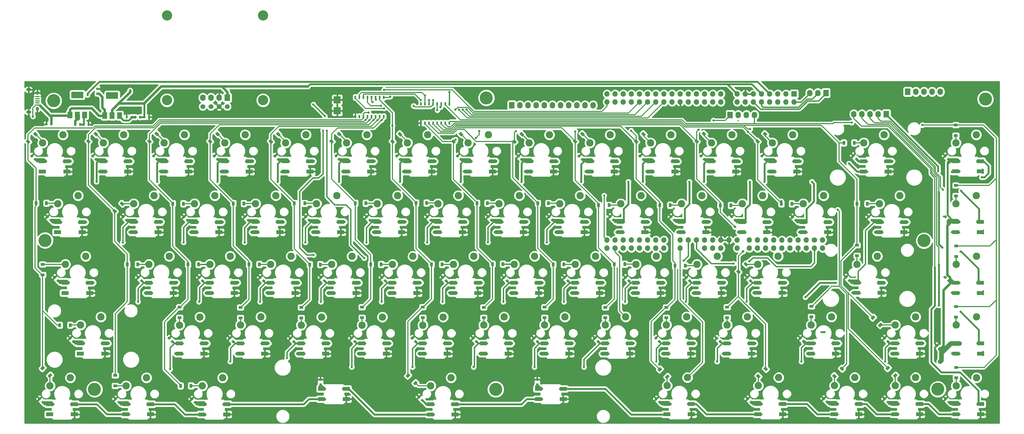
<source format=gbl>
G04 #@! TF.FileFunction,Copper,L2,Bot,Signal*
%FSLAX46Y46*%
G04 Gerber Fmt 4.6, Leading zero omitted, Abs format (unit mm)*
G04 Created by KiCad (PCBNEW 4.0.7) date Fri Feb  9 22:51:10 2018*
%MOMM*%
%LPD*%
G01*
G04 APERTURE LIST*
%ADD10C,0.100000*%
%ADD11R,0.500000X1.000000*%
%ADD12C,0.600000*%
%ADD13C,4.064000*%
%ADD14C,1.524000*%
%ADD15C,3.200000*%
%ADD16R,1.727200X2.032000*%
%ADD17O,1.727200X2.032000*%
%ADD18R,3.800000X2.000000*%
%ADD19R,1.500000X2.000000*%
%ADD20R,0.910000X1.220000*%
%ADD21R,1.220000X0.910000*%
%ADD22R,0.750000X0.800000*%
%ADD23R,0.800000X0.750000*%
%ADD24R,0.500000X0.900000*%
%ADD25R,1.350000X0.400000*%
%ADD26O,0.950000X1.250000*%
%ADD27O,1.550000X1.000000*%
%ADD28R,2.235200X2.235200*%
%ADD29R,1.700000X1.700000*%
%ADD30O,1.700000X1.700000*%
%ADD31C,1.700000*%
%ADD32C,2.286000*%
%ADD33R,2.300000X1.300000*%
%ADD34C,0.800000*%
%ADD35C,0.700000*%
%ADD36C,1.000000*%
%ADD37C,0.600000*%
%ADD38C,0.300000*%
%ADD39C,0.800000*%
%ADD40C,1.400000*%
%ADD41C,0.400000*%
%ADD42C,1.000000*%
%ADD43C,0.500000*%
%ADD44C,0.254000*%
G04 APERTURE END LIST*
D10*
D11*
X115490000Y108660000D03*
X114220000Y108660000D03*
X112950000Y108660000D03*
X111680000Y108660000D03*
X110410000Y108660000D03*
X109140000Y108660000D03*
X107870000Y108660000D03*
X106600000Y108660000D03*
X106600000Y114660000D03*
X107870000Y114660000D03*
X109140000Y114660000D03*
X110410000Y114660000D03*
X111680000Y114660000D03*
X112950000Y114660000D03*
X114220000Y114660000D03*
X115490000Y114660000D03*
D12*
X246670000Y63210000D03*
X247490000Y63210000D03*
X243570000Y63210000D03*
X244390000Y63210000D03*
X213075494Y107784295D03*
X212368388Y108491402D03*
X211901963Y66391154D03*
X211901963Y67391154D03*
X222431154Y63858037D03*
X223431154Y63858037D03*
X224431154Y63858037D03*
X217585000Y41340000D03*
X217585000Y42340000D03*
X217585000Y43340000D03*
X239185000Y108580000D03*
X238185000Y108580000D03*
X237185000Y108580000D03*
X236185000Y108580000D03*
X185272218Y63286033D03*
X185272218Y62286033D03*
X185272218Y61286033D03*
X126739153Y61935061D03*
X126032046Y61227954D03*
X125324939Y60520847D03*
X69769153Y63005061D03*
X69062046Y62297954D03*
X68354939Y61590847D03*
X96924939Y42360847D03*
X97632046Y43067954D03*
X98339153Y43775061D03*
X153794939Y42510847D03*
X154502046Y43217954D03*
X155209153Y43925061D03*
X211104939Y42660847D03*
X211812046Y43367954D03*
X212519153Y44075061D03*
X201224939Y60510847D03*
X201932046Y61217954D03*
X202639153Y61925061D03*
X191785000Y98610000D03*
X191785000Y97610000D03*
X191785000Y96610000D03*
X77965000Y99170000D03*
X77965000Y98170000D03*
X77965000Y97170000D03*
X251710000Y97740000D03*
X250710000Y97740000D03*
X250710000Y98740000D03*
X249710000Y99740000D03*
X249710000Y98740000D03*
X249710000Y97740000D03*
X251710000Y98740000D03*
X251710000Y99740000D03*
X250710000Y99740000D03*
X262170000Y113060000D03*
X261170000Y113060000D03*
X261170000Y114060000D03*
X260170000Y115060000D03*
X260170000Y114060000D03*
X260170000Y113060000D03*
X262170000Y114060000D03*
X262170000Y115060000D03*
X261170000Y115060000D03*
X207000000Y110890000D03*
X208000000Y110890000D03*
X209000000Y110890000D03*
X209000000Y109890000D03*
X208000000Y109890000D03*
X207000000Y109890000D03*
X207000000Y108890000D03*
X208000000Y108890000D03*
X209000000Y108890000D03*
X35370000Y42730000D03*
X36370000Y42730000D03*
X37370000Y42730000D03*
X37370000Y41730000D03*
X36370000Y41730000D03*
X35370000Y41730000D03*
X35370000Y40730000D03*
X36370000Y40730000D03*
X37370000Y40730000D03*
X48490000Y16435000D03*
X48490000Y15435000D03*
X47490000Y15435000D03*
X47490000Y16435000D03*
X46490000Y16435000D03*
X46490000Y15435000D03*
X138666000Y98428000D03*
X138666000Y99428000D03*
X135476000Y96998000D03*
X135476000Y95998000D03*
X135476000Y94998000D03*
X25995000Y112720000D03*
X25995000Y113720000D03*
X10590000Y107380000D03*
X9040000Y105870000D03*
X267730000Y40060000D03*
X266730000Y40060000D03*
X266730000Y41060000D03*
X265730000Y41060000D03*
X265730000Y42060000D03*
X266730000Y42060000D03*
X267730000Y41060000D03*
D10*
G36*
X180811662Y39338008D02*
X181341992Y39868338D01*
X181907678Y39302652D01*
X181377348Y38772322D01*
X180811662Y39338008D01*
X180811662Y39338008D01*
G37*
G36*
X181872322Y38277348D02*
X182402652Y38807678D01*
X182968338Y38241992D01*
X182438008Y37711662D01*
X181872322Y38277348D01*
X181872322Y38277348D01*
G37*
G36*
X123811662Y39338008D02*
X124341992Y39868338D01*
X124907678Y39302652D01*
X124377348Y38772322D01*
X123811662Y39338008D01*
X123811662Y39338008D01*
G37*
G36*
X124872322Y38277348D02*
X125402652Y38807678D01*
X125968338Y38241992D01*
X125438008Y37711662D01*
X124872322Y38277348D01*
X124872322Y38277348D01*
G37*
D12*
X41036292Y117435028D03*
X40329185Y116727922D03*
X39622078Y116020815D03*
X38914972Y115313708D03*
D10*
G36*
X6636518Y103899189D02*
X7499189Y103036518D01*
X6855722Y102393051D01*
X5993051Y103255722D01*
X6636518Y103899189D01*
X6636518Y103899189D01*
G37*
G36*
X4324278Y101586949D02*
X5186949Y100724278D01*
X4543482Y100080811D01*
X3680811Y100943482D01*
X4324278Y101586949D01*
X4324278Y101586949D01*
G37*
D12*
X89450000Y113730000D03*
X89450000Y114730000D03*
X89450000Y115730000D03*
D13*
X147515000Y114490000D03*
D14*
X66620000Y111780000D03*
X64080000Y111780000D03*
X61540000Y111780000D03*
X59000000Y111780000D03*
D15*
X47810000Y113780000D03*
X77810000Y113780000D03*
X47810000Y140280000D03*
X77810000Y140280000D03*
D12*
X243910000Y73610000D03*
X243910000Y74430000D03*
D16*
X253550000Y116020000D03*
D17*
X251010000Y116020000D03*
X248470000Y116020000D03*
D12*
X185650000Y74430000D03*
X185640000Y75200000D03*
X93365000Y91465000D03*
X290315000Y77390000D03*
X302615000Y15465000D03*
X302515000Y90940000D03*
X302540000Y92115000D03*
X290465000Y58440000D03*
X302715000Y72015000D03*
X302715000Y72990000D03*
X302665000Y33940000D03*
X302640000Y35040000D03*
X302665000Y53015000D03*
X302665000Y54040000D03*
X271565000Y53515000D03*
X126640000Y53440000D03*
X107615000Y53465000D03*
X88590000Y53515000D03*
X69640000Y53490000D03*
X19690000Y15440000D03*
X43440000Y15415000D03*
X67215000Y15490000D03*
X104565000Y20315000D03*
X138590000Y15415000D03*
X172240000Y20265000D03*
X212440000Y15490000D03*
X283615000Y15515000D03*
X240865000Y15515000D03*
X264665000Y15540000D03*
X283540000Y34490000D03*
X257315000Y34415000D03*
X240640000Y53490000D03*
X145615000Y53490000D03*
X164540000Y53465000D03*
X183615000Y53465000D03*
X221615000Y53465000D03*
X202690000Y53465000D03*
X230790000Y34465000D03*
X211740000Y34540000D03*
X192815000Y34515000D03*
X173815000Y34515000D03*
X154815000Y34490000D03*
X135765000Y34465000D03*
X116765000Y34465000D03*
X97865000Y34440000D03*
X78915000Y34465000D03*
X59890000Y34465000D03*
X29090000Y34460000D03*
X24365000Y53490000D03*
X50265000Y53540000D03*
X17140000Y91390000D03*
X21790000Y72415000D03*
X45665000Y72465000D03*
X64465000Y72415000D03*
X83540000Y72415000D03*
X102465000Y72515000D03*
X121390000Y72415000D03*
X140415000Y72465000D03*
X159465000Y72465000D03*
X216490000Y72465000D03*
X197390000Y72365000D03*
X178540000Y72515000D03*
X278190000Y72515000D03*
X273340000Y91515000D03*
X244640000Y91465000D03*
X225690000Y91415000D03*
X206590000Y91540000D03*
X187690000Y91540000D03*
X168640000Y91515000D03*
X149515000Y91415000D03*
X130590000Y91415000D03*
X111565000Y91365000D03*
X73790000Y91415000D03*
X54715000Y91465000D03*
X35740000Y91465000D03*
X30380000Y103965000D03*
X29380000Y103965000D03*
X28380000Y103965000D03*
X50015000Y104915000D03*
X49015000Y104915000D03*
X48015000Y104915000D03*
X288115000Y47290000D03*
X288115000Y48090000D03*
X235790000Y72115000D03*
X235090000Y72890000D03*
X197799153Y82105061D03*
X197092046Y81397954D03*
X196384939Y80690847D03*
X254740000Y72090000D03*
X253915000Y72690000D03*
X264955000Y74600000D03*
X264955000Y76600000D03*
X264955000Y75600000D03*
X248625000Y91955000D03*
X250625000Y91955000D03*
X249625000Y91955000D03*
X189750000Y90060000D03*
X191750000Y90060000D03*
X190750000Y90060000D03*
X132640000Y90040000D03*
X134640000Y90040000D03*
X133640000Y90040000D03*
X75865000Y90030000D03*
X77865000Y90030000D03*
X76865000Y90030000D03*
X18845000Y90030000D03*
X20845000Y90030000D03*
X19845000Y90030000D03*
X8810000Y73015000D03*
X10810000Y73015000D03*
X9810000Y73015000D03*
X7515000Y55615000D03*
X7515000Y53615000D03*
X7515000Y54615000D03*
X8295000Y25740000D03*
X8295000Y23740000D03*
X8295000Y24740000D03*
X16475000Y30415000D03*
X15475000Y29415000D03*
X14475000Y28415000D03*
X239985000Y40510000D03*
X238985000Y40510000D03*
X238985000Y39510000D03*
X239985000Y39510000D03*
X240985000Y39510000D03*
X240985000Y40510000D03*
X240985000Y41510000D03*
X239985000Y41510000D03*
X238985000Y41510000D03*
X278825000Y58550000D03*
X277825000Y58550000D03*
X277825000Y57550000D03*
X278825000Y57550000D03*
X279825000Y57550000D03*
X279825000Y58550000D03*
X272840000Y68665000D03*
X271840000Y68665000D03*
X271840000Y67665000D03*
X272840000Y67665000D03*
X273840000Y67665000D03*
X273840000Y68665000D03*
X273840000Y69665000D03*
X272840000Y69665000D03*
X271840000Y69665000D03*
X260970000Y78290000D03*
X259970000Y78290000D03*
X259970000Y77290000D03*
X260970000Y77290000D03*
X238313496Y76126074D03*
X239020604Y75418966D03*
X239727710Y74711859D03*
X284445000Y79145000D03*
X283445000Y79145000D03*
X283445000Y78145000D03*
X284445000Y78145000D03*
X285445000Y78145000D03*
X285445000Y79145000D03*
X285445000Y80145000D03*
X284445000Y80145000D03*
X283445000Y80145000D03*
X269895000Y88135000D03*
X268895000Y88135000D03*
X268895000Y87135000D03*
X269895000Y87135000D03*
X270895000Y87135000D03*
X270895000Y88135000D03*
X287160000Y98770000D03*
X286160000Y98770000D03*
X286160000Y97770000D03*
X287160000Y97770000D03*
X288160000Y97770000D03*
X288160000Y98770000D03*
X288160000Y99770000D03*
X287160000Y99770000D03*
X286160000Y99770000D03*
X297030000Y116330000D03*
X296030000Y116330000D03*
X296030000Y115330000D03*
X297030000Y115330000D03*
X298030000Y115330000D03*
X298030000Y116330000D03*
X298030000Y117330000D03*
X297030000Y117330000D03*
X296030000Y117330000D03*
X53590000Y113040000D03*
X52590000Y113040000D03*
X52590000Y112040000D03*
X53590000Y112040000D03*
X54590000Y112040000D03*
X54590000Y113040000D03*
X54590000Y114040000D03*
X53590000Y114040000D03*
X52590000Y114040000D03*
X71940000Y113740000D03*
X70940000Y113740000D03*
X70940000Y112740000D03*
X71940000Y112740000D03*
X72940000Y112740000D03*
X72940000Y113740000D03*
X72940000Y114740000D03*
X71940000Y114740000D03*
X70940000Y114740000D03*
X12280000Y118130000D03*
X11280000Y118130000D03*
X11280000Y117130000D03*
X12280000Y117130000D03*
X13280000Y117130000D03*
X13280000Y118130000D03*
X13280000Y119130000D03*
X12280000Y119130000D03*
X11280000Y119130000D03*
X11040000Y102930000D03*
X10040000Y102930000D03*
X11040000Y101930000D03*
X12040000Y101930000D03*
X12040000Y102930000D03*
X12040000Y103930000D03*
X11040000Y103930000D03*
X10040000Y103930000D03*
X9450000Y84835000D03*
X8450000Y84835000D03*
X8450000Y83835000D03*
X9450000Y83835000D03*
X10450000Y83835000D03*
X10450000Y84835000D03*
X10450000Y85835000D03*
X9450000Y85835000D03*
X8450000Y85835000D03*
X27040000Y77215000D03*
X26040000Y77215000D03*
X26040000Y76215000D03*
X27040000Y76215000D03*
X28040000Y76215000D03*
X28040000Y77215000D03*
X28040000Y78215000D03*
X27040000Y78215000D03*
X26040000Y78215000D03*
X29620000Y60300000D03*
X28620000Y60300000D03*
X28620000Y59300000D03*
X29620000Y59300000D03*
X30620000Y59300000D03*
X30620000Y60300000D03*
X30620000Y61300000D03*
X29620000Y61300000D03*
X28620000Y61300000D03*
X23880000Y15340000D03*
X22880000Y15340000D03*
X24880000Y15340000D03*
X24880000Y16340000D03*
X23880000Y16340000D03*
X22880000Y16340000D03*
X48180000Y22555000D03*
X47180000Y22555000D03*
X47180000Y21555000D03*
X48180000Y21555000D03*
X49180000Y21555000D03*
X49180000Y22555000D03*
X49180000Y23555000D03*
X48180000Y23555000D03*
X47180000Y23555000D03*
X74865000Y23415000D03*
X73865000Y23415000D03*
X73865000Y22415000D03*
X74865000Y22415000D03*
X75865000Y22415000D03*
X75865000Y23415000D03*
X75865000Y24415000D03*
X74865000Y24415000D03*
X73865000Y24415000D03*
X100190000Y16415000D03*
X99190000Y16415000D03*
X99190000Y15415000D03*
X100190000Y15415000D03*
X101190000Y15415000D03*
X101190000Y16415000D03*
X101190000Y17415000D03*
X100190000Y17415000D03*
X99190000Y17415000D03*
X144335000Y21940000D03*
X143335000Y21940000D03*
X143335000Y20940000D03*
X144335000Y20940000D03*
X145335000Y20940000D03*
X145335000Y21940000D03*
X145335000Y22940000D03*
X144335000Y22940000D03*
X143335000Y22940000D03*
X172640000Y16615000D03*
X171640000Y16615000D03*
X171640000Y15615000D03*
X172640000Y15615000D03*
X173640000Y15615000D03*
X173640000Y16615000D03*
X173640000Y17615000D03*
X172640000Y17615000D03*
X171640000Y17615000D03*
X194440000Y22040000D03*
X193440000Y22040000D03*
X193440000Y21040000D03*
X194440000Y21040000D03*
X195440000Y21040000D03*
X195440000Y22040000D03*
X195440000Y23040000D03*
X194440000Y23040000D03*
X193440000Y23040000D03*
X247640000Y22890000D03*
X246640000Y22890000D03*
X246640000Y21890000D03*
X247640000Y21890000D03*
X248640000Y21890000D03*
X248640000Y22890000D03*
X248640000Y23890000D03*
X247640000Y23890000D03*
X246640000Y23890000D03*
X175390000Y67665000D03*
X174390000Y67665000D03*
X173390000Y67665000D03*
X175390000Y68665000D03*
X174390000Y68665000D03*
X173390000Y68665000D03*
X175390000Y69665000D03*
X174390000Y69665000D03*
X173390000Y69665000D03*
X114640000Y66890000D03*
X115640000Y66890000D03*
X116640000Y66890000D03*
X117640000Y66890000D03*
X58850000Y66815000D03*
X59850000Y66815000D03*
X60850000Y66815000D03*
X61850000Y66815000D03*
X42745000Y48110000D03*
X43745000Y48110000D03*
X44745000Y48110000D03*
X45745000Y48110000D03*
X94465000Y48520000D03*
X95465000Y48520000D03*
X96465000Y48520000D03*
X97465000Y48520000D03*
X151535000Y48690000D03*
X152535000Y48690000D03*
X153535000Y48690000D03*
X154535000Y48690000D03*
X207185000Y48755000D03*
X208185000Y48755000D03*
X206180000Y48740000D03*
X238595000Y86230000D03*
X239595000Y86230000D03*
X240595000Y86230000D03*
X241595000Y86230000D03*
X184790000Y86240000D03*
X185790000Y86240000D03*
X186790000Y86240000D03*
X187790000Y86240000D03*
X129640000Y86140000D03*
X130640000Y86140000D03*
X131640000Y86140000D03*
X132640000Y86140000D03*
X71690000Y85990000D03*
X72690000Y85990000D03*
X73690000Y85990000D03*
X74690000Y85990000D03*
X4515000Y115115000D03*
X4515000Y114115000D03*
X4515000Y113115000D03*
X4515000Y112115000D03*
X26260000Y107005000D03*
X25260000Y107005000D03*
X38040000Y110815000D03*
X37040000Y110815000D03*
X36040000Y110815000D03*
D16*
X223650000Y109170000D03*
D17*
X226190000Y109170000D03*
X228730000Y109170000D03*
X231270000Y109170000D03*
D13*
X9740000Y69890000D03*
X284165000Y69815000D03*
X303340000Y114140000D03*
X150440000Y23290000D03*
X288490000Y23340000D03*
X25190000Y23315000D03*
D18*
X30690000Y115240000D03*
D19*
X30690000Y108940000D03*
X28390000Y108940000D03*
X32990000Y108940000D03*
D20*
X52925000Y81390000D03*
X49655000Y81390000D03*
X10190000Y81570000D03*
X6920000Y81570000D03*
D21*
X9000000Y62400000D03*
X9000000Y59130000D03*
D20*
X17575000Y43390000D03*
X14305000Y43390000D03*
D10*
G36*
X12049189Y27743482D02*
X11186518Y26880811D01*
X10543051Y27524278D01*
X11405722Y28386949D01*
X12049189Y27743482D01*
X12049189Y27743482D01*
G37*
G36*
X9736949Y30055722D02*
X8874278Y29193051D01*
X8230811Y29836518D01*
X9093482Y30699189D01*
X9736949Y30055722D01*
X9736949Y30055722D01*
G37*
G36*
X25480398Y103943069D02*
X26343069Y103080398D01*
X25699602Y102436931D01*
X24836931Y103299602D01*
X25480398Y103943069D01*
X25480398Y103943069D01*
G37*
G36*
X23168158Y101630829D02*
X24030829Y100768158D01*
X23387362Y100124691D01*
X22524691Y100987362D01*
X23168158Y101630829D01*
X23168158Y101630829D01*
G37*
G36*
X33686518Y82149189D02*
X34549189Y81286518D01*
X33905722Y80643051D01*
X33043051Y81505722D01*
X33686518Y82149189D01*
X33686518Y82149189D01*
G37*
G36*
X31374278Y79836949D02*
X32236949Y78974278D01*
X31593482Y78330811D01*
X30730811Y79193482D01*
X31374278Y79836949D01*
X31374278Y79836949D01*
G37*
D20*
X38690000Y62400000D03*
X35420000Y62400000D03*
D21*
X31650000Y24385000D03*
X31650000Y27655000D03*
D10*
G36*
X44530398Y103993069D02*
X45393069Y103130398D01*
X44749602Y102486931D01*
X43886931Y103349602D01*
X44530398Y103993069D01*
X44530398Y103993069D01*
G37*
G36*
X42218158Y101680829D02*
X43080829Y100818158D01*
X42437362Y100174691D01*
X41574691Y101037362D01*
X42218158Y101680829D01*
X42218158Y101680829D01*
G37*
D20*
X57665000Y62380000D03*
X54395000Y62380000D03*
D21*
X51750000Y45715000D03*
X51750000Y48985000D03*
D20*
X55305000Y24390000D03*
X52035000Y24390000D03*
D10*
G36*
X63486518Y103949189D02*
X64349189Y103086518D01*
X63705722Y102443051D01*
X62843051Y103305722D01*
X63486518Y103949189D01*
X63486518Y103949189D01*
G37*
G36*
X61174278Y101636949D02*
X62036949Y100774278D01*
X61393482Y100130811D01*
X60530811Y100993482D01*
X61174278Y101636949D01*
X61174278Y101636949D01*
G37*
D20*
X71795000Y81470000D03*
X68525000Y81470000D03*
X76665000Y62390000D03*
X73395000Y62390000D03*
D21*
X70750000Y45655000D03*
X70750000Y48925000D03*
D10*
G36*
X82436518Y103899189D02*
X83299189Y103036518D01*
X82655722Y102393051D01*
X81793051Y103255722D01*
X82436518Y103899189D01*
X82436518Y103899189D01*
G37*
G36*
X80124278Y101586949D02*
X80986949Y100724278D01*
X80343482Y100080811D01*
X79480811Y100943482D01*
X80124278Y101586949D01*
X80124278Y101586949D01*
G37*
D20*
X90835000Y81500000D03*
X87565000Y81500000D03*
X95655000Y62350000D03*
X92385000Y62350000D03*
D21*
X89720000Y45655000D03*
X89720000Y48925000D03*
D10*
G36*
X101436518Y103949189D02*
X102299189Y103086518D01*
X101655722Y102443051D01*
X100793051Y103305722D01*
X101436518Y103949189D01*
X101436518Y103949189D01*
G37*
G36*
X99124278Y101636949D02*
X99986949Y100774278D01*
X99343482Y100130811D01*
X98480811Y100993482D01*
X99124278Y101636949D01*
X99124278Y101636949D01*
G37*
D20*
X109860000Y81560000D03*
X106590000Y81560000D03*
X114675000Y62400000D03*
X111405000Y62400000D03*
D21*
X108710000Y45725000D03*
X108710000Y48995000D03*
D10*
G36*
X120442638Y103905309D02*
X121305309Y103042638D01*
X120661842Y102399171D01*
X119799171Y103261842D01*
X120442638Y103905309D01*
X120442638Y103905309D01*
G37*
G36*
X118130398Y101593069D02*
X118993069Y100730398D01*
X118349602Y100086931D01*
X117486931Y100949602D01*
X118130398Y101593069D01*
X118130398Y101593069D01*
G37*
D20*
X128850000Y81620000D03*
X125580000Y81620000D03*
X133695000Y62390000D03*
X130425000Y62390000D03*
D21*
X127670000Y45740000D03*
X127670000Y49010000D03*
D10*
G36*
X126109189Y25383482D02*
X125246518Y24520811D01*
X124603051Y25164278D01*
X125465722Y26026949D01*
X126109189Y25383482D01*
X126109189Y25383482D01*
G37*
G36*
X123796949Y27695722D02*
X122934278Y26833051D01*
X122290811Y27476518D01*
X123153482Y28339189D01*
X123796949Y27695722D01*
X123796949Y27695722D01*
G37*
G36*
X139486518Y103899189D02*
X140349189Y103036518D01*
X139705722Y102393051D01*
X138843051Y103255722D01*
X139486518Y103899189D01*
X139486518Y103899189D01*
G37*
G36*
X137174278Y101586949D02*
X138036949Y100724278D01*
X137393482Y100080811D01*
X136530811Y100943482D01*
X137174278Y101586949D01*
X137174278Y101586949D01*
G37*
D20*
X147860000Y81550000D03*
X144590000Y81550000D03*
X152695000Y62500000D03*
X149425000Y62500000D03*
D21*
X146690000Y45705000D03*
X146690000Y48975000D03*
D10*
G36*
X158486518Y103899189D02*
X159349189Y103036518D01*
X158705722Y102393051D01*
X157843051Y103255722D01*
X158486518Y103899189D01*
X158486518Y103899189D01*
G37*
G36*
X156174278Y101586949D02*
X157036949Y100724278D01*
X156393482Y100080811D01*
X155530811Y100943482D01*
X156174278Y101586949D01*
X156174278Y101586949D01*
G37*
D20*
X166860000Y81500000D03*
X163590000Y81500000D03*
X171705000Y62380000D03*
X168435000Y62380000D03*
D21*
X165730000Y45715000D03*
X165730000Y48985000D03*
D10*
G36*
X177436518Y103949189D02*
X178299189Y103086518D01*
X177655722Y102443051D01*
X176793051Y103305722D01*
X177436518Y103949189D01*
X177436518Y103949189D01*
G37*
G36*
X175124278Y101636949D02*
X175986949Y100774278D01*
X175343482Y100130811D01*
X174480811Y100993482D01*
X175124278Y101636949D01*
X175124278Y101636949D01*
G37*
D20*
X185855000Y80900000D03*
X182585000Y80900000D03*
X190765000Y62460000D03*
X187495000Y62460000D03*
D21*
X184690000Y45685000D03*
X184690000Y48955000D03*
D10*
G36*
X196486518Y103899189D02*
X197349189Y103036518D01*
X196705722Y102393051D01*
X195843051Y103255722D01*
X196486518Y103899189D01*
X196486518Y103899189D01*
G37*
G36*
X194174278Y101586949D02*
X195036949Y100724278D01*
X194393482Y100080811D01*
X193530811Y100943482D01*
X194174278Y101586949D01*
X194174278Y101586949D01*
G37*
D20*
X204915000Y80920000D03*
X201645000Y80920000D03*
X209670000Y61960000D03*
X206400000Y61960000D03*
D21*
X203700000Y45695000D03*
X203700000Y48965000D03*
D10*
G36*
X204749189Y27343482D02*
X203886518Y26480811D01*
X203243051Y27124278D01*
X204105722Y27986949D01*
X204749189Y27343482D01*
X204749189Y27343482D01*
G37*
G36*
X202436949Y29655722D02*
X201574278Y28793051D01*
X200930811Y29436518D01*
X201793482Y30299189D01*
X202436949Y29655722D01*
X202436949Y29655722D01*
G37*
G36*
X215386518Y103999189D02*
X216249189Y103136518D01*
X215605722Y102493051D01*
X214743051Y103355722D01*
X215386518Y103999189D01*
X215386518Y103999189D01*
G37*
G36*
X213074278Y101686949D02*
X213936949Y100824278D01*
X213293482Y100180811D01*
X212430811Y101043482D01*
X213074278Y101686949D01*
X213074278Y101686949D01*
G37*
D20*
X223865000Y80860000D03*
X220595000Y80860000D03*
D10*
G36*
X228430398Y63193069D02*
X229293069Y62330398D01*
X228649602Y61686931D01*
X227786931Y62549602D01*
X228430398Y63193069D01*
X228430398Y63193069D01*
G37*
G36*
X226118158Y60880829D02*
X226980829Y60018158D01*
X226337362Y59374691D01*
X225474691Y60237362D01*
X226118158Y60880829D01*
X226118158Y60880829D01*
G37*
D21*
X222700000Y45735000D03*
X222700000Y49005000D03*
D10*
G36*
X232533482Y26650811D02*
X231670811Y27513482D01*
X232314278Y28156949D01*
X233176949Y27294278D01*
X232533482Y26650811D01*
X232533482Y26650811D01*
G37*
G36*
X234845722Y28963051D02*
X233983051Y29825722D01*
X234626518Y30469189D01*
X235489189Y29606518D01*
X234845722Y28963051D01*
X234845722Y28963051D01*
G37*
G36*
X234436518Y103949189D02*
X235299189Y103086518D01*
X234655722Y102443051D01*
X233793051Y103305722D01*
X234436518Y103949189D01*
X234436518Y103949189D01*
G37*
G36*
X232124278Y101636949D02*
X232986949Y100774278D01*
X232343482Y100130811D01*
X231480811Y100993482D01*
X232124278Y101636949D01*
X232124278Y101636949D01*
G37*
D20*
X242905000Y81380000D03*
X239635000Y81380000D03*
D21*
X248990000Y46005000D03*
X248990000Y49275000D03*
D10*
G36*
X256319602Y26696931D02*
X255456931Y27559602D01*
X256100398Y28203069D01*
X256963069Y27340398D01*
X256319602Y26696931D01*
X256319602Y26696931D01*
G37*
G36*
X258631842Y29009171D02*
X257769171Y29871842D01*
X258412638Y30515309D01*
X259275309Y29652638D01*
X258631842Y29009171D01*
X258631842Y29009171D01*
G37*
D20*
X262405000Y100410000D03*
X259135000Y100410000D03*
X266475000Y81390000D03*
X263205000Y81390000D03*
D21*
X263240000Y65105000D03*
X263240000Y68375000D03*
D10*
G36*
X275924189Y27749602D02*
X275061518Y26886931D01*
X274418051Y27530398D01*
X275280722Y28393069D01*
X275924189Y27749602D01*
X275924189Y27749602D01*
G37*
G36*
X273611949Y30061842D02*
X272749278Y29199171D01*
X272105811Y29842638D01*
X272968482Y30705309D01*
X273611949Y30061842D01*
X273611949Y30061842D01*
G37*
D22*
X26115000Y115815000D03*
X26115000Y117315000D03*
D23*
X40740000Y108490000D03*
X42240000Y108490000D03*
D24*
X39415000Y108490000D03*
X37915000Y108490000D03*
X36715000Y108490000D03*
X35215000Y108490000D03*
D10*
G36*
X5061662Y96338008D02*
X5591992Y96868338D01*
X6157678Y96302652D01*
X5627348Y95772322D01*
X5061662Y96338008D01*
X5061662Y96338008D01*
G37*
G36*
X6122322Y95277348D02*
X6652652Y95807678D01*
X7218338Y95241992D01*
X6688008Y94711662D01*
X6122322Y95277348D01*
X6122322Y95277348D01*
G37*
G36*
X9911662Y77338008D02*
X10441992Y77868338D01*
X11007678Y77302652D01*
X10477348Y76772322D01*
X9911662Y77338008D01*
X9911662Y77338008D01*
G37*
G36*
X10972322Y76277348D02*
X11502652Y76807678D01*
X12068338Y76241992D01*
X11538008Y75711662D01*
X10972322Y76277348D01*
X10972322Y76277348D01*
G37*
G36*
X12211662Y58338008D02*
X12741992Y58868338D01*
X13307678Y58302652D01*
X12777348Y57772322D01*
X12211662Y58338008D01*
X12211662Y58338008D01*
G37*
G36*
X13272322Y57277348D02*
X13802652Y57807678D01*
X14368338Y57241992D01*
X13838008Y56711662D01*
X13272322Y57277348D01*
X13272322Y57277348D01*
G37*
G36*
X17011662Y39338008D02*
X17541992Y39868338D01*
X18107678Y39302652D01*
X17577348Y38772322D01*
X17011662Y39338008D01*
X17011662Y39338008D01*
G37*
G36*
X18072322Y38277348D02*
X18602652Y38807678D01*
X19168338Y38241992D01*
X18638008Y37711662D01*
X18072322Y38277348D01*
X18072322Y38277348D01*
G37*
G36*
X7461662Y20338008D02*
X7991992Y20868338D01*
X8557678Y20302652D01*
X8027348Y19772322D01*
X7461662Y20338008D01*
X7461662Y20338008D01*
G37*
G36*
X8522322Y19277348D02*
X9052652Y19807678D01*
X9618338Y19241992D01*
X9088008Y18711662D01*
X8522322Y19277348D01*
X8522322Y19277348D01*
G37*
G36*
X24061662Y96338008D02*
X24591992Y96868338D01*
X25157678Y96302652D01*
X24627348Y95772322D01*
X24061662Y96338008D01*
X24061662Y96338008D01*
G37*
G36*
X25122322Y95277348D02*
X25652652Y95807678D01*
X26218338Y95241992D01*
X25688008Y94711662D01*
X25122322Y95277348D01*
X25122322Y95277348D01*
G37*
G36*
X33561662Y77338008D02*
X34091992Y77868338D01*
X34657678Y77302652D01*
X34127348Y76772322D01*
X33561662Y77338008D01*
X33561662Y77338008D01*
G37*
G36*
X34622322Y76277348D02*
X35152652Y76807678D01*
X35718338Y76241992D01*
X35188008Y75711662D01*
X34622322Y76277348D01*
X34622322Y76277348D01*
G37*
G36*
X38311662Y58338008D02*
X38841992Y58868338D01*
X39407678Y58302652D01*
X38877348Y57772322D01*
X38311662Y58338008D01*
X38311662Y58338008D01*
G37*
G36*
X39372322Y57277348D02*
X39902652Y57807678D01*
X40468338Y57241992D01*
X39938008Y56711662D01*
X39372322Y57277348D01*
X39372322Y57277348D01*
G37*
G36*
X47911662Y39338008D02*
X48441992Y39868338D01*
X49007678Y39302652D01*
X48477348Y38772322D01*
X47911662Y39338008D01*
X47911662Y39338008D01*
G37*
G36*
X48972322Y38277348D02*
X49502652Y38807678D01*
X50068338Y38241992D01*
X49538008Y37711662D01*
X48972322Y38277348D01*
X48972322Y38277348D01*
G37*
G36*
X31211662Y20338008D02*
X31741992Y20868338D01*
X32307678Y20302652D01*
X31777348Y19772322D01*
X31211662Y20338008D01*
X31211662Y20338008D01*
G37*
G36*
X32272322Y19277348D02*
X32802652Y19807678D01*
X33368338Y19241992D01*
X32838008Y18711662D01*
X32272322Y19277348D01*
X32272322Y19277348D01*
G37*
G36*
X43061662Y96338008D02*
X43591992Y96868338D01*
X44157678Y96302652D01*
X43627348Y95772322D01*
X43061662Y96338008D01*
X43061662Y96338008D01*
G37*
G36*
X44122322Y95277348D02*
X44652652Y95807678D01*
X45218338Y95241992D01*
X44688008Y94711662D01*
X44122322Y95277348D01*
X44122322Y95277348D01*
G37*
G36*
X52561662Y77288008D02*
X53091992Y77818338D01*
X53657678Y77252652D01*
X53127348Y76722322D01*
X52561662Y77288008D01*
X52561662Y77288008D01*
G37*
G36*
X53622322Y76227348D02*
X54152652Y76757678D01*
X54718338Y76191992D01*
X54188008Y75661662D01*
X53622322Y76227348D01*
X53622322Y76227348D01*
G37*
G36*
X57331332Y58338008D02*
X57861662Y58868338D01*
X58427348Y58302652D01*
X57897018Y57772322D01*
X57331332Y58338008D01*
X57331332Y58338008D01*
G37*
G36*
X58391992Y57277348D02*
X58922322Y57807678D01*
X59488008Y57241992D01*
X58957678Y56711662D01*
X58391992Y57277348D01*
X58391992Y57277348D01*
G37*
G36*
X66861662Y39338008D02*
X67391992Y39868338D01*
X67957678Y39302652D01*
X67427348Y38772322D01*
X66861662Y39338008D01*
X66861662Y39338008D01*
G37*
G36*
X67922322Y38277348D02*
X68452652Y38807678D01*
X69018338Y38241992D01*
X68488008Y37711662D01*
X67922322Y38277348D01*
X67922322Y38277348D01*
G37*
G36*
X54961662Y20288008D02*
X55491992Y20818338D01*
X56057678Y20252652D01*
X55527348Y19722322D01*
X54961662Y20288008D01*
X54961662Y20288008D01*
G37*
G36*
X56022322Y19227348D02*
X56552652Y19757678D01*
X57118338Y19191992D01*
X56588008Y18661662D01*
X56022322Y19227348D01*
X56022322Y19227348D01*
G37*
G36*
X62011662Y96338008D02*
X62541992Y96868338D01*
X63107678Y96302652D01*
X62577348Y95772322D01*
X62011662Y96338008D01*
X62011662Y96338008D01*
G37*
G36*
X63072322Y95277348D02*
X63602652Y95807678D01*
X64168338Y95241992D01*
X63638008Y94711662D01*
X63072322Y95277348D01*
X63072322Y95277348D01*
G37*
G36*
X71581332Y77318338D02*
X72111662Y77848668D01*
X72677348Y77282982D01*
X72147018Y76752652D01*
X71581332Y77318338D01*
X71581332Y77318338D01*
G37*
G36*
X72641992Y76257678D02*
X73172322Y76788008D01*
X73738008Y76222322D01*
X73207678Y75691992D01*
X72641992Y76257678D01*
X72641992Y76257678D01*
G37*
G36*
X76361662Y58338008D02*
X76891992Y58868338D01*
X77457678Y58302652D01*
X76927348Y57772322D01*
X76361662Y58338008D01*
X76361662Y58338008D01*
G37*
G36*
X77422322Y57277348D02*
X77952652Y57807678D01*
X78518338Y57241992D01*
X77988008Y56711662D01*
X77422322Y57277348D01*
X77422322Y57277348D01*
G37*
G36*
X85811662Y39288008D02*
X86341992Y39818338D01*
X86907678Y39252652D01*
X86377348Y38722322D01*
X85811662Y39288008D01*
X85811662Y39288008D01*
G37*
G36*
X86872322Y38227348D02*
X87402652Y38757678D01*
X87968338Y38191992D01*
X87438008Y37661662D01*
X86872322Y38227348D01*
X86872322Y38227348D01*
G37*
G36*
X80981332Y96318338D02*
X81511662Y96848668D01*
X82077348Y96282982D01*
X81547018Y95752652D01*
X80981332Y96318338D01*
X80981332Y96318338D01*
G37*
G36*
X82041992Y95257678D02*
X82572322Y95788008D01*
X83138008Y95222322D01*
X82607678Y94691992D01*
X82041992Y95257678D01*
X82041992Y95257678D01*
G37*
G36*
X90581332Y77318338D02*
X91111662Y77848668D01*
X91677348Y77282982D01*
X91147018Y76752652D01*
X90581332Y77318338D01*
X90581332Y77318338D01*
G37*
G36*
X91641992Y76257678D02*
X92172322Y76788008D01*
X92738008Y76222322D01*
X92207678Y75691992D01*
X91641992Y76257678D01*
X91641992Y76257678D01*
G37*
D22*
X95740000Y24840000D03*
X95740000Y26340000D03*
D10*
G36*
X95381332Y58368338D02*
X95911662Y58898668D01*
X96477348Y58332982D01*
X95947018Y57802652D01*
X95381332Y58368338D01*
X95381332Y58368338D01*
G37*
G36*
X96441992Y57307678D02*
X96972322Y57838008D01*
X97538008Y57272322D01*
X97007678Y56741992D01*
X96441992Y57307678D01*
X96441992Y57307678D01*
G37*
G36*
X104861662Y39338008D02*
X105391992Y39868338D01*
X105957678Y39302652D01*
X105427348Y38772322D01*
X104861662Y39338008D01*
X104861662Y39338008D01*
G37*
G36*
X105922322Y38277348D02*
X106452652Y38807678D01*
X107018338Y38241992D01*
X106488008Y37711662D01*
X105922322Y38277348D01*
X105922322Y38277348D01*
G37*
G36*
X99981332Y96368338D02*
X100511662Y96898668D01*
X101077348Y96332982D01*
X100547018Y95802652D01*
X99981332Y96368338D01*
X99981332Y96368338D01*
G37*
G36*
X101041992Y95307678D02*
X101572322Y95838008D01*
X102138008Y95272322D01*
X101607678Y94741992D01*
X101041992Y95307678D01*
X101041992Y95307678D01*
G37*
G36*
X109581332Y77318338D02*
X110111662Y77848668D01*
X110677348Y77282982D01*
X110147018Y76752652D01*
X109581332Y77318338D01*
X109581332Y77318338D01*
G37*
G36*
X110641992Y76257678D02*
X111172322Y76788008D01*
X111738008Y76222322D01*
X111207678Y75691992D01*
X110641992Y76257678D01*
X110641992Y76257678D01*
G37*
G36*
X114361662Y58338008D02*
X114891992Y58868338D01*
X115457678Y58302652D01*
X114927348Y57772322D01*
X114361662Y58338008D01*
X114361662Y58338008D01*
G37*
G36*
X115422322Y57277348D02*
X115952652Y57807678D01*
X116518338Y57241992D01*
X115988008Y56711662D01*
X115422322Y57277348D01*
X115422322Y57277348D01*
G37*
G36*
X125961662Y20938008D02*
X126491992Y21468338D01*
X127057678Y20902652D01*
X126527348Y20372322D01*
X125961662Y20938008D01*
X125961662Y20938008D01*
G37*
G36*
X127022322Y19877348D02*
X127552652Y20407678D01*
X128118338Y19841992D01*
X127588008Y19311662D01*
X127022322Y19877348D01*
X127022322Y19877348D01*
G37*
G36*
X118981332Y96318338D02*
X119511662Y96848668D01*
X120077348Y96282982D01*
X119547018Y95752652D01*
X118981332Y96318338D01*
X118981332Y96318338D01*
G37*
G36*
X120041992Y95257678D02*
X120572322Y95788008D01*
X121138008Y95222322D01*
X120607678Y94691992D01*
X120041992Y95257678D01*
X120041992Y95257678D01*
G37*
G36*
X128561662Y77338008D02*
X129091992Y77868338D01*
X129657678Y77302652D01*
X129127348Y76772322D01*
X128561662Y77338008D01*
X128561662Y77338008D01*
G37*
G36*
X129622322Y76277348D02*
X130152652Y76807678D01*
X130718338Y76241992D01*
X130188008Y75711662D01*
X129622322Y76277348D01*
X129622322Y76277348D01*
G37*
G36*
X133361662Y58338008D02*
X133891992Y58868338D01*
X134457678Y58302652D01*
X133927348Y57772322D01*
X133361662Y58338008D01*
X133361662Y58338008D01*
G37*
G36*
X134422322Y57277348D02*
X134952652Y57807678D01*
X135518338Y57241992D01*
X134988008Y56711662D01*
X134422322Y57277348D01*
X134422322Y57277348D01*
G37*
G36*
X142811662Y39338008D02*
X143341992Y39868338D01*
X143907678Y39302652D01*
X143377348Y38772322D01*
X142811662Y39338008D01*
X142811662Y39338008D01*
G37*
G36*
X143872322Y38277348D02*
X144402652Y38807678D01*
X144968338Y38241992D01*
X144438008Y37711662D01*
X143872322Y38277348D01*
X143872322Y38277348D01*
G37*
G36*
X137961662Y96338008D02*
X138491992Y96868338D01*
X139057678Y96302652D01*
X138527348Y95772322D01*
X137961662Y96338008D01*
X137961662Y96338008D01*
G37*
G36*
X139022322Y95277348D02*
X139552652Y95807678D01*
X140118338Y95241992D01*
X139588008Y94711662D01*
X139022322Y95277348D01*
X139022322Y95277348D01*
G37*
G36*
X147561662Y77338008D02*
X148091992Y77868338D01*
X148657678Y77302652D01*
X148127348Y76772322D01*
X147561662Y77338008D01*
X147561662Y77338008D01*
G37*
G36*
X148622322Y76277348D02*
X149152652Y76807678D01*
X149718338Y76241992D01*
X149188008Y75711662D01*
X148622322Y76277348D01*
X148622322Y76277348D01*
G37*
G36*
X152411662Y58338008D02*
X152941992Y58868338D01*
X153507678Y58302652D01*
X152977348Y57772322D01*
X152411662Y58338008D01*
X152411662Y58338008D01*
G37*
G36*
X153472322Y57277348D02*
X154002652Y57807678D01*
X154568338Y57241992D01*
X154038008Y56711662D01*
X153472322Y57277348D01*
X153472322Y57277348D01*
G37*
G36*
X161811662Y39338008D02*
X162341992Y39868338D01*
X162907678Y39302652D01*
X162377348Y38772322D01*
X161811662Y39338008D01*
X161811662Y39338008D01*
G37*
G36*
X162872322Y38277348D02*
X163402652Y38807678D01*
X163968338Y38241992D01*
X163438008Y37711662D01*
X162872322Y38277348D01*
X162872322Y38277348D01*
G37*
D22*
X163390000Y26340000D03*
X163390000Y24840000D03*
D10*
G36*
X156961662Y96288008D02*
X157491992Y96818338D01*
X158057678Y96252652D01*
X157527348Y95722322D01*
X156961662Y96288008D01*
X156961662Y96288008D01*
G37*
G36*
X158022322Y95227348D02*
X158552652Y95757678D01*
X159118338Y95191992D01*
X158588008Y94661662D01*
X158022322Y95227348D01*
X158022322Y95227348D01*
G37*
G36*
X168688008Y76272322D02*
X168157678Y75741992D01*
X167591992Y76307678D01*
X168122322Y76838008D01*
X168688008Y76272322D01*
X168688008Y76272322D01*
G37*
G36*
X167627348Y77332982D02*
X167097018Y76802652D01*
X166531332Y77368338D01*
X167061662Y77898668D01*
X167627348Y77332982D01*
X167627348Y77332982D01*
G37*
G36*
X171361662Y58338008D02*
X171891992Y58868338D01*
X172457678Y58302652D01*
X171927348Y57772322D01*
X171361662Y58338008D01*
X171361662Y58338008D01*
G37*
G36*
X172422322Y57277348D02*
X172952652Y57807678D01*
X173518338Y57241992D01*
X172988008Y56711662D01*
X172422322Y57277348D01*
X172422322Y57277348D01*
G37*
G36*
X175911662Y96288008D02*
X176441992Y96818338D01*
X177007678Y96252652D01*
X176477348Y95722322D01*
X175911662Y96288008D01*
X175911662Y96288008D01*
G37*
G36*
X176972322Y95227348D02*
X177502652Y95757678D01*
X178068338Y95191992D01*
X177538008Y94661662D01*
X176972322Y95227348D01*
X176972322Y95227348D01*
G37*
G36*
X185581332Y77368338D02*
X186111662Y77898668D01*
X186677348Y77332982D01*
X186147018Y76802652D01*
X185581332Y77368338D01*
X185581332Y77368338D01*
G37*
G36*
X186641992Y76307678D02*
X187172322Y76838008D01*
X187738008Y76272322D01*
X187207678Y75741992D01*
X186641992Y76307678D01*
X186641992Y76307678D01*
G37*
G36*
X190411662Y58338008D02*
X190941992Y58868338D01*
X191507678Y58302652D01*
X190977348Y57772322D01*
X190411662Y58338008D01*
X190411662Y58338008D01*
G37*
G36*
X191472322Y57277348D02*
X192002652Y57807678D01*
X192568338Y57241992D01*
X192038008Y56711662D01*
X191472322Y57277348D01*
X191472322Y57277348D01*
G37*
G36*
X199881332Y39368338D02*
X200411662Y39898668D01*
X200977348Y39332982D01*
X200447018Y38802652D01*
X199881332Y39368338D01*
X199881332Y39368338D01*
G37*
G36*
X200941992Y38307678D02*
X201472322Y38838008D01*
X202038008Y38272322D01*
X201507678Y37741992D01*
X200941992Y38307678D01*
X200941992Y38307678D01*
G37*
G36*
X200031332Y20368338D02*
X200561662Y20898668D01*
X201127348Y20332982D01*
X200597018Y19802652D01*
X200031332Y20368338D01*
X200031332Y20368338D01*
G37*
G36*
X201091992Y19307678D02*
X201622322Y19838008D01*
X202188008Y19272322D01*
X201657678Y18741992D01*
X201091992Y19307678D01*
X201091992Y19307678D01*
G37*
G36*
X194931332Y96318338D02*
X195461662Y96848668D01*
X196027348Y96282982D01*
X195497018Y95752652D01*
X194931332Y96318338D01*
X194931332Y96318338D01*
G37*
G36*
X195991992Y95257678D02*
X196522322Y95788008D01*
X197088008Y95222322D01*
X196557678Y94691992D01*
X195991992Y95257678D01*
X195991992Y95257678D01*
G37*
G36*
X204611662Y77338008D02*
X205141992Y77868338D01*
X205707678Y77302652D01*
X205177348Y76772322D01*
X204611662Y77338008D01*
X204611662Y77338008D01*
G37*
G36*
X205672322Y76277348D02*
X206202652Y76807678D01*
X206768338Y76241992D01*
X206238008Y75711662D01*
X205672322Y76277348D01*
X205672322Y76277348D01*
G37*
G36*
X209371662Y58318008D02*
X209901992Y58848338D01*
X210467678Y58282652D01*
X209937348Y57752322D01*
X209371662Y58318008D01*
X209371662Y58318008D01*
G37*
G36*
X210432322Y57257348D02*
X210962652Y57787678D01*
X211528338Y57221992D01*
X210998008Y56691662D01*
X210432322Y57257348D01*
X210432322Y57257348D01*
G37*
G36*
X218931332Y39318338D02*
X219461662Y39848668D01*
X220027348Y39282982D01*
X219497018Y38752652D01*
X218931332Y39318338D01*
X218931332Y39318338D01*
G37*
G36*
X219991992Y38257678D02*
X220522322Y38788008D01*
X221088008Y38222322D01*
X220557678Y37691992D01*
X219991992Y38257678D01*
X219991992Y38257678D01*
G37*
G36*
X228556332Y20368338D02*
X229086662Y20898668D01*
X229652348Y20332982D01*
X229122018Y19802652D01*
X228556332Y20368338D01*
X228556332Y20368338D01*
G37*
G36*
X229616992Y19307678D02*
X230147322Y19838008D01*
X230713008Y19272322D01*
X230182678Y18741992D01*
X229616992Y19307678D01*
X229616992Y19307678D01*
G37*
G36*
X213961662Y96338008D02*
X214491992Y96868338D01*
X215057678Y96302652D01*
X214527348Y95772322D01*
X213961662Y96338008D01*
X213961662Y96338008D01*
G37*
G36*
X215022322Y95277348D02*
X215552652Y95807678D01*
X216118338Y95241992D01*
X215588008Y94711662D01*
X215022322Y95277348D01*
X215022322Y95277348D01*
G37*
G36*
X223561662Y77338008D02*
X224091992Y77868338D01*
X224657678Y77302652D01*
X224127348Y76772322D01*
X223561662Y77338008D01*
X223561662Y77338008D01*
G37*
G36*
X224622322Y76277348D02*
X225152652Y76807678D01*
X225718338Y76241992D01*
X225188008Y75711662D01*
X224622322Y76277348D01*
X224622322Y76277348D01*
G37*
G36*
X228381332Y58368338D02*
X228911662Y58898668D01*
X229477348Y58332982D01*
X228947018Y57802652D01*
X228381332Y58368338D01*
X228381332Y58368338D01*
G37*
G36*
X229441992Y57307678D02*
X229972322Y57838008D01*
X230538008Y57272322D01*
X230007678Y56741992D01*
X229441992Y57307678D01*
X229441992Y57307678D01*
G37*
G36*
X232981332Y96318338D02*
X233511662Y96848668D01*
X234077348Y96282982D01*
X233547018Y95752652D01*
X232981332Y96318338D01*
X232981332Y96318338D01*
G37*
G36*
X234041992Y95257678D02*
X234572322Y95788008D01*
X235138008Y95222322D01*
X234607678Y94691992D01*
X234041992Y95257678D01*
X234041992Y95257678D01*
G37*
G36*
X242561662Y77288008D02*
X243091992Y77818338D01*
X243657678Y77252652D01*
X243127348Y76722322D01*
X242561662Y77288008D01*
X242561662Y77288008D01*
G37*
G36*
X243622322Y76227348D02*
X244152652Y76757678D01*
X244718338Y76191992D01*
X244188008Y75661662D01*
X243622322Y76227348D01*
X243622322Y76227348D01*
G37*
G36*
X252306332Y20418338D02*
X252836662Y20948668D01*
X253402348Y20382982D01*
X252872018Y19852652D01*
X252306332Y20418338D01*
X252306332Y20418338D01*
G37*
G36*
X253366992Y19357678D02*
X253897322Y19888008D01*
X254463008Y19322322D01*
X253932678Y18791992D01*
X253366992Y19357678D01*
X253366992Y19357678D01*
G37*
G36*
X245011662Y39363008D02*
X245541992Y39893338D01*
X246107678Y39327652D01*
X245577348Y38797322D01*
X245011662Y39363008D01*
X245011662Y39363008D01*
G37*
G36*
X246072322Y38302348D02*
X246602652Y38832678D01*
X247168338Y38266992D01*
X246638008Y37736662D01*
X246072322Y38302348D01*
X246072322Y38302348D01*
G37*
G36*
X259231332Y58418338D02*
X259761662Y58948668D01*
X260327348Y58382982D01*
X259797018Y57852652D01*
X259231332Y58418338D01*
X259231332Y58418338D01*
G37*
G36*
X260291992Y57357678D02*
X260822322Y57888008D01*
X261388008Y57322322D01*
X260857678Y56791992D01*
X260291992Y57357678D01*
X260291992Y57357678D01*
G37*
G36*
X261481332Y96418338D02*
X262011662Y96948668D01*
X262577348Y96382982D01*
X262047018Y95852652D01*
X261481332Y96418338D01*
X261481332Y96418338D01*
G37*
G36*
X262541992Y95357678D02*
X263072322Y95888008D01*
X263638008Y95322322D01*
X263107678Y94791992D01*
X262541992Y95357678D01*
X262541992Y95357678D01*
G37*
G36*
X266331332Y77318338D02*
X266861662Y77848668D01*
X267427348Y77282982D01*
X266897018Y76752652D01*
X266331332Y77318338D01*
X266331332Y77318338D01*
G37*
G36*
X267391992Y76257678D02*
X267922322Y76788008D01*
X268488008Y76222322D01*
X267957678Y75691992D01*
X267391992Y76257678D01*
X267391992Y76257678D01*
G37*
G36*
X271306332Y20343338D02*
X271836662Y20873668D01*
X272402348Y20307982D01*
X271872018Y19777652D01*
X271306332Y20343338D01*
X271306332Y20343338D01*
G37*
G36*
X272366992Y19282678D02*
X272897322Y19813008D01*
X273463008Y19247322D01*
X272932678Y18716992D01*
X272366992Y19282678D01*
X272366992Y19282678D01*
G37*
D16*
X279070000Y116415000D03*
D17*
X281610000Y116415000D03*
X284150000Y116415000D03*
X286690000Y116415000D03*
X289230000Y116415000D03*
D16*
X155460000Y112180000D03*
D17*
X158000000Y112180000D03*
X160540000Y112180000D03*
X163080000Y112180000D03*
X165620000Y112180000D03*
X168160000Y112180000D03*
X170700000Y112180000D03*
X173240000Y112180000D03*
X175780000Y112180000D03*
X178320000Y112180000D03*
X180860000Y112180000D03*
D13*
X12440000Y113590000D03*
D16*
X272410000Y109380000D03*
D17*
X269870000Y109380000D03*
X267330000Y109380000D03*
X264790000Y109380000D03*
X262250000Y109380000D03*
D23*
X11690000Y106240000D03*
X10190000Y106240000D03*
D18*
X19840000Y115440000D03*
D19*
X19840000Y109140000D03*
X17540000Y109140000D03*
X22140000Y109140000D03*
D24*
X19165000Y106165000D03*
X20665000Y106165000D03*
X21815000Y106165000D03*
X23315000Y106165000D03*
D25*
X7327540Y112264100D03*
X7327540Y112914100D03*
X7327540Y113564100D03*
X7327540Y114214100D03*
X7327540Y114864100D03*
D26*
X7327540Y111064100D03*
X7327540Y116064100D03*
D27*
X4627540Y110064100D03*
X4627540Y117064100D03*
D10*
G36*
X271261662Y39363008D02*
X271791992Y39893338D01*
X272357678Y39327652D01*
X271827348Y38797322D01*
X271261662Y39363008D01*
X271261662Y39363008D01*
G37*
G36*
X272322322Y38302348D02*
X272852652Y38832678D01*
X273418338Y38266992D01*
X272888008Y37736662D01*
X272322322Y38302348D01*
X272322322Y38302348D01*
G37*
G36*
X290211662Y96363008D02*
X290741992Y96893338D01*
X291307678Y96327652D01*
X290777348Y95797322D01*
X290211662Y96363008D01*
X290211662Y96363008D01*
G37*
G36*
X291272322Y95302348D02*
X291802652Y95832678D01*
X292368338Y95266992D01*
X291838008Y94736662D01*
X291272322Y95302348D01*
X291272322Y95302348D01*
G37*
G36*
X290261662Y77338008D02*
X290791992Y77868338D01*
X291357678Y77302652D01*
X290827348Y76772322D01*
X290261662Y77338008D01*
X290261662Y77338008D01*
G37*
G36*
X291322322Y76277348D02*
X291852652Y76807678D01*
X292418338Y76241992D01*
X291888008Y75711662D01*
X291322322Y76277348D01*
X291322322Y76277348D01*
G37*
G36*
X290286662Y58363008D02*
X290816992Y58893338D01*
X291382678Y58327652D01*
X290852348Y57797322D01*
X290286662Y58363008D01*
X290286662Y58363008D01*
G37*
G36*
X291347322Y57302348D02*
X291877652Y57832678D01*
X292443338Y57266992D01*
X291913008Y56736662D01*
X291347322Y57302348D01*
X291347322Y57302348D01*
G37*
G36*
X287611662Y37013008D02*
X288141992Y37543338D01*
X288707678Y36977652D01*
X288177348Y36447322D01*
X287611662Y37013008D01*
X287611662Y37013008D01*
G37*
G36*
X288672322Y35952348D02*
X289202652Y36482678D01*
X289768338Y35916992D01*
X289238008Y35386662D01*
X288672322Y35952348D01*
X288672322Y35952348D01*
G37*
G36*
X290356332Y20343338D02*
X290886662Y20873668D01*
X291452348Y20307982D01*
X290922018Y19777652D01*
X290356332Y20343338D01*
X290356332Y20343338D01*
G37*
G36*
X291416992Y19282678D02*
X291947322Y19813008D01*
X292513008Y19247322D01*
X291982678Y18716992D01*
X291416992Y19282678D01*
X291416992Y19282678D01*
G37*
G36*
X271289189Y43543482D02*
X270426518Y42680811D01*
X269783051Y43324278D01*
X270645722Y44186949D01*
X271289189Y43543482D01*
X271289189Y43543482D01*
G37*
G36*
X268976949Y45855722D02*
X268114278Y44993051D01*
X267470811Y45636518D01*
X268333482Y46499189D01*
X268976949Y45855722D01*
X268976949Y45855722D01*
G37*
D21*
X294090000Y102730000D03*
X294090000Y106000000D03*
X294115000Y83830000D03*
X294115000Y87100000D03*
X294190000Y64880000D03*
X294190000Y68150000D03*
X294165000Y45905000D03*
X294165000Y49175000D03*
X294215000Y26905000D03*
X294215000Y30175000D03*
D12*
X35040000Y110815000D03*
D16*
X66650000Y114540000D03*
D17*
X64110000Y114540000D03*
X61570000Y114540000D03*
X59030000Y114540000D03*
D11*
X135960000Y106610000D03*
X134690000Y106610000D03*
X133420000Y106610000D03*
X132150000Y106610000D03*
X130880000Y106610000D03*
X129610000Y106610000D03*
X128340000Y106610000D03*
X127070000Y106610000D03*
X127070000Y112610000D03*
X128340000Y112610000D03*
X129610000Y112610000D03*
X130880000Y112610000D03*
X132150000Y112610000D03*
X133420000Y112610000D03*
X134690000Y112610000D03*
X135960000Y112610000D03*
D28*
X100940000Y113890000D03*
X100940000Y110470000D03*
D29*
X243610000Y115730000D03*
D30*
X243610000Y113190000D03*
X241070000Y115730000D03*
X241070000Y113190000D03*
X238530000Y115730000D03*
X238530000Y113190000D03*
X235990000Y115730000D03*
X235990000Y113190000D03*
X233450000Y115730000D03*
X233450000Y113190000D03*
X230910000Y115730000D03*
X230910000Y113190000D03*
X228370000Y115730000D03*
X228370000Y113190000D03*
X225830000Y115730000D03*
X225830000Y113190000D03*
X220750000Y115730000D03*
X220750000Y113190000D03*
X218210000Y115730000D03*
X218210000Y113190000D03*
X215670000Y115730000D03*
X215670000Y113190000D03*
X213130000Y115730000D03*
X213130000Y113190000D03*
X210590000Y115730000D03*
X210590000Y113190000D03*
X208050000Y115730000D03*
X208050000Y113190000D03*
X205510000Y115730000D03*
X205510000Y113190000D03*
X202970000Y115730000D03*
X202970000Y113190000D03*
X200430000Y115730000D03*
X200430000Y113190000D03*
X197890000Y115730000D03*
X197890000Y113190000D03*
X195350000Y115730000D03*
X195350000Y113190000D03*
X192810000Y115730000D03*
X192810000Y113190000D03*
X190270000Y115730000D03*
X190270000Y113190000D03*
X187730000Y115730000D03*
X187730000Y113190000D03*
X185190000Y115730000D03*
X185190000Y113190000D03*
X252496158Y70010914D03*
X252496158Y67470000D03*
X190270000Y70010000D03*
X195350000Y70010000D03*
X195350000Y67470000D03*
X192810000Y70010000D03*
X192810000Y67470000D03*
X190270000Y67470000D03*
X208050000Y70010000D03*
X210590000Y70010000D03*
X213130000Y70010000D03*
X208050000Y67470000D03*
X197890000Y70010000D03*
X202970000Y67470000D03*
X200430000Y70010000D03*
X200430000Y67470000D03*
X202970000Y70010000D03*
X197890000Y67470000D03*
X185190000Y67470000D03*
X187730000Y70010000D03*
X185190000Y70010000D03*
X187730000Y67470000D03*
X220750000Y70010000D03*
X220750000Y67470000D03*
X218210000Y70010000D03*
X218210000Y67470000D03*
X215670000Y70010000D03*
X215670000Y67470000D03*
X234720000Y70010000D03*
X239800000Y67470000D03*
X237260000Y70010000D03*
X237260000Y67470000D03*
X239800000Y70010000D03*
X242340000Y67470000D03*
X242340000Y70010000D03*
X234720000Y67470000D03*
X244880000Y70010000D03*
X247420000Y70010000D03*
D31*
X249960000Y70010000D03*
D30*
X249960000Y67470000D03*
X247420000Y67470000D03*
X244880000Y67470000D03*
X223290000Y70010000D03*
X232180000Y70010000D03*
X232180000Y67470000D03*
X229640000Y70010000D03*
X229640000Y67470000D03*
X225826158Y70010000D03*
X225826158Y67470914D03*
D32*
X300565000Y26955000D03*
X294215000Y24415000D03*
D33*
X301825000Y15475000D03*
X301825000Y18675000D03*
X294125000Y18675000D03*
X294125000Y15475000D03*
D32*
X300550000Y45970000D03*
X294200000Y43430000D03*
D33*
X301810000Y34490000D03*
X301810000Y37690000D03*
X294110000Y37690000D03*
X294110000Y34490000D03*
D32*
X300530000Y64945000D03*
X294180000Y62405000D03*
D33*
X301790000Y53465000D03*
X301790000Y56665000D03*
X294090000Y56665000D03*
X294090000Y53465000D03*
D32*
X300505000Y83945000D03*
X294155000Y81405000D03*
D33*
X301765000Y72465000D03*
X301765000Y75665000D03*
X294065000Y75665000D03*
X294065000Y72465000D03*
D32*
X300455000Y102970000D03*
X294105000Y100430000D03*
D33*
X301715000Y91490000D03*
X301715000Y94690000D03*
X294015000Y94690000D03*
X294015000Y91490000D03*
D32*
X262560000Y26970000D03*
X256210000Y24430000D03*
D33*
X263820000Y15490000D03*
X263820000Y18690000D03*
X256120000Y18690000D03*
X256120000Y15490000D03*
D32*
X281530000Y45970000D03*
X275180000Y43430000D03*
D33*
X282790000Y34490000D03*
X282790000Y37690000D03*
X275090000Y37690000D03*
X275090000Y34490000D03*
D32*
X252800000Y83930000D03*
X246450000Y81390000D03*
D33*
X254060000Y72450000D03*
X254060000Y75650000D03*
X246360000Y75650000D03*
X246360000Y72450000D03*
D32*
X229050000Y45945000D03*
X222700000Y43405000D03*
D33*
X230310000Y34465000D03*
X230310000Y37665000D03*
X222610000Y37665000D03*
X222610000Y34465000D03*
D32*
X233800000Y83930000D03*
X227450000Y81390000D03*
D33*
X235060000Y72450000D03*
X235060000Y75650000D03*
X227360000Y75650000D03*
X227360000Y72450000D03*
D32*
X224160000Y102930000D03*
X217810000Y100390000D03*
D33*
X225420000Y91450000D03*
X225420000Y94650000D03*
X217720000Y94650000D03*
X217720000Y91450000D03*
D32*
X210050000Y45950000D03*
X203700000Y43410000D03*
D33*
X211310000Y34470000D03*
X211310000Y37670000D03*
X203610000Y37670000D03*
X203610000Y34470000D03*
D32*
X219600000Y64940000D03*
X213250000Y62400000D03*
D33*
X220860000Y53460000D03*
X220860000Y56660000D03*
X213160000Y56660000D03*
X213160000Y53460000D03*
D32*
X214800000Y83940000D03*
X208450000Y81400000D03*
D33*
X216060000Y72460000D03*
X216060000Y75660000D03*
X208360000Y75660000D03*
X208360000Y72460000D03*
D32*
X205150000Y102930000D03*
X198800000Y100390000D03*
D33*
X206410000Y91450000D03*
X206410000Y94650000D03*
X198710000Y94650000D03*
X198710000Y91450000D03*
D32*
X191050000Y45950000D03*
X184700000Y43410000D03*
D33*
X192310000Y34470000D03*
X192310000Y37670000D03*
X184610000Y37670000D03*
X184610000Y34470000D03*
D32*
X200600000Y64940000D03*
X194250000Y62400000D03*
D33*
X201860000Y53460000D03*
X201860000Y56660000D03*
X194160000Y56660000D03*
X194160000Y53460000D03*
D32*
X186170000Y102930000D03*
X179820000Y100390000D03*
D33*
X187430000Y91450000D03*
X187430000Y94650000D03*
X179730000Y94650000D03*
X179730000Y91450000D03*
D32*
X172050000Y45940000D03*
X165700000Y43400000D03*
D33*
X173310000Y34460000D03*
X173310000Y37660000D03*
X165610000Y37660000D03*
X165610000Y34460000D03*
D32*
X176800000Y83940000D03*
X170450000Y81400000D03*
D33*
X178060000Y72460000D03*
X178060000Y75660000D03*
X170360000Y75660000D03*
X170360000Y72460000D03*
D32*
X153050000Y45940000D03*
X146700000Y43400000D03*
D33*
X154310000Y34460000D03*
X154310000Y37660000D03*
X146610000Y37660000D03*
X146610000Y34460000D03*
D32*
X162600000Y64940000D03*
X156250000Y62400000D03*
D33*
X163860000Y53460000D03*
X163860000Y56660000D03*
X156160000Y56660000D03*
X156160000Y53460000D03*
D32*
X157800000Y83940000D03*
X151450000Y81400000D03*
D33*
X159060000Y72460000D03*
X159060000Y75660000D03*
X151360000Y75660000D03*
X151360000Y72460000D03*
D32*
X134040000Y45930000D03*
X127690000Y43390000D03*
D33*
X135300000Y34450000D03*
X135300000Y37650000D03*
X127600000Y37650000D03*
X127600000Y34450000D03*
D32*
X143600000Y64940000D03*
X137250000Y62400000D03*
D33*
X144860000Y53460000D03*
X144860000Y56660000D03*
X137160000Y56660000D03*
X137160000Y53460000D03*
D32*
X138800000Y83940000D03*
X132450000Y81400000D03*
D33*
X140060000Y72460000D03*
X140060000Y75660000D03*
X132360000Y75660000D03*
X132360000Y72460000D03*
D32*
X129190000Y102930000D03*
X122840000Y100390000D03*
D33*
X130450000Y91450000D03*
X130450000Y94650000D03*
X122750000Y94650000D03*
X122750000Y91450000D03*
D32*
X115040000Y45930000D03*
X108690000Y43390000D03*
D33*
X116300000Y34450000D03*
X116300000Y37650000D03*
X108600000Y37650000D03*
X108600000Y34450000D03*
D32*
X124590000Y64940000D03*
X118240000Y62400000D03*
D33*
X125850000Y53460000D03*
X125850000Y56660000D03*
X118150000Y56660000D03*
X118150000Y53460000D03*
D32*
X119800000Y83940000D03*
X113450000Y81400000D03*
D33*
X121060000Y72460000D03*
X121060000Y75660000D03*
X113360000Y75660000D03*
X113360000Y72460000D03*
D32*
X105590000Y64940000D03*
X99240000Y62400000D03*
D33*
X106850000Y53460000D03*
X106850000Y56660000D03*
X99150000Y56660000D03*
X99150000Y53460000D03*
D32*
X100800000Y83940000D03*
X94450000Y81400000D03*
D33*
X102060000Y72460000D03*
X102060000Y75660000D03*
X94360000Y75660000D03*
X94360000Y72460000D03*
D32*
X77100000Y45940000D03*
X70750000Y43400000D03*
D33*
X78360000Y34460000D03*
X78360000Y37660000D03*
X70660000Y37660000D03*
X70660000Y34460000D03*
D32*
X86570000Y64940000D03*
X80220000Y62400000D03*
D33*
X87830000Y53460000D03*
X87830000Y56660000D03*
X80130000Y56660000D03*
X80130000Y53460000D03*
D32*
X81800000Y83940000D03*
X75450000Y81400000D03*
D33*
X83060000Y72460000D03*
X83060000Y75660000D03*
X75360000Y75660000D03*
X75360000Y72460000D03*
D32*
X72240000Y102930000D03*
X65890000Y100390000D03*
D33*
X73500000Y91450000D03*
X73500000Y94650000D03*
X65800000Y94650000D03*
X65800000Y91450000D03*
D32*
X58090000Y45930000D03*
X51740000Y43390000D03*
D33*
X59350000Y34450000D03*
X59350000Y37650000D03*
X51650000Y37650000D03*
X51650000Y34450000D03*
D32*
X67540000Y64930000D03*
X61190000Y62390000D03*
D33*
X68800000Y53450000D03*
X68800000Y56650000D03*
X61100000Y56650000D03*
X61100000Y53450000D03*
D32*
X62770000Y83930000D03*
X56420000Y81390000D03*
D33*
X64030000Y72450000D03*
X64030000Y75650000D03*
X56330000Y75650000D03*
X56330000Y72450000D03*
D32*
X53250000Y102950000D03*
X46900000Y100410000D03*
D33*
X54510000Y91470000D03*
X54510000Y94670000D03*
X46810000Y94670000D03*
X46810000Y91470000D03*
D32*
X48550000Y64940000D03*
X42200000Y62400000D03*
D33*
X49810000Y53460000D03*
X49810000Y56660000D03*
X42110000Y56660000D03*
X42110000Y53460000D03*
D32*
X15310000Y102920000D03*
X8960000Y100380000D03*
D33*
X16570000Y91440000D03*
X16570000Y94640000D03*
X8870000Y94640000D03*
X8870000Y91440000D03*
D32*
X243160000Y102930000D03*
X236810000Y100390000D03*
D33*
X244420000Y91450000D03*
X244420000Y94650000D03*
X236720000Y94650000D03*
X236720000Y91450000D03*
D32*
X91200000Y102930000D03*
X84850000Y100390000D03*
D33*
X92460000Y91450000D03*
X92460000Y94650000D03*
X84760000Y94650000D03*
X84760000Y91450000D03*
D32*
X34270000Y102930000D03*
X27920000Y100390000D03*
D33*
X35530000Y91450000D03*
X35530000Y94650000D03*
X27830000Y94650000D03*
X27830000Y91450000D03*
D32*
X43800000Y83940000D03*
X37450000Y81400000D03*
D33*
X45060000Y72460000D03*
X45060000Y75660000D03*
X37360000Y75660000D03*
X37360000Y72460000D03*
D32*
X281560000Y26970000D03*
X275210000Y24430000D03*
D33*
X282820000Y15490000D03*
X282820000Y18690000D03*
X275120000Y18690000D03*
X275120000Y15490000D03*
D32*
X181600000Y64930000D03*
X175250000Y62390000D03*
D33*
X182860000Y53450000D03*
X182860000Y56650000D03*
X175160000Y56650000D03*
X175160000Y53450000D03*
D32*
X167190000Y102930000D03*
X160840000Y100390000D03*
D33*
X168450000Y91450000D03*
X168450000Y94650000D03*
X160750000Y94650000D03*
X160750000Y91450000D03*
D32*
X110200000Y102940000D03*
X103850000Y100400000D03*
D33*
X111460000Y91460000D03*
X111460000Y94660000D03*
X103760000Y94660000D03*
X103760000Y91460000D03*
D32*
X195800000Y83940000D03*
X189450000Y81400000D03*
D33*
X197060000Y72460000D03*
X197060000Y75660000D03*
X189360000Y75660000D03*
X189360000Y72460000D03*
D32*
X96070000Y45930000D03*
X89720000Y43390000D03*
D33*
X97330000Y34450000D03*
X97330000Y37650000D03*
X89630000Y37650000D03*
X89630000Y34450000D03*
D32*
X148190000Y102930000D03*
X141840000Y100390000D03*
D33*
X149450000Y91450000D03*
X149450000Y94650000D03*
X141750000Y94650000D03*
X141750000Y91450000D03*
D32*
X238600000Y64950000D03*
X232250000Y62410000D03*
D33*
X239860000Y53470000D03*
X239860000Y56670000D03*
X232160000Y56670000D03*
X232160000Y53470000D03*
D32*
X20070000Y83930000D03*
X13720000Y81390000D03*
D33*
X21330000Y72450000D03*
X21330000Y75650000D03*
X13630000Y75650000D03*
X13630000Y72450000D03*
D32*
X210280000Y26970000D03*
X203930000Y24430000D03*
D33*
X211540000Y15490000D03*
X211540000Y18690000D03*
X203840000Y18690000D03*
X203840000Y15490000D03*
D32*
X276625000Y83920000D03*
X270275000Y81380000D03*
D33*
X277885000Y72440000D03*
X277885000Y75640000D03*
X270185000Y75640000D03*
X270185000Y72440000D03*
D32*
X238800000Y26970000D03*
X232450000Y24430000D03*
D33*
X240060000Y15490000D03*
X240060000Y18690000D03*
X232360000Y18690000D03*
X232360000Y15490000D03*
D32*
X136520000Y26930000D03*
X130170000Y24390000D03*
D33*
X137780000Y15450000D03*
X137780000Y18650000D03*
X130080000Y18650000D03*
X130080000Y15450000D03*
D32*
X65170000Y26930000D03*
X58820000Y24390000D03*
D33*
X66430000Y15450000D03*
X66430000Y18650000D03*
X58730000Y18650000D03*
X58730000Y15450000D03*
D32*
X41400000Y26940000D03*
X35050000Y24400000D03*
D33*
X42660000Y15460000D03*
X42660000Y18660000D03*
X34960000Y18660000D03*
X34960000Y15460000D03*
D32*
X17650000Y26940000D03*
X11300000Y24400000D03*
D33*
X18910000Y15460000D03*
X18910000Y18660000D03*
X11210000Y18660000D03*
X11210000Y15460000D03*
D32*
X22410000Y64930000D03*
X16060000Y62390000D03*
D33*
X23670000Y53450000D03*
X23670000Y56650000D03*
X15970000Y56650000D03*
X15970000Y53450000D03*
D32*
X255290000Y45955000D03*
X248940000Y43415000D03*
D33*
X256550000Y34475000D03*
X256550000Y37675000D03*
X248850000Y37675000D03*
X248850000Y34475000D03*
D32*
X269542000Y64950000D03*
X263192000Y62410000D03*
D33*
X270802000Y53470000D03*
X270802000Y56670000D03*
X263102000Y56670000D03*
X263102000Y53470000D03*
D32*
X27178000Y45945000D03*
X20828000Y43405000D03*
D33*
X28438000Y34465000D03*
X28438000Y37665000D03*
X20738000Y37665000D03*
X20738000Y34465000D03*
X171500000Y20250000D03*
X171500000Y23450000D03*
X163800000Y23450000D03*
X163800000Y20250000D03*
X103800000Y20250000D03*
X103800000Y23450000D03*
X96100000Y23450000D03*
X96100000Y20250000D03*
D32*
X271698000Y102945000D03*
X265348000Y100405000D03*
D33*
X272958000Y91465000D03*
X272958000Y94665000D03*
X265258000Y94665000D03*
X265258000Y91465000D03*
D34*
X26690000Y91440000D03*
X17740000Y94690000D03*
D35*
X91740000Y118090011D03*
X82770000Y118090011D03*
X36290000Y116815000D03*
D34*
X36190000Y72440000D03*
X22490000Y75640000D03*
X40940000Y53440000D03*
X24840000Y56640000D03*
X50490000Y34440000D03*
X29640000Y37640000D03*
X45640000Y91490000D03*
X36690000Y94690000D03*
X55140000Y72440000D03*
X46240000Y75690000D03*
X59940000Y53440000D03*
X50990000Y56690000D03*
X64640000Y91440000D03*
X55640000Y94640000D03*
X74190000Y72440000D03*
X65190000Y75640000D03*
X78940000Y53490000D03*
X69990000Y56690000D03*
X69490000Y34440000D03*
X60490000Y37640000D03*
X83590000Y91390000D03*
X74690000Y94640000D03*
X93190000Y72440000D03*
X84240000Y75640000D03*
X97990000Y53440000D03*
X88990000Y56590000D03*
X88490000Y34440000D03*
X79540000Y37640000D03*
X102590000Y91440000D03*
X93640000Y94690000D03*
X112190000Y72440000D03*
X103240000Y75690000D03*
X116990000Y53440000D03*
X107990000Y56640000D03*
X107440000Y34440000D03*
X98490000Y37640000D03*
X121590000Y91440000D03*
X112640000Y94640000D03*
X131190000Y72440000D03*
X122240000Y75690000D03*
X135990000Y53490000D03*
X127040000Y56640000D03*
X126440000Y34440000D03*
X117490000Y37640000D03*
X140590000Y91440000D03*
X131640000Y94640000D03*
X150190000Y72440000D03*
X141240000Y75640000D03*
X154990000Y53440000D03*
X146040000Y56640000D03*
X145440000Y34490000D03*
X136490000Y37640000D03*
X159590000Y91440000D03*
X150590000Y94690000D03*
X169190000Y72440000D03*
X160240000Y75690000D03*
X165040000Y56640000D03*
X173990000Y53440000D03*
X164440000Y34490000D03*
X155490000Y37640000D03*
X178590000Y91440000D03*
X169640000Y94590000D03*
X188190000Y72440000D03*
X179240000Y75640000D03*
X192990000Y53440000D03*
X184040000Y56640000D03*
X183440000Y34490000D03*
X174440000Y37640000D03*
X197540000Y91440000D03*
X188590000Y94590000D03*
X207190000Y72440000D03*
X198240000Y75640000D03*
X211990000Y53440000D03*
X203040000Y56640000D03*
X202440000Y34490000D03*
X193490000Y37690000D03*
X216540000Y91440000D03*
X207590000Y94590000D03*
X226190000Y72440000D03*
X217240000Y75690000D03*
X230990000Y53490000D03*
X222040000Y56690000D03*
X221440000Y34440000D03*
X212490000Y37640000D03*
X235540000Y91440000D03*
X226640000Y94590000D03*
X245190000Y72440000D03*
X236240000Y75640000D03*
X261840000Y53490000D03*
X241090000Y56640000D03*
D35*
X247665000Y34465000D03*
D34*
X231490000Y37640000D03*
D35*
X260765000Y93965000D03*
X245640000Y94665000D03*
D34*
X268940000Y72440000D03*
X255190000Y75640000D03*
D35*
X5965000Y108665000D03*
X256670000Y56660000D03*
X191860000Y88240000D03*
X210910000Y88240000D03*
X229760000Y88240000D03*
X234381677Y88240000D03*
X215500000Y88240000D03*
X196410000Y88240000D03*
X177140000Y88240000D03*
X158490000Y88240000D03*
X139550000Y88240000D03*
X120610000Y88240000D03*
X101500000Y88240000D03*
X82400000Y88240000D03*
X63620000Y88240000D03*
X44830000Y88240000D03*
X25800000Y88240000D03*
X7290000Y94640000D03*
X289180000Y32000000D03*
X135960000Y116330000D03*
X34040000Y69290000D03*
X52990000Y69290000D03*
X72040000Y69290000D03*
X91040000Y69290000D03*
X110040000Y69290000D03*
X129040000Y69290000D03*
X148040000Y69290000D03*
X166390000Y69290000D03*
X272065000Y31990000D03*
X245840000Y31990000D03*
X219540000Y31990000D03*
X200540000Y31990000D03*
X177990000Y30290000D03*
X162540000Y30290000D03*
X143540000Y30290000D03*
X124490000Y30290000D03*
X105490000Y30290000D03*
X85281099Y33098901D03*
X67540000Y31990000D03*
X48790000Y29616099D03*
X38740000Y50690000D03*
X57790000Y50690000D03*
X76840000Y50690000D03*
X95840000Y50690000D03*
X114790000Y50690000D03*
X133840000Y50690000D03*
X152790000Y50690000D03*
X171740000Y50690000D03*
X190840000Y50690000D03*
X209790000Y50690000D03*
X228790000Y50690000D03*
X117500000Y114870000D03*
X23020000Y115360000D03*
X263765000Y94665000D03*
X292555000Y18675000D03*
X247115000Y52140000D03*
X273490000Y18690000D03*
X254565000Y18690000D03*
X230765000Y18690000D03*
X202240000Y18690000D03*
X249148323Y88248323D03*
D36*
X19890000Y108115000D03*
D34*
X95490000Y24240000D03*
X163190000Y24240000D03*
X244730000Y75650000D03*
X225780000Y75650000D03*
X206820000Y75660000D03*
X187820000Y75660000D03*
X12130000Y75650000D03*
X14430000Y56650000D03*
X261525000Y56655000D03*
X19215000Y37665000D03*
X9670000Y18660000D03*
X33420000Y18660000D03*
X57130000Y18650000D03*
X128780000Y18650000D03*
D35*
X109400000Y64360000D03*
X97700000Y104260000D03*
X209100000Y63560000D03*
X97100000Y108760000D03*
X93515000Y112415000D03*
X93600000Y65332999D03*
X96500000Y104260000D03*
X229600000Y63360000D03*
X292915000Y34515000D03*
X283965000Y37665000D03*
X273915000Y34440000D03*
X257740000Y37690000D03*
X292840000Y91365000D03*
X274265000Y94690000D03*
X292865000Y72440000D03*
X279065000Y75640000D03*
X292865000Y53490000D03*
X271990000Y56665000D03*
X128340000Y115216002D03*
X141280000Y110840000D03*
X127030000Y113810000D03*
X129620000Y113790000D03*
X140120000Y110840000D03*
X124800000Y112000000D03*
X114600000Y112000000D03*
X130900000Y113770000D03*
X138950000Y110830000D03*
X112000000Y113200000D03*
X132200000Y110619999D03*
X137880000Y110850000D03*
X113000000Y114000000D03*
X115600000Y117000000D03*
X110710001Y109919999D03*
X109790000Y107580000D03*
X111010000Y107540000D03*
X112230000Y107490000D03*
X113500000Y107490000D03*
X114770000Y107490000D03*
X118240000Y105830000D03*
X144310000Y101960000D03*
X145330000Y104120000D03*
X137900000Y101440000D03*
X156700000Y104070000D03*
X175280000Y103990000D03*
X192700000Y104240000D03*
X218430000Y107450000D03*
X213793124Y104554624D03*
D34*
X225140000Y74140000D03*
X227690000Y66490000D03*
D35*
X229200000Y103917760D03*
X239600000Y82190000D03*
X257210000Y79530000D03*
X229900000Y104750000D03*
X261600000Y106760000D03*
X283670000Y106000000D03*
X295570000Y47615000D03*
X288765000Y62340000D03*
X288765000Y49565000D03*
X295540000Y66360000D03*
X288840000Y84980000D03*
X289915000Y67615000D03*
X295740000Y85390000D03*
X290090000Y85790000D03*
X288565000Y91565000D03*
X302190000Y89665000D03*
X224700000Y62660000D03*
X287565000Y61489990D03*
X184290000Y83940000D03*
X133200000Y111600000D03*
X115600000Y111200000D03*
D37*
X252085000Y41200000D02*
X253140000Y41200000D01*
D38*
X226190000Y107320000D02*
X226180000Y107310000D01*
D37*
X32990000Y108940000D02*
X32990000Y108690000D01*
X36715000Y108290000D02*
X36715000Y108490000D01*
X32990000Y108690000D02*
X34240001Y107439999D01*
X34240001Y107439999D02*
X35865000Y107440000D01*
X35865000Y107440000D02*
X36715000Y108290000D01*
D39*
X37915000Y108490000D02*
X36715000Y108490000D01*
D37*
X26690000Y91440000D02*
X28920000Y91440000D01*
X28920000Y91440000D02*
X28930000Y91450000D01*
X15470000Y94640000D02*
X17690000Y94640000D01*
X17690000Y94640000D02*
X17740000Y94690000D01*
X222770010Y118789990D02*
X230390010Y118789990D01*
X230390010Y118789990D02*
X233450000Y115730000D01*
X92439979Y118789990D02*
X222770010Y118789990D01*
X222770010Y118789990D02*
X225830000Y115730000D01*
X91740000Y118090011D02*
X92439979Y118789990D01*
D39*
X82770000Y118090011D02*
X91740000Y118090011D01*
X64440000Y118090011D02*
X82770000Y118090011D01*
X45965011Y118090011D02*
X64440000Y118090011D01*
X66650000Y116356000D02*
X64915989Y118090011D01*
X66650000Y114540000D02*
X66650000Y116356000D01*
X64915989Y118090011D02*
X64440000Y118090011D01*
X40615000Y112740000D02*
X45965011Y118090011D01*
X36290000Y116815000D02*
X36290000Y116340000D01*
X32690000Y112740000D02*
X36290000Y116340000D01*
X40615000Y112740000D02*
X32690000Y112740000D01*
D37*
X40740000Y108490000D02*
X40740000Y112615000D01*
X40740000Y112615000D02*
X40615000Y112740000D01*
X40740000Y108490000D02*
X39415000Y108490000D01*
D39*
X32690000Y112740000D02*
X30690000Y110740000D01*
X30690000Y110740000D02*
X30690000Y108940000D01*
D37*
X36190000Y72440000D02*
X38440000Y72440000D01*
X38440000Y72440000D02*
X38460000Y72460000D01*
X20230000Y75650000D02*
X22480000Y75650000D01*
X22480000Y75650000D02*
X22490000Y75640000D01*
X40940000Y53440000D02*
X43190000Y53440000D01*
X43190000Y53440000D02*
X43210000Y53460000D01*
X22570000Y56650000D02*
X24830000Y56650000D01*
X24830000Y56650000D02*
X24840000Y56640000D01*
X50490000Y34440000D02*
X52740000Y34440000D01*
X52740000Y34440000D02*
X52750000Y34450000D01*
X27338000Y37665000D02*
X29615000Y37665000D01*
X29615000Y37665000D02*
X29640000Y37640000D01*
X25870000Y18660000D02*
X29070000Y15460000D01*
X29070000Y15460000D02*
X36060000Y15460000D01*
X17810000Y18660000D02*
X25870000Y18660000D01*
X45640000Y91490000D02*
X47890000Y91490000D01*
X47890000Y91490000D02*
X47910000Y91470000D01*
X34430000Y94650000D02*
X36650000Y94650000D01*
X36650000Y94650000D02*
X36690000Y94690000D01*
X55140000Y72440000D02*
X57420000Y72440000D01*
X57420000Y72440000D02*
X57430000Y72450000D01*
X43960000Y75660000D02*
X46210000Y75660000D01*
X46210000Y75660000D02*
X46240000Y75690000D01*
X59940000Y53440000D02*
X62190000Y53440000D01*
X62190000Y53440000D02*
X62200000Y53450000D01*
X48710000Y56660000D02*
X50960000Y56660000D01*
X50960000Y56660000D02*
X50990000Y56690000D01*
X64640000Y91440000D02*
X66890000Y91440000D01*
X66890000Y91440000D02*
X66900000Y91450000D01*
X53410000Y94670000D02*
X55610000Y94670000D01*
X55610000Y94670000D02*
X55640000Y94640000D01*
X74190000Y72440000D02*
X76440000Y72440000D01*
X76440000Y72440000D02*
X76460000Y72460000D01*
X62930000Y75650000D02*
X65180000Y75650000D01*
X65180000Y75650000D02*
X65190000Y75640000D01*
X78940000Y53490000D02*
X81240000Y53490000D01*
X67700000Y56650000D02*
X69950000Y56650000D01*
X69950000Y56650000D02*
X69990000Y56690000D01*
X69490000Y34440000D02*
X71740000Y34440000D01*
X71740000Y34440000D02*
X71760000Y34460000D01*
X58250000Y37650000D02*
X60480000Y37650000D01*
X60480000Y37650000D02*
X60490000Y37640000D01*
X90500000Y18650000D02*
X92100000Y20250000D01*
X92100000Y20250000D02*
X97200000Y20250000D01*
X65330000Y18650000D02*
X90500000Y18650000D01*
X50220000Y18660000D02*
X53430000Y15450000D01*
X53430000Y15450000D02*
X59830000Y15450000D01*
X41560000Y18660000D02*
X50220000Y18660000D01*
X83590000Y91390000D02*
X85800000Y91390000D01*
X85800000Y91390000D02*
X85860000Y91450000D01*
X72400000Y94650000D02*
X74680000Y94650000D01*
X74680000Y94650000D02*
X74690000Y94640000D01*
X93190000Y72440000D02*
X95440000Y72440000D01*
X95440000Y72440000D02*
X95460000Y72460000D01*
X81960000Y75660000D02*
X84220000Y75660000D01*
X84220000Y75660000D02*
X84240000Y75640000D01*
X97990000Y53440000D02*
X100230000Y53440000D01*
X100230000Y53440000D02*
X100250000Y53460000D01*
X86730000Y56660000D02*
X88920000Y56660000D01*
X88920000Y56660000D02*
X88990000Y56590000D01*
X88490000Y34440000D02*
X90720000Y34440000D01*
X90720000Y34440000D02*
X90730000Y34450000D01*
X77260000Y37660000D02*
X79520000Y37660000D01*
X79520000Y37660000D02*
X79540000Y37640000D01*
X102590000Y91440000D02*
X104840000Y91440000D01*
X104840000Y91440000D02*
X104860000Y91460000D01*
X91360000Y94650000D02*
X93600000Y94650000D01*
X93600000Y94650000D02*
X93640000Y94690000D01*
X112190000Y72440000D02*
X114440000Y72440000D01*
X114440000Y72440000D02*
X114460000Y72460000D01*
X100960000Y75660000D02*
X103210000Y75660000D01*
X103210000Y75660000D02*
X103240000Y75690000D01*
X116990000Y53440000D02*
X119230000Y53440000D01*
X119230000Y53440000D02*
X119250000Y53460000D01*
X105750000Y56660000D02*
X107970000Y56660000D01*
X107970000Y56660000D02*
X107990000Y56640000D01*
X107440000Y34440000D02*
X109690000Y34440000D01*
X109690000Y34440000D02*
X109700000Y34450000D01*
X96230000Y37650000D02*
X98480000Y37650000D01*
X98480000Y37650000D02*
X98490000Y37640000D01*
X121590000Y91440000D02*
X123840000Y91440000D01*
X123840000Y91440000D02*
X123850000Y91450000D01*
X110360000Y94660000D02*
X112620000Y94660000D01*
X112620000Y94660000D02*
X112640000Y94640000D01*
X131190000Y72440000D02*
X133440000Y72440000D01*
X133440000Y72440000D02*
X133460000Y72460000D01*
X119960000Y75660000D02*
X122210000Y75660000D01*
X122210000Y75660000D02*
X122240000Y75690000D01*
X135990000Y53490000D02*
X138230000Y53490000D01*
X138230000Y53490000D02*
X138260000Y53460000D01*
X124750000Y56660000D02*
X127020000Y56660000D01*
X127020000Y56660000D02*
X127040000Y56640000D01*
X126440000Y34440000D02*
X128690000Y34440000D01*
X128690000Y34440000D02*
X128700000Y34450000D01*
X115200000Y37650000D02*
X117480000Y37650000D01*
X117480000Y37650000D02*
X117490000Y37640000D01*
X140590000Y91440000D02*
X142840000Y91440000D01*
X142840000Y91440000D02*
X142850000Y91450000D01*
X129350000Y94650000D02*
X131630000Y94650000D01*
X131630000Y94650000D02*
X131640000Y94640000D01*
X150190000Y72440000D02*
X152440000Y72440000D01*
X152440000Y72440000D02*
X152460000Y72460000D01*
X138960000Y75660000D02*
X141220000Y75660000D01*
X141220000Y75660000D02*
X141240000Y75640000D01*
X154990000Y53440000D02*
X157240000Y53440000D01*
X157240000Y53440000D02*
X157260000Y53460000D01*
X143760000Y56660000D02*
X146020000Y56660000D01*
X146020000Y56660000D02*
X146040000Y56640000D01*
X145440000Y34490000D02*
X147680000Y34490000D01*
X147680000Y34490000D02*
X147710000Y34460000D01*
X134200000Y37650000D02*
X136480000Y37650000D01*
X136480000Y37650000D02*
X136490000Y37640000D01*
X158500000Y18650000D02*
X160100000Y20250000D01*
X160100000Y20250000D02*
X164900000Y20250000D01*
X136680000Y18650000D02*
X158500000Y18650000D01*
X104530000Y23450000D02*
X112530000Y15450000D01*
X112530000Y15450000D02*
X125630000Y15450000D01*
X102700000Y23450000D02*
X104530000Y23450000D01*
X125630000Y15450000D02*
X131180000Y15450000D01*
X159590000Y91440000D02*
X161840000Y91440000D01*
X161840000Y91440000D02*
X161850000Y91450000D01*
X148350000Y94650000D02*
X150550000Y94650000D01*
X150550000Y94650000D02*
X150590000Y94690000D01*
X169190000Y72440000D02*
X171440000Y72440000D01*
X157960000Y75660000D02*
X160210000Y75660000D01*
X160210000Y75660000D02*
X160240000Y75690000D01*
X162760000Y56660000D02*
X165020000Y56660000D01*
X165020000Y56660000D02*
X165040000Y56640000D01*
X173990000Y53440000D02*
X176250000Y53440000D01*
X176250000Y53440000D02*
X176260000Y53450000D01*
X164440000Y34490000D02*
X166680000Y34490000D01*
X166680000Y34490000D02*
X166710000Y34460000D01*
X153210000Y37660000D02*
X155470000Y37660000D01*
X155470000Y37660000D02*
X155490000Y37640000D01*
X178590000Y91440000D02*
X180820000Y91440000D01*
X180820000Y91440000D02*
X180830000Y91450000D01*
X167350000Y94650000D02*
X169580000Y94650000D01*
X169580000Y94650000D02*
X169640000Y94590000D01*
X188190000Y72440000D02*
X190440000Y72440000D01*
X190440000Y72440000D02*
X190460000Y72460000D01*
X176960000Y75660000D02*
X179220000Y75660000D01*
X179220000Y75660000D02*
X179240000Y75640000D01*
X192990000Y53440000D02*
X195240000Y53440000D01*
X195240000Y53440000D02*
X195260000Y53460000D01*
X181760000Y56650000D02*
X184030000Y56650000D01*
X184030000Y56650000D02*
X184040000Y56640000D01*
X183440000Y34490000D02*
X185690000Y34490000D01*
X172210000Y37660000D02*
X174420000Y37660000D01*
X174420000Y37660000D02*
X174440000Y37640000D01*
X197540000Y91440000D02*
X199800000Y91440000D01*
X199800000Y91440000D02*
X199810000Y91450000D01*
X186330000Y94650000D02*
X188530000Y94650000D01*
X188530000Y94650000D02*
X188590000Y94590000D01*
X207190000Y72440000D02*
X209440000Y72440000D01*
X209440000Y72440000D02*
X209460000Y72460000D01*
X195960000Y75660000D02*
X198220000Y75660000D01*
X198220000Y75660000D02*
X198240000Y75640000D01*
X211990000Y53440000D02*
X214240000Y53440000D01*
X214240000Y53440000D02*
X214260000Y53460000D01*
X200760000Y56660000D02*
X203020000Y56660000D01*
X203020000Y56660000D02*
X203040000Y56640000D01*
X202440000Y34490000D02*
X204690000Y34490000D01*
X204690000Y34490000D02*
X204710000Y34470000D01*
X191210000Y37670000D02*
X193470000Y37670000D01*
X193470000Y37670000D02*
X193490000Y37690000D01*
X216540000Y91440000D02*
X218810000Y91440000D01*
X218810000Y91440000D02*
X218820000Y91450000D01*
X205310000Y94650000D02*
X207530000Y94650000D01*
X207530000Y94650000D02*
X207590000Y94590000D01*
X226190000Y72440000D02*
X228450000Y72440000D01*
X214960000Y75660000D02*
X217210000Y75660000D01*
X217210000Y75660000D02*
X217240000Y75690000D01*
X230990000Y53490000D02*
X233240000Y53490000D01*
X233240000Y53490000D02*
X233260000Y53470000D01*
X219760000Y56660000D02*
X222010000Y56660000D01*
X222010000Y56660000D02*
X222040000Y56690000D01*
X221440000Y34440000D02*
X223690000Y34440000D01*
X210210000Y37670000D02*
X212460000Y37670000D01*
X212460000Y37670000D02*
X212490000Y37640000D01*
X210440000Y18690000D02*
X213000000Y18690000D01*
X213000000Y18690000D02*
X216200000Y15490000D01*
X216200000Y15490000D02*
X222165000Y15490000D01*
X222165000Y15490000D02*
X233460000Y15490000D01*
X184680000Y23450000D02*
X192680000Y15450000D01*
X192680000Y15450000D02*
X202560000Y15450000D01*
X170400000Y23450000D02*
X184680000Y23450000D01*
X235540000Y91440000D02*
X237810000Y91440000D01*
X237810000Y91440000D02*
X237820000Y91450000D01*
X224320000Y94650000D02*
X226580000Y94650000D01*
X226580000Y94650000D02*
X226640000Y94590000D01*
X245190000Y72440000D02*
X247540000Y72440000D01*
X233960000Y75650000D02*
X236230000Y75650000D01*
X236230000Y75650000D02*
X236240000Y75640000D01*
X261840000Y53490000D02*
X264103000Y53490000D01*
X264103000Y53490000D02*
X264138000Y53455000D01*
X238760000Y56670000D02*
X241060000Y56670000D01*
X241060000Y56670000D02*
X241090000Y56640000D01*
X247665000Y34465000D02*
X249940000Y34465000D01*
X249940000Y34465000D02*
X249950000Y34475000D01*
X229210000Y37660000D02*
X231470000Y37660000D01*
X231470000Y37660000D02*
X231490000Y37640000D01*
X247615000Y18690000D02*
X250815000Y15490000D01*
X250815000Y15490000D02*
X257220000Y15490000D01*
X238960000Y18690000D02*
X247615000Y18690000D01*
X260765000Y93965000D02*
X263265000Y91465000D01*
X263265000Y91465000D02*
X266460000Y91465000D01*
D39*
X243320000Y94650000D02*
X245625000Y94650000D01*
X245625000Y94650000D02*
X245640000Y94665000D01*
D37*
X268940000Y72440000D02*
X271220000Y72440000D01*
X271220000Y72440000D02*
X271230000Y72450000D01*
X252960000Y75650000D02*
X255180000Y75650000D01*
X255180000Y75650000D02*
X255190000Y75640000D01*
X266165000Y18690000D02*
X269365000Y15490000D01*
X269365000Y15490000D02*
X276220000Y15490000D01*
X262720000Y18690000D02*
X266165000Y18690000D01*
D38*
X7327540Y112264100D02*
X6852540Y112264100D01*
X5965000Y111376560D02*
X5965000Y108665000D01*
X6852540Y112264100D02*
X5965000Y111376560D01*
D39*
X27590000Y114825002D02*
X27590000Y111540000D01*
X28390000Y110740000D02*
X28390000Y108940000D01*
X27590000Y111540000D02*
X28390000Y110740000D01*
X26115000Y115815000D02*
X26600002Y115815000D01*
X26600002Y115815000D02*
X27590000Y114825002D01*
X18015000Y111265000D02*
X24265000Y111265000D01*
X24265000Y111265000D02*
X26615000Y108915000D01*
X26615000Y108915000D02*
X28165000Y108915000D01*
X17540000Y108990000D02*
X17540000Y110790000D01*
X17540000Y110790000D02*
X18015000Y111265000D01*
X11690000Y108876640D02*
X11803360Y108990000D01*
X11803360Y108990000D02*
X17540000Y108990000D01*
X11690000Y108513355D02*
X8189256Y112014099D01*
X11690000Y106390000D02*
X11690000Y108513355D01*
D38*
X7327540Y112264100D02*
X8302540Y112264100D01*
X8302540Y112264100D02*
X11690000Y108876640D01*
X11690000Y108876640D02*
X11690000Y107065000D01*
X11690000Y107065000D02*
X11690000Y106390000D01*
D37*
X20665000Y106165000D02*
X21815000Y106165000D01*
X21815000Y106165000D02*
X21815000Y108815000D01*
X21815000Y108815000D02*
X22140000Y109140000D01*
X251645000Y56670000D02*
X256660000Y56670000D01*
X256660000Y56670000D02*
X256670000Y56660000D01*
X191865000Y81235358D02*
X191865000Y88235000D01*
X191865000Y88235000D02*
X191860000Y88240000D01*
X210915000Y81285358D02*
X210915000Y88235000D01*
X210915000Y88235000D02*
X210910000Y88240000D01*
X229790000Y81150358D02*
X229790000Y88210000D01*
X229790000Y88210000D02*
X229760000Y88240000D01*
X235180000Y94650000D02*
X234381677Y93851677D01*
X234381677Y93851677D02*
X234381677Y88240000D01*
X216180000Y94650000D02*
X215500000Y93970000D01*
X215500000Y93970000D02*
X215500000Y91920001D01*
X215500000Y91920001D02*
X215500000Y88240000D01*
X196370000Y93890000D02*
X196370000Y88280000D01*
X197130000Y94650000D02*
X196370000Y93890000D01*
X196370000Y88280000D02*
X196410000Y88240000D01*
X178080000Y94650000D02*
X177140000Y93710000D01*
X177140000Y93710000D02*
X177140000Y88240000D01*
X159130000Y94650000D02*
X158490000Y94010000D01*
X158490000Y94010000D02*
X158490000Y88240000D01*
X139550000Y94020000D02*
X139550000Y88240000D01*
X140180000Y94650000D02*
X139550000Y94020000D01*
X121180000Y94650000D02*
X120610000Y94080000D01*
X120610000Y94080000D02*
X120610000Y88240000D01*
X101510000Y93950000D02*
X101510000Y88250000D01*
X102220000Y94660000D02*
X101510000Y93950000D01*
X101510000Y88250000D02*
X101500000Y88240000D01*
X83180000Y94650000D02*
X82410000Y93880000D01*
X82410000Y93880000D02*
X82410000Y88250000D01*
X82410000Y88250000D02*
X82400000Y88240000D01*
X64230000Y94650000D02*
X63630000Y94050000D01*
X63630000Y94050000D02*
X63630000Y88250000D01*
X63630000Y88250000D02*
X63620000Y88240000D01*
X45260000Y94670000D02*
X44739999Y94149999D01*
X44739999Y94149999D02*
X44739999Y88330001D01*
X44739999Y88330001D02*
X44830000Y88240000D01*
X25789999Y88250001D02*
X25800000Y88240000D01*
X26280000Y94650000D02*
X25789999Y94159999D01*
X25789999Y94159999D02*
X25789999Y88250001D01*
X7290000Y94640000D02*
X6670330Y95259670D01*
X251645000Y56670000D02*
X251545000Y56570000D01*
X247115000Y52140000D02*
X251545000Y56570000D01*
X263765000Y94665000D02*
X266358000Y94665000D01*
D40*
X289180000Y32000000D02*
X289529999Y32349999D01*
X289529999Y32349999D02*
X289529999Y34679999D01*
X289529999Y34679999D02*
X289815000Y34965000D01*
D41*
X135960000Y112610000D02*
X135960000Y116330000D01*
D37*
X23020000Y115360000D02*
X23020000Y115895002D01*
X23020000Y115895002D02*
X26714998Y119590000D01*
X26714998Y119590000D02*
X232130000Y119590000D01*
X232130000Y119590000D02*
X235990000Y115730000D01*
D41*
X87980000Y37650000D02*
X85281099Y34951099D01*
X85281099Y34951099D02*
X85281099Y33098901D01*
X177990000Y30290000D02*
X177990000Y32650000D01*
X177990000Y32650000D02*
X183010000Y37670000D01*
X273465000Y37690000D02*
X272950000Y37175000D01*
X272065000Y31990000D02*
X272065000Y36290000D01*
X272065000Y36290000D02*
X272950000Y37175000D01*
X265870000Y62520000D02*
X263532000Y60182000D01*
X263532000Y60182000D02*
X263532000Y57340000D01*
X268530000Y75650000D02*
X265870000Y72990000D01*
X265870000Y72990000D02*
X265870000Y62520000D01*
X35770000Y75660000D02*
X34070000Y73960000D01*
X34070000Y73960000D02*
X34070000Y69320000D01*
X34070000Y69320000D02*
X34040000Y69290000D01*
X54630000Y75650000D02*
X52990000Y74010000D01*
X52990000Y74010000D02*
X52990000Y69290000D01*
X73770000Y75660000D02*
X72040000Y73930000D01*
X72040000Y73930000D02*
X72040000Y69290000D01*
X92770000Y75660000D02*
X91040000Y73930000D01*
X91040000Y73930000D02*
X91040000Y69290000D01*
X111770000Y75660000D02*
X110040000Y73930000D01*
X110040000Y73930000D02*
X110040000Y69290000D01*
X130770000Y75660000D02*
X129040000Y73930000D01*
X129040000Y73930000D02*
X129040000Y69290000D01*
X149770000Y75660000D02*
X148040000Y73930000D01*
X148040000Y73930000D02*
X148040000Y69290000D01*
X168770000Y75660000D02*
X166390000Y73280000D01*
X166390000Y73280000D02*
X166390000Y69290000D01*
X247230000Y37675000D02*
X245840000Y36285000D01*
X245840000Y36285000D02*
X245840000Y31990000D01*
X221120000Y37660000D02*
X219630000Y36170000D01*
X219630000Y36170000D02*
X219630000Y32080000D01*
X219630000Y32080000D02*
X219540000Y31990000D01*
X202110000Y37670000D02*
X200540000Y36100000D01*
X200540000Y36100000D02*
X200540000Y31990000D01*
X164020000Y37660000D02*
X162540000Y36180000D01*
X162540000Y36180000D02*
X162540000Y30290000D01*
X145020000Y37660000D02*
X143730000Y36370000D01*
X143730000Y36370000D02*
X143730000Y30480000D01*
X143730000Y30480000D02*
X143540000Y30290000D01*
X126030000Y37650000D02*
X124490000Y36110000D01*
X124490000Y36110000D02*
X124490000Y30290000D01*
X107080000Y37650000D02*
X105490000Y36060000D01*
X105490000Y36060000D02*
X105490000Y30290000D01*
X69070000Y37660000D02*
X67660000Y36250000D01*
X67660000Y36250000D02*
X67660000Y32110000D01*
X67660000Y32110000D02*
X67540000Y31990000D01*
X50130000Y37650000D02*
X48790000Y36310000D01*
X48790000Y36310000D02*
X48790000Y29616099D01*
X40520000Y56660000D02*
X38740000Y54880000D01*
X38740000Y54880000D02*
X38740000Y50690000D01*
X59549670Y56650000D02*
X58000000Y55100330D01*
X58000000Y55100330D02*
X58000000Y50900000D01*
X58000000Y50900000D02*
X57790000Y50690000D01*
X78570000Y56660000D02*
X76840000Y54930000D01*
X76840000Y52560001D02*
X76840000Y50690000D01*
X76840000Y54930000D02*
X76840000Y52560001D01*
X97620000Y56660000D02*
X95840000Y54880000D01*
X95840000Y54880000D02*
X95840000Y50690000D01*
X116570000Y56660000D02*
X114790000Y54880000D01*
X114790000Y54880000D02*
X114790000Y50690000D01*
X135570000Y56660000D02*
X133840000Y54930000D01*
X133840000Y54930000D02*
X133840000Y50690000D01*
X154620000Y56660000D02*
X152790000Y54830000D01*
X152790000Y54830000D02*
X152790000Y50690000D01*
X173580000Y56650000D02*
X171740000Y54810000D01*
X171740000Y54810000D02*
X171740000Y50690000D01*
X192620000Y56660000D02*
X190840000Y54880000D01*
X190840000Y54880000D02*
X190840000Y50690000D01*
X211560000Y56660000D02*
X209930000Y55030000D01*
X209930000Y55030000D02*
X209930000Y50830000D01*
X209930000Y50830000D02*
X209790000Y50690000D01*
X230610000Y56670000D02*
X228790000Y54850000D01*
X228790000Y54850000D02*
X228790000Y50690000D01*
D38*
X115490000Y114660000D02*
X117290000Y114660000D01*
X117290000Y114660000D02*
X117500000Y114870000D01*
D37*
X247460000Y75650000D02*
X247460000Y79740974D01*
X247460000Y79740974D02*
X249740000Y82020974D01*
X249740000Y82020974D02*
X249740000Y87656646D01*
X249740000Y87656646D02*
X249148323Y88248323D01*
D39*
X260840000Y57340000D02*
X263532000Y57340000D01*
X263532000Y57340000D02*
X264202000Y56670000D01*
X291965000Y19265000D02*
X294635000Y19265000D01*
X294635000Y19265000D02*
X295225000Y18675000D01*
X272915000Y19265000D02*
X275645000Y19265000D01*
X275645000Y19265000D02*
X276220000Y18690000D01*
X253915000Y19340000D02*
X256570000Y19340000D01*
X256570000Y19340000D02*
X257220000Y18690000D01*
X230165000Y19290000D02*
X232860000Y19290000D01*
X232860000Y19290000D02*
X233460000Y18690000D01*
X201640000Y19290000D02*
X204340000Y19290000D01*
X204340000Y19290000D02*
X204940000Y18690000D01*
X56570330Y19209670D02*
X59270330Y19209670D01*
X59270330Y19209670D02*
X59830000Y18650000D01*
X9070330Y19259670D02*
X11710330Y19259670D01*
X11710330Y19259670D02*
X12310000Y18660000D01*
X32820330Y19259670D02*
X35460330Y19259670D01*
X35460330Y19259670D02*
X36060000Y18660000D01*
X18620330Y38259670D02*
X21243330Y38259670D01*
X21243330Y38259670D02*
X21838000Y37665000D01*
X13820330Y57259670D02*
X16460330Y57259670D01*
X16460330Y57259670D02*
X17070000Y56650000D01*
X11520330Y76259670D02*
X14120330Y76259670D01*
X14120330Y76259670D02*
X14730000Y75650000D01*
X6670330Y95259670D02*
X9350330Y95259670D01*
X9350330Y95259670D02*
X9970000Y94640000D01*
X25670330Y95259670D02*
X28320330Y95259670D01*
X28320330Y95259670D02*
X28930000Y94650000D01*
X44670330Y95259670D02*
X47320330Y95259670D01*
X47320330Y95259670D02*
X47910000Y94670000D01*
X63620330Y95259670D02*
X66290330Y95259670D01*
X66290330Y95259670D02*
X66900000Y94650000D01*
X82590000Y95240000D02*
X85270000Y95240000D01*
X85270000Y95240000D02*
X85860000Y94650000D01*
X101590000Y95290000D02*
X104230000Y95290000D01*
X104230000Y95290000D02*
X104860000Y94660000D01*
X120590000Y95240000D02*
X123260000Y95240000D01*
X123260000Y95240000D02*
X123850000Y94650000D01*
X139570330Y95259670D02*
X142240330Y95259670D01*
X142240330Y95259670D02*
X142850000Y94650000D01*
X158570330Y95209670D02*
X161290330Y95209670D01*
X161290330Y95209670D02*
X161850000Y94650000D01*
X177520330Y95209670D02*
X180270330Y95209670D01*
X180270330Y95209670D02*
X180830000Y94650000D01*
X196540000Y95240000D02*
X199220000Y95240000D01*
X199220000Y95240000D02*
X199810000Y94650000D01*
X215570330Y95259670D02*
X218210330Y95259670D01*
X218210330Y95259670D02*
X218820000Y94650000D01*
X234590000Y95240000D02*
X237230000Y95240000D01*
X237230000Y95240000D02*
X237820000Y94650000D01*
X291820330Y95284670D02*
X294520330Y95284670D01*
X294520330Y95284670D02*
X295115000Y94690000D01*
X291870330Y76259670D02*
X294570330Y76259670D01*
X294570330Y76259670D02*
X295165000Y75665000D01*
X267940000Y76240000D02*
X270685000Y76240000D01*
X270685000Y76240000D02*
X271285000Y75640000D01*
X244170330Y76209670D02*
X246900330Y76209670D01*
X246900330Y76209670D02*
X247460000Y75650000D01*
X225170330Y76259670D02*
X227850330Y76259670D01*
X227850330Y76259670D02*
X228460000Y75650000D01*
X206220330Y76259670D02*
X208860330Y76259670D01*
X208860330Y76259670D02*
X209460000Y75660000D01*
X187190000Y76290000D02*
X189830000Y76290000D01*
X189830000Y76290000D02*
X190460000Y75660000D01*
X168140000Y76290000D02*
X170830000Y76290000D01*
X170830000Y76290000D02*
X171460000Y75660000D01*
X149170330Y76259670D02*
X151860330Y76259670D01*
X151860330Y76259670D02*
X152460000Y75660000D01*
X130170330Y76259670D02*
X132860330Y76259670D01*
X132860330Y76259670D02*
X133460000Y75660000D01*
X111190000Y76240000D02*
X113880000Y76240000D01*
X113880000Y76240000D02*
X114460000Y75660000D01*
X92190000Y76240000D02*
X94880000Y76240000D01*
X94880000Y76240000D02*
X95460000Y75660000D01*
X73190000Y76240000D02*
X75880000Y76240000D01*
X75880000Y76240000D02*
X76460000Y75660000D01*
X54170330Y76209670D02*
X56870330Y76209670D01*
X56870330Y76209670D02*
X57430000Y75650000D01*
X35170330Y76259670D02*
X37860330Y76259670D01*
X37860330Y76259670D02*
X38460000Y75660000D01*
X14730000Y75650000D02*
X12130000Y75650000D01*
X12130000Y75650000D02*
X11520330Y76259670D01*
D37*
X290240000Y36954340D02*
X290240000Y35765000D01*
X290240000Y35765000D02*
X289815000Y35340000D01*
D39*
X290240000Y54390000D02*
X291415000Y55565000D01*
D37*
X291559455Y55709455D02*
X291415000Y55565000D01*
D39*
X291415000Y55565000D02*
X292515000Y56665000D01*
D37*
X291870330Y76259670D02*
X291870330Y75509670D01*
X291870330Y76259670D02*
X291534455Y75923795D01*
X291534455Y75923795D02*
X291534455Y74559455D01*
X291534455Y74559455D02*
X291459099Y74484099D01*
X291820330Y95284670D02*
X291820330Y94654340D01*
X291820330Y94654340D02*
X291534099Y94368109D01*
X291534099Y94368109D02*
X291534099Y93809099D01*
X292465000Y75665000D02*
X292465000Y76902452D01*
X291534099Y93809099D02*
X292415000Y94690000D01*
X292465000Y76902452D02*
X291534099Y77833353D01*
X291534099Y77833353D02*
X291534099Y93809099D01*
D39*
X292231205Y58327669D02*
X292231205Y57940000D01*
X292231205Y57940000D02*
X292231205Y57620545D01*
X295190000Y56665000D02*
X293506205Y56665000D01*
X293506205Y56665000D02*
X292231205Y57940000D01*
X292465000Y75490000D02*
X291459099Y74484099D01*
X291459099Y74484099D02*
X291459099Y59099775D01*
X291459099Y59099775D02*
X292231205Y58327669D01*
X292231205Y57620545D02*
X291895330Y57284670D01*
X292465000Y75665000D02*
X292465000Y75490000D01*
X263765000Y94665000D02*
X263090000Y95340000D01*
X289220330Y35934670D02*
X290240000Y36954340D01*
X290240000Y36954340D02*
X290240000Y54390000D01*
D40*
X289815000Y34965000D02*
X292490000Y37640000D01*
X289220330Y35934670D02*
X289815000Y35340000D01*
X289815000Y35340000D02*
X289815000Y34965000D01*
X292490000Y37690000D02*
X295210000Y37690000D01*
D39*
X295115000Y94690000D02*
X292415000Y94690000D01*
X292415000Y94690000D02*
X291820330Y95284670D01*
X295165000Y75665000D02*
X292465000Y75665000D01*
X292465000Y75665000D02*
X291870330Y76259670D01*
X295190000Y56665000D02*
X292515000Y56665000D01*
X292515000Y56665000D02*
X291895330Y57284670D01*
X276190000Y37690000D02*
X273465000Y37690000D01*
X273465000Y37690000D02*
X272870330Y38284670D01*
X295225000Y18675000D02*
X292555000Y18675000D01*
X292555000Y18675000D02*
X291965000Y19265000D01*
D42*
X249950000Y37675000D02*
X247230000Y37675000D01*
X247230000Y37675000D02*
X246620330Y38284670D01*
D39*
X276220000Y18690000D02*
X273490000Y18690000D01*
X273490000Y18690000D02*
X272915000Y19265000D01*
X257220000Y18690000D02*
X254565000Y18690000D01*
X254565000Y18690000D02*
X253915000Y19340000D01*
X204940000Y18690000D02*
X202240000Y18690000D01*
X202240000Y18690000D02*
X201640000Y19290000D01*
X233460000Y18690000D02*
X230765000Y18690000D01*
X230765000Y18690000D02*
X230165000Y19290000D01*
D37*
X228460000Y75650000D02*
X228460000Y79820358D01*
X228460000Y79820358D02*
X229790000Y81150358D01*
X209460000Y75660000D02*
X209460000Y79830358D01*
X209460000Y79830358D02*
X210915000Y81285358D01*
X190460000Y75660000D02*
X190460000Y79830358D01*
X190460000Y79830358D02*
X191865000Y81235358D01*
D39*
X19890000Y108115000D02*
X19165000Y107390000D01*
X19165000Y107390000D02*
X19165000Y106165000D01*
D40*
X19890000Y108115000D02*
X19890000Y109090000D01*
X19890000Y109090000D02*
X19840000Y109140000D01*
D37*
X261924999Y57054999D02*
X261525000Y56655000D01*
X97200000Y23450000D02*
X96280000Y23450000D01*
X96280000Y23450000D02*
X95490000Y24240000D01*
X164900000Y23450000D02*
X163980000Y23450000D01*
X163980000Y23450000D02*
X163190000Y24240000D01*
X9970000Y94640000D02*
X7290000Y94640000D01*
X199810000Y94650000D02*
X197130000Y94650000D01*
X197130000Y94650000D02*
X196540000Y95240000D01*
X180830000Y94650000D02*
X178080000Y94650000D01*
X178080000Y94650000D02*
X177520330Y95209670D01*
X161850000Y94650000D02*
X159130000Y94650000D01*
X159130000Y94650000D02*
X158570330Y95209670D01*
X140180000Y94650000D02*
X139570330Y95259670D01*
X142850000Y94650000D02*
X140180000Y94650000D01*
X123850000Y94650000D02*
X121180000Y94650000D01*
X121180000Y94650000D02*
X120590000Y95240000D01*
X104860000Y94660000D02*
X102220000Y94660000D01*
X102220000Y94660000D02*
X101590000Y95290000D01*
X85860000Y94650000D02*
X83180000Y94650000D01*
X83180000Y94650000D02*
X82590000Y95240000D01*
X66900000Y94650000D02*
X64230000Y94650000D01*
X64230000Y94650000D02*
X63620330Y95259670D01*
X47910000Y94670000D02*
X45260000Y94670000D01*
X45260000Y94670000D02*
X44670330Y95259670D01*
X57430000Y75650000D02*
X54630000Y75650000D01*
X76460000Y75660000D02*
X73770000Y75660000D01*
X73770000Y75660000D02*
X73190000Y76240000D01*
X95460000Y75660000D02*
X92770000Y75660000D01*
X92770000Y75660000D02*
X92190000Y76240000D01*
X114460000Y75660000D02*
X111770000Y75660000D01*
X111770000Y75660000D02*
X111190000Y76240000D01*
X133460000Y75660000D02*
X130770000Y75660000D01*
X130770000Y75660000D02*
X130170330Y76259670D01*
X152460000Y75660000D02*
X149770000Y75660000D01*
X149770000Y75660000D02*
X149170330Y76259670D01*
X171460000Y75660000D02*
X168770000Y75660000D01*
X168770000Y75660000D02*
X168140000Y76290000D01*
X190460000Y75660000D02*
X187820000Y75660000D01*
X187820000Y75660000D02*
X187190000Y76290000D01*
X209460000Y75660000D02*
X206820000Y75660000D01*
X206820000Y75660000D02*
X206220330Y76259670D01*
X228460000Y75650000D02*
X225780000Y75650000D01*
X225780000Y75650000D02*
X225170330Y76259670D01*
X247460000Y75650000D02*
X244730000Y75650000D01*
X244730000Y75650000D02*
X244170330Y76209670D01*
X218820000Y94650000D02*
X216180000Y94650000D01*
X216180000Y94650000D02*
X215570330Y95259670D01*
X237820000Y94650000D02*
X235180000Y94650000D01*
X235180000Y94650000D02*
X234590000Y95240000D01*
X271230000Y75650000D02*
X268530000Y75650000D01*
X268530000Y75650000D02*
X267940000Y76240000D01*
X264138000Y56655000D02*
X261525000Y56655000D01*
X261525000Y56655000D02*
X260840000Y57340000D01*
X164900000Y23450000D02*
X164780000Y23450000D01*
X164780000Y23450000D02*
X163390000Y24840000D01*
X166710000Y37660000D02*
X164020000Y37660000D01*
X164020000Y37660000D02*
X163420330Y38259670D01*
X185710000Y37670000D02*
X183010000Y37670000D01*
X183010000Y37670000D02*
X182420330Y38259670D01*
X204710000Y37670000D02*
X202110000Y37670000D01*
X202110000Y37670000D02*
X201490000Y38290000D01*
X223710000Y37660000D02*
X221120000Y37660000D01*
X221120000Y37660000D02*
X220540000Y38240000D01*
X233260000Y56670000D02*
X230610000Y56670000D01*
X230610000Y56670000D02*
X229990000Y57290000D01*
X214260000Y56660000D02*
X211560000Y56660000D01*
X211560000Y56660000D02*
X210980330Y57239670D01*
X195260000Y56660000D02*
X192620000Y56660000D01*
X192620000Y56660000D02*
X192020330Y57259670D01*
X176260000Y56650000D02*
X173580000Y56650000D01*
X173580000Y56650000D02*
X172970330Y57259670D01*
X157260000Y56660000D02*
X154620000Y56660000D01*
X154620000Y56660000D02*
X154020330Y57259670D01*
X147710000Y37660000D02*
X145020000Y37660000D01*
X145020000Y37660000D02*
X144420330Y38259670D01*
X138260000Y56660000D02*
X135570000Y56660000D01*
X135570000Y56660000D02*
X134970330Y57259670D01*
X119250000Y56660000D02*
X116570000Y56660000D01*
X116570000Y56660000D02*
X115970330Y57259670D01*
X100250000Y56660000D02*
X97620000Y56660000D01*
X97620000Y56660000D02*
X96990000Y57290000D01*
X81230000Y56660000D02*
X78570000Y56660000D01*
X78570000Y56660000D02*
X77970330Y57259670D01*
X62200000Y56650000D02*
X59549670Y56650000D01*
X59549670Y56650000D02*
X58940000Y57259670D01*
X43210000Y56660000D02*
X40520000Y56660000D01*
X40520000Y56660000D02*
X39920330Y57259670D01*
X52750000Y37650000D02*
X50130000Y37650000D01*
X50130000Y37650000D02*
X49520330Y38259670D01*
X71760000Y37660000D02*
X69070000Y37660000D01*
X69070000Y37660000D02*
X68470330Y38259670D01*
X90730000Y37650000D02*
X87980000Y37650000D01*
X87980000Y37650000D02*
X87420330Y38209670D01*
X109700000Y37650000D02*
X107080000Y37650000D01*
X107080000Y37650000D02*
X106470330Y38259670D01*
X128700000Y37650000D02*
X126030000Y37650000D01*
X126030000Y37650000D02*
X125420330Y38259670D01*
X131180000Y18650000D02*
X128780000Y18650000D01*
X128780000Y18650000D02*
X127570330Y19859670D01*
X97200000Y23450000D02*
X97130000Y23450000D01*
X97130000Y23450000D02*
X95740000Y24840000D01*
X59830000Y18650000D02*
X57130000Y18650000D01*
X57130000Y18650000D02*
X56570330Y19209670D01*
X36060000Y18660000D02*
X33420000Y18660000D01*
X33420000Y18660000D02*
X32820330Y19259670D01*
X21838000Y37665000D02*
X19215000Y37665000D01*
X19215000Y37665000D02*
X18620330Y38259670D01*
X17070000Y56650000D02*
X14430000Y56650000D01*
X14430000Y56650000D02*
X13820330Y57259670D01*
X38460000Y75660000D02*
X35770000Y75660000D01*
X35770000Y75660000D02*
X35170330Y76259670D01*
X28930000Y94650000D02*
X26280000Y94650000D01*
X26280000Y94650000D02*
X25670330Y95259670D01*
D43*
X12310000Y18660000D02*
X9670000Y18660000D01*
X9670000Y18660000D02*
X9070330Y19259670D01*
D41*
X105200000Y79560000D02*
X105200000Y68560000D01*
X105200000Y68560000D02*
X109400000Y64360000D01*
X103700000Y81060000D02*
X105200000Y79560000D01*
X100200000Y81060000D02*
X103700000Y81060000D01*
X97700000Y83560000D02*
X100200000Y81060000D01*
X97700000Y104260000D02*
X97700000Y83560000D01*
X210590000Y70010000D02*
X210590000Y65050000D01*
X210590000Y65050000D02*
X209100000Y63560000D01*
X93515000Y112415000D02*
X97100000Y108830000D01*
X97100000Y108830000D02*
X97100000Y108760000D01*
X229600000Y63360000D02*
X230700000Y64460000D01*
X230700000Y64460000D02*
X235300000Y64460000D01*
X249960000Y62920000D02*
X249960000Y66267919D01*
X235300000Y64460000D02*
X238000000Y61760000D01*
X248800000Y61760000D02*
X249960000Y62920000D01*
X238000000Y61760000D02*
X248800000Y61760000D01*
X249960000Y66267919D02*
X249960000Y67470000D01*
X93600000Y65332999D02*
X91427001Y65332999D01*
X91427001Y65332999D02*
X89200000Y67560000D01*
X96500000Y90760000D02*
X96500000Y104260000D01*
X95200000Y89460000D02*
X96500000Y90760000D01*
X93400000Y89460000D02*
X95200000Y89460000D01*
X89200000Y85260000D02*
X93400000Y89460000D01*
X89200000Y67560000D02*
X89200000Y85260000D01*
D37*
X292915000Y34515000D02*
X295185000Y34515000D01*
X295185000Y34515000D02*
X295210000Y34490000D01*
X281690000Y37690000D02*
X283940000Y37690000D01*
X283940000Y37690000D02*
X283965000Y37665000D01*
X273915000Y34440000D02*
X276140000Y34440000D01*
X276140000Y34440000D02*
X276190000Y34490000D01*
X255450000Y37675000D02*
X257725000Y37675000D01*
X257725000Y37675000D02*
X257740000Y37690000D01*
D39*
X292840000Y91365000D02*
X294990000Y91365000D01*
X294990000Y91365000D02*
X295115000Y91490000D01*
X271960000Y94665000D02*
X274240000Y94665000D01*
X274240000Y94665000D02*
X274265000Y94690000D01*
D37*
X292865000Y72440000D02*
X295140000Y72440000D01*
X295140000Y72440000D02*
X295165000Y72465000D01*
X276785000Y75640000D02*
X279065000Y75640000D01*
X292865000Y53490000D02*
X295165000Y53490000D01*
X295165000Y53490000D02*
X295190000Y53465000D01*
X269702000Y56670000D02*
X271985000Y56670000D01*
X271985000Y56670000D02*
X271990000Y56665000D01*
X285565000Y18690000D02*
X288780000Y15475000D01*
X288780000Y15475000D02*
X295225000Y15475000D01*
X281720000Y18690000D02*
X285565000Y18690000D01*
D41*
X243610000Y113190000D02*
X245792400Y113190000D01*
X245792400Y113190000D02*
X248470000Y115867600D01*
X248470000Y115867600D02*
X248470000Y116020000D01*
X233450000Y113190000D02*
X233450000Y111987919D01*
X233450000Y111987919D02*
X233857919Y111580000D01*
X251010000Y115867600D02*
X251010000Y116020000D01*
X233857919Y111580000D02*
X245030942Y111580000D01*
X245030942Y111580000D02*
X247610942Y114160000D01*
X247610942Y114160000D02*
X249302400Y114160000D01*
X249302400Y114160000D02*
X251010000Y115867600D01*
X230910000Y113190000D02*
X233120010Y110979990D01*
X233120010Y110979990D02*
X245279475Y110979991D01*
X245279475Y110979991D02*
X247859474Y113559990D01*
X247859474Y113559990D02*
X251242390Y113559990D01*
X251242390Y113559990D02*
X253550000Y115867600D01*
X253550000Y115867600D02*
X253550000Y116020000D01*
D38*
X197890000Y113190000D02*
X193899980Y109199980D01*
X193899980Y109199980D02*
X184634220Y109199980D01*
X184634220Y109199980D02*
X145431540Y109199980D01*
X107870000Y114660000D02*
X107870000Y115460000D01*
X107870000Y115460000D02*
X108550010Y116140010D01*
X108550010Y116140010D02*
X127415992Y116140010D01*
X127415992Y116140010D02*
X127990001Y115566001D01*
X127990001Y115566001D02*
X128340000Y115216002D01*
X143020020Y109199980D02*
X142920020Y109199980D01*
X142920020Y109199980D02*
X141280000Y110840000D01*
X143020020Y109199980D02*
X145120020Y109199980D01*
X128340000Y112610000D02*
X128340000Y115216002D01*
X107870000Y115000000D02*
X107870000Y114750000D01*
X145431540Y109199980D02*
X145120020Y109199980D01*
X145431540Y109199980D02*
X145431536Y109199984D01*
X140120000Y110840000D02*
X142260030Y108699970D01*
X142260030Y108699970D02*
X195939970Y108699970D01*
X195939970Y108699970D02*
X200430000Y113190000D01*
D37*
X200440000Y113200000D02*
X200046002Y113200000D01*
D38*
X109320000Y115640000D02*
X125200000Y115640000D01*
X125200000Y115640000D02*
X127030000Y113810000D01*
X109140000Y114660000D02*
X109140000Y115460000D01*
X109140000Y115460000D02*
X109320000Y115640000D01*
X129610000Y112610000D02*
X129610000Y113780000D01*
X129610000Y113780000D02*
X129620000Y113790000D01*
X130880000Y112610000D02*
X130880000Y112360000D01*
X130880000Y112360000D02*
X130170001Y111650001D01*
X130170001Y111650001D02*
X125149999Y111650001D01*
X125149999Y111650001D02*
X124800000Y112000000D01*
X110410000Y112990000D02*
X111400000Y112000000D01*
X111400000Y112000000D02*
X112163998Y112000000D01*
X112163998Y112000000D02*
X114600000Y112000000D01*
X110410000Y114660000D02*
X110410000Y112990000D01*
X138950000Y110830000D02*
X141580040Y108199960D01*
X141580040Y108199960D02*
X197979960Y108199960D01*
X197979960Y108199960D02*
X202970000Y113190000D01*
X130880000Y112610000D02*
X130880000Y113750000D01*
X130880000Y113750000D02*
X130900000Y113770000D01*
X111680000Y114660000D02*
X111680000Y113520000D01*
X111680000Y113520000D02*
X112000000Y113200000D01*
X132200000Y110619999D02*
X132200000Y112560000D01*
X132200000Y112560000D02*
X132150000Y112610000D01*
X137880000Y110850000D02*
X137933998Y110850000D01*
X191859990Y109699990D02*
X195350000Y113190000D01*
X137933998Y110850000D02*
X138623999Y111540001D01*
X138623999Y111540001D02*
X141616001Y111540001D01*
X141616001Y111540001D02*
X143456002Y109700000D01*
X145638650Y109699990D02*
X191859990Y109699990D01*
X143456002Y109700000D02*
X145638640Y109700000D01*
X145638640Y109700000D02*
X145638650Y109699990D01*
X113000000Y114000000D02*
X113000000Y114610000D01*
X113000000Y114610000D02*
X112950000Y114660000D01*
X141823111Y112040011D02*
X136833121Y117030001D01*
X136833121Y117030001D02*
X115630001Y117030001D01*
X115630001Y117030001D02*
X115600000Y117000000D01*
X185190000Y113190000D02*
X185190000Y111870000D01*
X145845760Y110200000D02*
X143663122Y110200000D01*
X143663122Y110200000D02*
X141823111Y112040011D01*
X183520000Y110200000D02*
X145845760Y110200000D01*
X185190000Y111870000D02*
X183520000Y110200000D01*
X6920000Y81570000D02*
X6920000Y90070000D01*
X6920000Y81570000D02*
X6920000Y80660000D01*
X6640000Y61335000D02*
X8845000Y59130000D01*
X6920000Y80660000D02*
X6640000Y80380000D01*
X6640000Y80380000D02*
X6640000Y61335000D01*
X8845000Y59130000D02*
X9000000Y59130000D01*
X9000000Y47940000D02*
X8983880Y47923880D01*
X8983880Y47923880D02*
X8983880Y29946120D01*
X9000000Y29962240D02*
X8983880Y29946120D01*
X110710001Y109919999D02*
X109519999Y109919999D01*
X109519999Y109919999D02*
X109140000Y109540000D01*
X14305000Y43390000D02*
X14305000Y43235000D01*
X9000000Y59130000D02*
X9000000Y47940000D01*
X9000000Y47940000D02*
X13550000Y43390000D01*
X13550000Y43390000D02*
X14305000Y43390000D01*
X109140000Y108660000D02*
X109140000Y109540000D01*
X108550050Y107610050D02*
X109140000Y108200000D01*
X45395810Y107610050D02*
X108550050Y107610050D01*
X4433880Y94996120D02*
X6920000Y92510000D01*
X6920000Y92510000D02*
X6920000Y90070000D01*
X4433880Y100833880D02*
X4433880Y94996120D01*
X4433880Y100833880D02*
X4433880Y102953880D01*
X4433880Y102953880D02*
X6540000Y105060000D01*
X6540000Y105060000D02*
X24702880Y105060000D01*
X24702880Y105060000D02*
X25322890Y105680010D01*
X25322890Y105680010D02*
X43465770Y105680010D01*
X43465770Y105680010D02*
X45395810Y107610050D01*
X109790000Y107580000D02*
X109320040Y107110040D01*
X110410000Y108200000D02*
X109790000Y107580000D01*
X45602920Y107110040D02*
X43672880Y105180000D01*
X43672880Y105180000D02*
X25530000Y105180000D01*
X109320040Y107110040D02*
X45602920Y107110040D01*
X25530000Y105180000D02*
X23277760Y102927760D01*
X23277760Y100877760D02*
X23277760Y87290000D01*
X23277760Y102927760D02*
X23277760Y100877760D01*
X31483880Y69590000D02*
X31483880Y79083880D01*
X35420000Y65653880D02*
X31483880Y69590000D01*
X23500000Y87067760D02*
X31483880Y79083880D01*
X23277760Y87290000D02*
X23500000Y87067760D01*
X35420000Y62400000D02*
X35420000Y65653880D01*
X35420000Y62400000D02*
X35420000Y50710000D01*
X31650000Y27655000D02*
X31650000Y46940000D01*
X35420000Y50710000D02*
X31650000Y46940000D01*
X110870000Y107400000D02*
X111690000Y108220000D01*
X110080030Y106610030D02*
X110870000Y107400000D01*
X110870000Y107400000D02*
X111010000Y107540000D01*
X45810030Y106610030D02*
X110080030Y106610030D01*
X111690000Y108990000D02*
X111680000Y109000000D01*
X42327760Y100927760D02*
X42327760Y88872240D01*
X42327760Y100927760D02*
X42327760Y103127760D01*
X42327760Y103127760D02*
X45810030Y106610030D01*
X42327760Y88872240D02*
X49655000Y81545000D01*
X49655000Y81545000D02*
X49655000Y81390000D01*
X49655000Y68030000D02*
X49655000Y81390000D01*
X54395000Y62380000D02*
X54395000Y63290000D01*
X54395000Y63290000D02*
X49655000Y68030000D01*
X54395000Y62380000D02*
X54395000Y53569480D01*
X47050000Y44440000D02*
X51595000Y48985000D01*
X51595000Y48985000D02*
X51750000Y48985000D01*
X51750000Y48985000D02*
X51905000Y48985000D01*
X51905000Y48985000D02*
X54395000Y51475000D01*
X54395000Y51475000D02*
X54395000Y53569480D01*
X52035000Y24390000D02*
X52035000Y24545000D01*
X52035000Y24545000D02*
X47050000Y29530000D01*
X47050000Y29530000D02*
X47050000Y44440000D01*
X112230000Y107490000D02*
X112960000Y108220000D01*
X110850020Y106110020D02*
X112230000Y107490000D01*
X64180020Y106110020D02*
X110850020Y106110020D01*
X112960000Y108990000D02*
X112950000Y109000000D01*
X61283880Y100883880D02*
X61283880Y89480000D01*
X61283880Y88866120D02*
X61283880Y89480000D01*
X61283880Y100883880D02*
X61283880Y103213880D01*
X61283880Y103213880D02*
X64180020Y106110020D01*
X68525000Y81625000D02*
X61283880Y88866120D01*
X68525000Y81470000D02*
X68525000Y81625000D01*
X68525000Y69005000D02*
X68525000Y81470000D01*
X73395000Y62390000D02*
X73395000Y63300000D01*
X68525000Y68170000D02*
X68525000Y69005000D01*
X73395000Y63300000D02*
X68525000Y68170000D01*
X73395000Y61480000D02*
X73395000Y62390000D01*
X73395000Y51415000D02*
X73395000Y61480000D01*
X70750000Y48925000D02*
X70905000Y48925000D01*
X70905000Y48925000D02*
X73395000Y51415000D01*
X113330000Y107320000D02*
X114230000Y108220000D01*
X113330000Y107320000D02*
X113500000Y107490000D01*
X111620010Y105610010D02*
X113330000Y107320000D01*
X82750010Y105610010D02*
X111620010Y105610010D01*
X114230000Y108990000D02*
X114220000Y109000000D01*
X80233880Y100833880D02*
X80233880Y89570000D01*
X80233880Y88986120D02*
X80233880Y89570000D01*
X80233880Y100833880D02*
X80233880Y103093880D01*
X80233880Y103093880D02*
X82750010Y105610010D01*
X87565000Y81500000D02*
X87565000Y69170000D01*
X87565000Y81500000D02*
X87565000Y81655000D01*
X87565000Y81655000D02*
X80233880Y88986120D01*
X87565000Y68080000D02*
X87565000Y68250000D01*
X87565000Y68250000D02*
X87565000Y68420000D01*
X92385000Y62350000D02*
X92385000Y62505000D01*
X92385000Y62505000D02*
X87565000Y67325000D01*
X87565000Y67325000D02*
X87565000Y68250000D01*
X87565000Y68420000D02*
X87565000Y69170000D01*
X87565000Y69170000D02*
X87565000Y69015000D01*
X92385000Y61440000D02*
X92385000Y62350000D01*
X89720000Y48925000D02*
X89875000Y48925000D01*
X89875000Y48925000D02*
X92385000Y51435000D01*
X92385000Y51435000D02*
X92385000Y52345000D01*
X92385000Y52345000D02*
X92385000Y61440000D01*
X114890000Y107610000D02*
X115500000Y108220000D01*
X112390000Y105110000D02*
X114890000Y107610000D01*
X114890000Y107610000D02*
X114770000Y107490000D01*
X101110000Y105110000D02*
X112390000Y105110000D01*
X99233880Y100883880D02*
X99233880Y89840000D01*
X99233880Y89071120D02*
X99233880Y89840000D01*
X99233880Y100883880D02*
X99233880Y103233880D01*
X99233880Y103233880D02*
X101110000Y105110000D01*
X106590000Y73860000D02*
X106590000Y81560000D01*
X106590000Y70170000D02*
X106590000Y73860000D01*
X106590000Y81560000D02*
X106590000Y81715000D01*
X106590000Y81715000D02*
X99233880Y89071120D01*
X111405000Y65355000D02*
X106590000Y70170000D01*
X111405000Y62400000D02*
X111405000Y65355000D01*
X111405000Y51535000D02*
X111405000Y62400000D01*
X111375000Y61910000D02*
X111375000Y62065000D01*
X108710000Y48995000D02*
X108865000Y48995000D01*
X108865000Y48995000D02*
X111405000Y51535000D01*
X114220000Y114660000D02*
X114220000Y113860000D01*
X114220000Y113860000D02*
X118240000Y109840000D01*
X118240000Y109840000D02*
X118240000Y108580000D01*
X118240000Y105830000D02*
X118240000Y108580000D01*
X118240000Y100840000D02*
X118240000Y89720000D01*
X118240000Y89115000D02*
X118240000Y89720000D01*
X118240000Y100840000D02*
X118240000Y105830000D01*
X125580000Y69100000D02*
X125580000Y69290000D01*
X125580000Y69290000D02*
X125580000Y81620000D01*
X125580000Y67390000D02*
X125580000Y69290000D01*
X125580000Y81620000D02*
X125580000Y81775000D01*
X125580000Y81775000D02*
X118240000Y89115000D01*
X130425000Y62390000D02*
X130425000Y62545000D01*
X130425000Y62545000D02*
X125580000Y67390000D01*
X130425000Y53437240D02*
X130425000Y62390000D01*
X123043880Y44538880D02*
X127515000Y49010000D01*
X127515000Y49010000D02*
X127670000Y49010000D01*
X127670000Y49010000D02*
X127825000Y49010000D01*
X127825000Y49010000D02*
X130425000Y51610000D01*
X130425000Y51610000D02*
X130425000Y53437240D01*
X123043880Y27586120D02*
X123043880Y44538880D01*
X145330000Y104120000D02*
X145330000Y102980000D01*
X145330000Y102980000D02*
X144310000Y101960000D01*
X133866120Y100833880D02*
X135100000Y100833880D01*
X135100000Y100833880D02*
X136540413Y100833880D01*
X135150000Y100835026D02*
X135148854Y100833880D01*
X135148854Y100833880D02*
X135100000Y100833880D01*
X128340000Y106610000D02*
X128340000Y106360000D01*
X128340000Y106360000D02*
X133866120Y100833880D01*
X137283880Y90130000D02*
X137283880Y100833880D01*
X137283880Y89011120D02*
X137283880Y90130000D01*
X137283880Y100833880D02*
X137293880Y100833880D01*
X137293880Y100833880D02*
X137900000Y101440000D01*
X136540413Y100833880D02*
X137283880Y100833880D01*
X144590000Y69140000D02*
X144590000Y81550000D01*
X144590000Y81550000D02*
X144590000Y81705000D01*
X144590000Y81705000D02*
X137283880Y89011120D01*
X149425000Y62500000D02*
X149425000Y62655000D01*
X149425000Y62655000D02*
X144590000Y67490000D01*
X144590000Y67490000D02*
X144590000Y69140000D01*
X149425000Y61590000D02*
X149425000Y62500000D01*
X146690000Y48975000D02*
X146845000Y48975000D01*
X146845000Y48975000D02*
X149425000Y51555000D01*
X149425000Y51555000D02*
X149425000Y61590000D01*
X129610000Y106610000D02*
X129610000Y106360000D01*
X129610000Y106360000D02*
X132470040Y103499960D01*
X132470040Y103499960D02*
X137348440Y103499960D01*
X137348440Y103499960D02*
X138478480Y104630000D01*
X155760000Y89485000D02*
X155760000Y100733880D01*
X155760000Y100733880D02*
X155660000Y100833880D01*
X156283880Y100833880D02*
X155660000Y100833880D01*
X155660000Y100833880D02*
X144400118Y100833880D01*
X144400118Y100833880D02*
X140603998Y104630000D01*
X140603998Y104630000D02*
X140340000Y104630000D01*
X138478480Y104630000D02*
X140340000Y104630000D01*
X156283880Y100833880D02*
X156283880Y103653880D01*
X156283880Y103653880D02*
X156700000Y104070000D01*
X163590000Y81500000D02*
X163590000Y81655000D01*
X163590000Y81655000D02*
X155760000Y89485000D01*
X163590000Y81500000D02*
X163590000Y69090000D01*
X168435000Y62380000D02*
X168435000Y62535000D01*
X168435000Y62535000D02*
X163590000Y67380000D01*
X163590000Y67380000D02*
X163590000Y69090000D01*
X168435000Y61470000D02*
X168435000Y62380000D01*
X168435000Y51535000D02*
X168435000Y61470000D01*
X165730000Y48985000D02*
X165885000Y48985000D01*
X165885000Y48985000D02*
X168435000Y51535000D01*
X130880000Y106610000D02*
X130880000Y106360000D01*
X137141330Y103999970D02*
X138271370Y105130010D01*
X130880000Y106360000D02*
X133240030Y103999970D01*
X133240030Y103999970D02*
X137141330Y103999970D01*
X175233880Y100883880D02*
X175233880Y88696120D01*
X170987750Y105130010D02*
X175233880Y100883880D01*
X138271370Y105130010D02*
X170987750Y105130010D01*
X175233880Y100883880D02*
X175233880Y103943880D01*
X175233880Y103943880D02*
X175280000Y103990000D01*
X182585000Y68140000D02*
X182585000Y80900000D01*
X182585000Y67525000D02*
X182585000Y68140000D01*
X175233880Y88696120D02*
X182429990Y81500010D01*
X187495000Y62460000D02*
X187495000Y51605000D01*
X187495000Y62460000D02*
X187495000Y62615000D01*
X187495000Y62615000D02*
X182585000Y67525000D01*
X184845000Y48955000D02*
X187360000Y51470000D01*
X187495000Y51605000D02*
X187360000Y51470000D01*
X184690000Y48955000D02*
X184845000Y48955000D01*
X132150000Y106610000D02*
X132150000Y106360000D01*
X132150000Y106360000D02*
X134010020Y104499980D01*
X134010020Y104499980D02*
X136934220Y104499980D01*
X136934220Y104499980D02*
X138064260Y105630020D01*
X138064260Y105630020D02*
X189487740Y105630020D01*
X189487740Y105630020D02*
X190180320Y104937440D01*
X190180320Y104937440D02*
X194283880Y100833880D01*
X194283880Y100833880D02*
X194283880Y89690000D01*
X194283880Y89191120D02*
X194283880Y89690000D01*
X201645000Y81830000D02*
X194283880Y89191120D01*
X194283880Y100833880D02*
X194283880Y102656120D01*
X194283880Y102656120D02*
X192700000Y104240000D01*
X201645000Y80920000D02*
X201645000Y81830000D01*
X201645000Y75910000D02*
X201645000Y80920000D01*
X206400000Y61050000D02*
X206400000Y61960000D01*
X206400000Y61960000D02*
X206400000Y62870000D01*
X206400000Y62870000D02*
X205740000Y63530000D01*
X205740000Y63530000D02*
X205740000Y71815000D01*
X205740000Y71815000D02*
X201645000Y75910000D01*
X203545000Y48965000D02*
X199000000Y44420000D01*
X199000000Y32230000D02*
X199000000Y44420000D01*
X203700000Y48965000D02*
X203855000Y48965000D01*
X203855000Y48965000D02*
X206400000Y51510000D01*
X206400000Y51510000D02*
X206400000Y61050000D01*
X203700000Y48965000D02*
X203545000Y48965000D01*
X201683880Y29546120D02*
X199000000Y32230000D01*
X133420000Y106610000D02*
X133420000Y106360000D01*
X133420000Y106360000D02*
X134780010Y104999990D01*
X134780010Y104999990D02*
X136727110Y104999990D01*
X136727110Y104999990D02*
X137857150Y106130030D01*
X137857150Y106130030D02*
X207987730Y106130030D01*
X207987730Y106130030D02*
X208680310Y105437450D01*
X222082400Y107450000D02*
X218430000Y107450000D01*
X223650000Y109170000D02*
X223650000Y109017600D01*
X223650000Y109017600D02*
X222082400Y107450000D01*
X208680310Y105437450D02*
X213183880Y100933880D01*
X213183880Y100933880D02*
X213183880Y89760000D01*
X213183880Y89181120D02*
X213183880Y89760000D01*
X213793124Y104554624D02*
X213183880Y103945380D01*
X213183880Y103945380D02*
X213183880Y100933880D01*
X220595000Y80860000D02*
X220595000Y81770000D01*
X220595000Y81770000D02*
X213183880Y89181120D01*
X225140000Y74140000D02*
X220595000Y78685000D01*
X220595000Y78685000D02*
X220595000Y80860000D01*
X227690000Y66490000D02*
X226227760Y65027760D01*
X226227760Y65027760D02*
X226227760Y60127760D01*
X226227760Y60127760D02*
X226227760Y53840000D01*
X226227760Y52377760D02*
X226227760Y52216238D01*
X226227760Y52216238D02*
X234736120Y43707878D01*
X226227760Y52660000D02*
X226227760Y53840000D01*
X222700000Y49005000D02*
X222855000Y49005000D01*
X222855000Y49005000D02*
X226227760Y52377760D01*
X226227760Y52377760D02*
X226227760Y52660000D01*
X234736120Y42910000D02*
X234736120Y29716120D01*
X234736120Y43707878D02*
X234736120Y42910000D01*
X134690000Y106610000D02*
X134690000Y106360000D01*
X135550000Y105500000D02*
X136520000Y105500000D01*
X134690000Y106360000D02*
X135550000Y105500000D01*
X136520000Y105500000D02*
X137650040Y106630040D01*
X137650040Y106630040D02*
X208194840Y106630040D01*
X208194840Y106630040D02*
X209384880Y105440000D01*
X209384880Y105440000D02*
X227677760Y105440000D01*
X227677760Y105440000D02*
X229200000Y103917760D01*
X232233880Y100883880D02*
X232233880Y89280000D01*
X232233880Y88936120D02*
X232233880Y89280000D01*
X229200000Y103917760D02*
X232233880Y100883880D01*
X239635000Y81380000D02*
X239635000Y82155000D01*
X239635000Y82155000D02*
X239600000Y82190000D01*
X239635000Y81535000D02*
X232233880Y88936120D01*
X239635000Y81380000D02*
X239635000Y81535000D01*
X257749992Y55512888D02*
X257180000Y55512888D01*
X248990000Y49275000D02*
X249145000Y49275000D01*
X249145000Y49275000D02*
X255382888Y55512888D01*
X255382888Y55512888D02*
X257180000Y55512888D01*
X257749990Y55650000D02*
X257749990Y56270000D01*
X260041440Y53221440D02*
X257749992Y55512888D01*
X257749990Y56270000D02*
X257749990Y59200000D01*
X257749992Y55512888D02*
X257749992Y56269998D01*
X257749992Y56269998D02*
X257749990Y56270000D01*
X260041440Y31281440D02*
X260041440Y53221440D01*
X257749990Y59200000D02*
X257749990Y78990010D01*
X257749990Y58789990D02*
X257749990Y59200000D01*
X257749990Y78990010D02*
X257210000Y79530000D01*
X257139990Y79459990D02*
X257210000Y79530000D01*
X258522240Y29762240D02*
X260041440Y31281440D01*
X227884870Y105940010D02*
X252079990Y105940010D01*
X135960000Y106610000D02*
X135960000Y106860000D01*
X135960000Y106860000D02*
X136230050Y107130050D01*
X208401950Y107130050D02*
X209591990Y105940010D01*
X136230050Y107130050D02*
X208401950Y107130050D01*
X209591990Y105940010D02*
X227884870Y105940010D01*
X227884870Y105940010D02*
X228374890Y105449990D01*
X229084880Y104740000D02*
X229890000Y104740000D01*
X229890000Y104740000D02*
X229900000Y104750000D01*
X228374890Y105449990D02*
X229084880Y104740000D01*
X262730000Y51240000D02*
X260340000Y53630000D01*
X260340000Y53630000D02*
X258250000Y55720000D01*
X260541450Y53428550D02*
X260340000Y53630000D01*
X268223880Y45746120D02*
X262730000Y51240000D01*
X262883880Y51086120D02*
X262730000Y51240000D01*
X258250000Y55720000D02*
X258250000Y56590000D01*
X252079990Y105940010D02*
X252570010Y105449990D01*
X257610000Y100410000D02*
X257610000Y94695000D01*
X259135000Y100410000D02*
X257610000Y100410000D01*
X257610000Y100410000D02*
X257130000Y100890000D01*
X252870000Y105150000D02*
X256460000Y101560000D01*
X257130000Y100890000D02*
X256460000Y101560000D01*
X252570010Y105449990D02*
X252870000Y105150000D01*
X263205000Y89100000D02*
X257980000Y94325000D01*
X257610000Y94695000D02*
X257980000Y94325000D01*
X263205000Y81390000D02*
X263205000Y89100000D01*
X263205000Y81390000D02*
X263205000Y68410000D01*
X263240000Y68375000D02*
X263085000Y68375000D01*
X263085000Y68375000D02*
X258250000Y63540000D01*
X258250000Y63540000D02*
X258250000Y62630000D01*
X258250000Y56590000D02*
X258250000Y62630000D01*
X263205000Y68410000D02*
X263240000Y68375000D01*
X262883880Y39927240D02*
X260541450Y42269670D01*
X260541450Y42269670D02*
X260541450Y53428550D01*
X272858880Y29952240D02*
X262883880Y39927240D01*
X228091980Y106440020D02*
X231200000Y106440020D01*
X231200000Y106440020D02*
X255670020Y106440020D01*
X231270000Y109170000D02*
X231270000Y106510020D01*
X231270000Y106510020D02*
X231200000Y106440020D01*
X255670020Y106440020D02*
X255990000Y106760000D01*
X134690000Y112610000D02*
X134690000Y112360000D01*
X134690000Y112360000D02*
X139419940Y107630060D01*
X139419940Y107630060D02*
X208609060Y107630060D01*
X208609060Y107630060D02*
X209799100Y106440020D01*
X209799100Y106440020D02*
X228091980Y106440020D01*
X261600000Y106760000D02*
X255990000Y106760000D01*
X231270000Y109170000D02*
X231270000Y109017600D01*
X231270000Y109017600D02*
X231260000Y109007600D01*
X294090000Y106000000D02*
X299634642Y106000000D01*
X299634642Y106000000D02*
X299644642Y105990000D01*
X283670000Y106000000D02*
X294090000Y106000000D01*
X304475000Y87100000D02*
X294115000Y87100000D01*
X306715000Y89340000D02*
X304475000Y87100000D01*
X306715000Y101990000D02*
X306715000Y89340000D01*
X302715000Y105990000D02*
X306715000Y101990000D01*
X299644642Y105990000D02*
X302715000Y105990000D01*
X306715000Y51230000D02*
X306715000Y70120000D01*
X306715000Y70120000D02*
X306715000Y89340000D01*
X304745000Y68150000D02*
X306715000Y70120000D01*
X294190000Y68150000D02*
X304745000Y68150000D01*
X306715000Y33965000D02*
X306715000Y51230000D01*
X304660000Y49175000D02*
X306715000Y51230000D01*
X302925000Y30175000D02*
X306715000Y33965000D01*
X294165000Y49175000D02*
X304660000Y49175000D01*
X294215000Y30175000D02*
X302925000Y30175000D01*
X264790000Y109380000D02*
X264790000Y108064000D01*
X286723360Y90960000D02*
X288139999Y89543361D01*
X264790000Y108064000D02*
X266694010Y106159990D01*
X266694010Y106159990D02*
X273144118Y106159990D01*
X273144118Y106159990D02*
X286723360Y92580748D01*
X288139999Y68440000D02*
X288765000Y67814999D01*
X286723360Y92580748D02*
X286723360Y90960000D01*
X288139999Y89543361D02*
X288139999Y68440000D01*
X288765000Y67814999D02*
X288765000Y62340000D01*
D37*
X298090000Y45040000D02*
X295570000Y47560000D01*
X295570000Y47560000D02*
X295570000Y47615000D01*
X288765000Y49565000D02*
X288765000Y62340000D01*
X298090000Y45040000D02*
X301215000Y41915000D01*
X301215000Y41915000D02*
X301215000Y38195000D01*
X301215000Y38195000D02*
X300710000Y37690000D01*
D38*
X267330000Y109380000D02*
X267330000Y108064000D01*
X267330000Y108064000D02*
X268734000Y106660000D01*
X268734000Y106660000D02*
X273351228Y106660000D01*
X287237590Y92773638D02*
X287237590Y91152890D01*
X273351228Y106660000D02*
X287237590Y92773638D01*
X287237590Y91152890D02*
X288840000Y89550480D01*
X288840000Y89546878D02*
X288840000Y84980000D01*
X288840000Y89550480D02*
X288840000Y89546878D01*
D37*
X297715000Y64515000D02*
X295870000Y66360000D01*
X295870000Y66360000D02*
X295540000Y66360000D01*
X288840000Y84550000D02*
X288840000Y68690000D01*
X288840000Y68690000D02*
X289915000Y67615000D01*
X288840000Y84980000D02*
X288840000Y84550000D01*
X288840000Y84854974D02*
X288840000Y84550000D01*
X301165000Y61065000D02*
X301165000Y57140000D01*
X301165000Y57140000D02*
X300690000Y56665000D01*
X297715000Y64515000D02*
X301165000Y61065000D01*
D38*
X287737600Y91360000D02*
X289340010Y89757590D01*
X273558338Y107160010D02*
X287737600Y92980748D01*
X287737600Y92980748D02*
X287737600Y91360000D01*
X270773990Y107160010D02*
X273558338Y107160010D01*
X269870000Y109380000D02*
X269870000Y108064000D01*
X269870000Y108064000D02*
X270773990Y107160010D01*
X289340010Y89757590D02*
X289340010Y86539990D01*
X289340010Y86539990D02*
X290090000Y85790000D01*
D37*
X298240000Y82865000D02*
X295740000Y85365000D01*
X295740000Y85365000D02*
X295740000Y85390000D01*
X301365000Y79740000D02*
X301365000Y76365000D01*
X301365000Y76365000D02*
X300665000Y75665000D01*
X298240000Y82865000D02*
X301365000Y79740000D01*
X272410000Y109380000D02*
X272410000Y109227600D01*
X272410000Y109227600D02*
X288565000Y93072600D01*
X288565000Y93072600D02*
X288565000Y91565000D01*
X304315000Y90940000D02*
X303040000Y89665000D01*
X303040000Y89665000D02*
X302190000Y89665000D01*
X304315000Y93165000D02*
X304315000Y90940000D01*
X302790000Y94690000D02*
X304315000Y93165000D01*
X300615000Y94690000D02*
X302790000Y94690000D01*
D41*
X217800000Y62660000D02*
X224700000Y62660000D01*
X213130000Y70010000D02*
X213130000Y67330000D01*
X213130000Y67330000D02*
X217800000Y62660000D01*
D38*
X262250000Y109380000D02*
X262250000Y108064000D01*
X262250000Y108064000D02*
X264654020Y105659980D01*
X264654020Y105659980D02*
X272937008Y105659980D01*
X272937008Y105659980D02*
X286223350Y92373638D01*
X286223350Y92373638D02*
X286223350Y90752890D01*
X287565000Y89407638D02*
X287565000Y61489990D01*
X286223350Y90752890D02*
X287565000Y89411240D01*
X287565000Y89411240D02*
X287565000Y89407638D01*
D37*
X287565000Y61489990D02*
X287565000Y49506998D01*
X287565000Y49506998D02*
X286430000Y48371998D01*
X286430000Y48371998D02*
X286430000Y31800000D01*
X286430000Y31800000D02*
X289590000Y28640000D01*
X301190000Y19140000D02*
X300725000Y18675000D01*
X289590000Y28640000D02*
X295440000Y28640000D01*
X295440000Y28640000D02*
X301190000Y22890000D01*
X301190000Y22890000D02*
X301190000Y19140000D01*
D38*
X208050000Y67470000D02*
X208050000Y51393998D01*
X208050000Y51393998D02*
X215050000Y44393998D01*
X215050000Y44393998D02*
X215050000Y31740000D01*
X215050000Y31740000D02*
X210280000Y26970000D01*
X185190000Y70010000D02*
X184330000Y70870000D01*
X184330000Y70870000D02*
X184330000Y83900000D01*
X184330000Y83900000D02*
X184290000Y83940000D01*
X189190000Y64807919D02*
X189190000Y47810000D01*
X189190000Y47810000D02*
X189630000Y47370000D01*
X187730000Y67470000D02*
X187730000Y66267919D01*
X187730000Y66267919D02*
X189190000Y64807919D01*
X191050000Y45950000D02*
X189630000Y47370000D01*
X6746120Y103146120D02*
X8960000Y100932240D01*
X8960000Y100932240D02*
X8960000Y100380000D01*
X10190000Y81570000D02*
X13540000Y81570000D01*
X13540000Y81570000D02*
X13720000Y81390000D01*
X13535000Y81575000D02*
X13720000Y81390000D01*
X16060000Y62390000D02*
X9010000Y62390000D01*
X9010000Y62390000D02*
X9000000Y62400000D01*
X20828000Y43405000D02*
X17590000Y43405000D01*
X17590000Y43405000D02*
X17575000Y43390000D01*
X11296120Y27633880D02*
X11296120Y24403880D01*
X11296120Y24403880D02*
X11300000Y24400000D01*
X25590000Y103190000D02*
X27920000Y100860000D01*
X27920000Y100860000D02*
X27920000Y100390000D01*
X33796120Y81396120D02*
X37446120Y81396120D01*
X37446120Y81396120D02*
X37450000Y81400000D01*
X38690000Y62400000D02*
X39445000Y62400000D01*
X39445000Y62400000D02*
X42200000Y62400000D01*
X31650000Y24385000D02*
X35035000Y24385000D01*
X35035000Y24385000D02*
X35050000Y24400000D01*
D37*
X35035000Y24415000D02*
X35050000Y24400000D01*
D38*
X44640000Y103240000D02*
X46900000Y100980000D01*
X46900000Y100980000D02*
X46900000Y100410000D01*
D37*
X46396120Y99906120D02*
X46900000Y100410000D01*
D38*
X52925000Y81390000D02*
X56420000Y81390000D01*
X56413880Y81396120D02*
X56420000Y81390000D01*
D41*
X57665000Y62380000D02*
X61180000Y62380000D01*
X61180000Y62380000D02*
X61190000Y62390000D01*
D38*
X51740000Y45705000D02*
X51750000Y45715000D01*
X51740000Y43390000D02*
X51740000Y45705000D01*
D37*
X51715000Y43365000D02*
X51740000Y43390000D01*
D38*
X55305000Y24390000D02*
X56060000Y24390000D01*
X56060000Y24390000D02*
X58820000Y24390000D01*
X63596120Y103196120D02*
X65890000Y100902240D01*
X65890000Y100902240D02*
X65890000Y100390000D01*
D37*
X65885000Y100385000D02*
X65890000Y100390000D01*
D38*
X71796120Y81446120D02*
X75403880Y81446120D01*
X75403880Y81446120D02*
X75450000Y81400000D01*
D37*
X74956120Y80906120D02*
X75450000Y81400000D01*
D38*
X76665000Y62390000D02*
X80210000Y62390000D01*
X80210000Y62390000D02*
X80220000Y62400000D01*
X70750000Y45655000D02*
X70750000Y43400000D01*
D37*
X70735000Y43415000D02*
X70750000Y43400000D01*
D38*
X82546120Y103146120D02*
X84850000Y100842240D01*
X84850000Y100842240D02*
X84850000Y100390000D01*
D37*
X84366120Y99906120D02*
X84850000Y100390000D01*
D38*
X90846120Y81496120D02*
X94353880Y81496120D01*
X94353880Y81496120D02*
X94450000Y81400000D01*
D37*
X93956120Y80906120D02*
X94450000Y81400000D01*
D38*
X95655000Y62350000D02*
X99190000Y62350000D01*
X99190000Y62350000D02*
X99240000Y62400000D01*
D37*
X99196120Y62356120D02*
X99240000Y62400000D01*
D38*
X89720000Y45655000D02*
X89720000Y43390000D01*
D37*
X89695000Y43365000D02*
X89720000Y43390000D01*
D38*
X101546120Y103196120D02*
X103850000Y100892240D01*
X103850000Y100892240D02*
X103850000Y100400000D01*
D37*
X103341120Y99891120D02*
X103850000Y100400000D01*
D38*
X109846120Y81546120D02*
X113303880Y81546120D01*
X113303880Y81546120D02*
X113450000Y81400000D01*
D37*
X112956120Y80906120D02*
X113450000Y81400000D01*
D38*
X114675000Y62400000D02*
X118240000Y62400000D01*
X108710000Y45725000D02*
X108710000Y43410000D01*
X108710000Y43410000D02*
X108690000Y43390000D01*
D37*
X108615000Y43315000D02*
X108690000Y43390000D01*
D38*
X120552240Y103152240D02*
X122840000Y100864480D01*
X122840000Y100864480D02*
X122840000Y100390000D01*
D37*
X122356120Y99906120D02*
X122840000Y100390000D01*
D38*
X128850000Y81620000D02*
X132230000Y81620000D01*
X132230000Y81620000D02*
X132450000Y81400000D01*
X132253880Y81596120D02*
X132450000Y81400000D01*
D37*
X131956120Y80906120D02*
X132450000Y81400000D01*
D38*
X133695000Y62390000D02*
X137240000Y62390000D01*
X137240000Y62390000D02*
X137250000Y62400000D01*
X127670000Y45740000D02*
X127670000Y43410000D01*
X127670000Y43410000D02*
X127690000Y43390000D01*
X126240000Y24390000D02*
X125356120Y25273880D01*
X130170000Y24390000D02*
X126240000Y24390000D01*
D37*
X130146120Y24413880D02*
X130170000Y24390000D01*
D38*
X139596120Y103146120D02*
X141840000Y100902240D01*
X141840000Y100902240D02*
X141840000Y100390000D01*
D37*
X141356120Y99906120D02*
X141840000Y100390000D01*
D38*
X147860000Y81550000D02*
X151300000Y81550000D01*
X151300000Y81550000D02*
X151450000Y81400000D01*
X151303880Y81546120D02*
X151450000Y81400000D01*
D37*
X150956120Y80906120D02*
X151450000Y81400000D01*
D41*
X152695000Y62500000D02*
X156150000Y62500000D01*
X156150000Y62500000D02*
X156250000Y62400000D01*
D38*
X156153880Y62496120D02*
X156250000Y62400000D01*
X146690000Y45705000D02*
X146690000Y43410000D01*
X146690000Y43410000D02*
X146700000Y43400000D01*
D37*
X146685000Y43415000D02*
X146700000Y43400000D01*
D38*
X158596120Y103146120D02*
X160840000Y100902240D01*
X160840000Y100902240D02*
X160840000Y100390000D01*
D37*
X160356120Y99906120D02*
X160840000Y100390000D01*
D38*
X166860000Y81500000D02*
X170350000Y81500000D01*
X170350000Y81500000D02*
X170450000Y81400000D01*
X170353880Y81496120D02*
X170450000Y81400000D01*
D37*
X169956120Y80906120D02*
X170450000Y81400000D01*
D38*
X171705000Y62380000D02*
X175240000Y62380000D01*
X175240000Y62380000D02*
X175250000Y62390000D01*
X165730000Y45715000D02*
X165730000Y43430000D01*
X165730000Y43430000D02*
X165700000Y43400000D01*
D37*
X165665000Y43365000D02*
X165700000Y43400000D01*
D38*
X177546120Y103196120D02*
X179820000Y100922240D01*
X179820000Y100922240D02*
X179820000Y100390000D01*
D37*
X179336120Y99906120D02*
X179820000Y100390000D01*
D38*
X185855000Y80900000D02*
X188950000Y80900000D01*
X188950000Y80900000D02*
X189450000Y81400000D01*
D37*
X188956120Y80906120D02*
X189450000Y81400000D01*
D38*
X190765000Y62460000D02*
X194190000Y62460000D01*
X194190000Y62460000D02*
X194250000Y62400000D01*
X194203880Y62446120D02*
X194250000Y62400000D01*
X184690000Y45685000D02*
X184690000Y43420000D01*
X184690000Y43420000D02*
X184700000Y43410000D01*
D37*
X184695000Y43415000D02*
X184700000Y43410000D01*
D38*
X198800000Y100390000D02*
X196596120Y102593880D01*
X196596120Y102593880D02*
X196596120Y103146120D01*
D37*
X198316120Y99906120D02*
X198800000Y100390000D01*
D38*
X204915000Y80920000D02*
X207970000Y80920000D01*
X207970000Y80920000D02*
X208450000Y81400000D01*
D37*
X207956120Y80906120D02*
X208450000Y81400000D01*
D38*
X209670000Y61960000D02*
X212810000Y61960000D01*
X212810000Y61960000D02*
X213250000Y62400000D01*
X213103880Y62546120D02*
X213250000Y62400000D01*
D37*
X212806120Y61956120D02*
X213250000Y62400000D01*
D38*
X203700000Y45695000D02*
X203700000Y43410000D01*
D37*
X203695000Y43415000D02*
X203700000Y43410000D01*
D38*
X203996120Y27233880D02*
X203996120Y24496120D01*
X203996120Y24496120D02*
X203930000Y24430000D01*
X217810000Y100390000D02*
X215496120Y102703880D01*
X215496120Y102703880D02*
X215496120Y103246120D01*
D37*
X217326120Y99906120D02*
X217810000Y100390000D01*
D38*
X223865000Y80860000D02*
X226920000Y80860000D01*
X226920000Y80860000D02*
X227450000Y81390000D01*
D37*
X226916120Y80856120D02*
X227450000Y81390000D01*
D38*
X228540000Y62440000D02*
X232220000Y62440000D01*
X232220000Y62440000D02*
X232250000Y62410000D01*
D37*
X231746120Y61906120D02*
X232250000Y62410000D01*
D38*
X222700000Y43405000D02*
X222700000Y45735000D01*
D37*
X222665000Y43365000D02*
X222700000Y43400000D01*
D38*
X232421120Y27408880D02*
X232421120Y24458880D01*
X232421120Y24458880D02*
X232450000Y24430000D01*
X236810000Y100390000D02*
X234546120Y102653880D01*
X234546120Y102653880D02*
X234546120Y103196120D01*
D37*
X236326120Y99906120D02*
X236810000Y100390000D01*
D38*
X242905000Y81380000D02*
X246440000Y81380000D01*
X246440000Y81380000D02*
X246450000Y81390000D01*
X275180000Y43430000D02*
X270540000Y43430000D01*
X270540000Y43430000D02*
X270536120Y43433880D01*
X275221120Y43471120D02*
X275180000Y43430000D01*
X248940000Y45955000D02*
X248990000Y46005000D01*
X248940000Y43415000D02*
X248940000Y45955000D01*
X256210000Y24430000D02*
X256210000Y27470000D01*
X262405000Y100410000D02*
X265343000Y100410000D01*
X265343000Y100410000D02*
X265348000Y100405000D01*
X270275000Y81380000D02*
X266485000Y81380000D01*
X266485000Y81380000D02*
X266475000Y81390000D01*
D37*
X270176120Y81346120D02*
X270220000Y81390000D01*
X270205000Y81375000D02*
X270220000Y81390000D01*
D38*
X263240000Y65105000D02*
X263240000Y62458000D01*
X263240000Y62458000D02*
X263192000Y62410000D01*
X275171120Y27640000D02*
X275171120Y24468880D01*
X275171120Y24468880D02*
X275210000Y24430000D01*
D39*
X274740000Y24900000D02*
X275210000Y24430000D01*
D38*
X294105000Y100430000D02*
X294105000Y102715000D01*
X294105000Y102715000D02*
X294090000Y102730000D01*
X294115000Y83830000D02*
X294115000Y81445000D01*
X294115000Y81445000D02*
X294155000Y81405000D01*
X294190000Y64880000D02*
X294190000Y62415000D01*
X294190000Y62415000D02*
X294180000Y62405000D01*
X294165000Y45905000D02*
X294165000Y43465000D01*
X294165000Y43465000D02*
X294200000Y43430000D01*
X294215000Y26905000D02*
X294215000Y24415000D01*
X133400000Y111800000D02*
X133410000Y111800000D01*
X133410000Y111800000D02*
X133420000Y111810000D01*
X133420000Y111810000D02*
X133420000Y112610000D01*
X133200000Y111600000D02*
X133400000Y111800000D01*
X106600000Y114660000D02*
X106600000Y114410000D01*
X106600000Y114410000D02*
X109810000Y111200000D01*
X109810000Y111200000D02*
X110060000Y111200000D01*
X110060000Y111200000D02*
X115600000Y111200000D01*
D44*
G36*
X307655000Y12675000D02*
X3425000Y12675000D01*
X3425000Y20464317D01*
X6826662Y20464317D01*
X6826663Y20211698D01*
X6923335Y19978309D01*
X7093436Y19808208D01*
X7317943Y19808208D01*
X7830065Y20320330D01*
X7300265Y20850130D01*
X7075759Y20850130D01*
X6923335Y20697706D01*
X6826662Y20464317D01*
X3425000Y20464317D01*
X3425000Y21254241D01*
X7479870Y21254241D01*
X7479870Y21029735D01*
X8009670Y20499935D01*
X8521792Y21012057D01*
X8521792Y21236564D01*
X8351691Y21406665D01*
X8118302Y21503337D01*
X7865683Y21503338D01*
X7632294Y21406665D01*
X7479870Y21254241D01*
X3425000Y21254241D01*
X3425000Y21565733D01*
X8543842Y21565733D01*
X8769580Y21019405D01*
X9187206Y20601049D01*
X9733139Y20374358D01*
X10324267Y20373842D01*
X10870595Y20599580D01*
X11288951Y21017206D01*
X11515642Y21563139D01*
X11516158Y22154267D01*
X11322903Y22621979D01*
X11652114Y22621692D01*
X12305840Y22891806D01*
X12806436Y23391529D01*
X13077691Y24044782D01*
X13078308Y24752114D01*
X12808194Y25405840D01*
X12308471Y25906436D01*
X12081120Y26000841D01*
X12081120Y26587886D01*
X15871692Y26587886D01*
X16141806Y25934160D01*
X16641529Y25433564D01*
X17294782Y25162309D01*
X18002114Y25161692D01*
X18655840Y25431806D01*
X19156436Y25931529D01*
X19427691Y26584782D01*
X19428308Y27292114D01*
X19158194Y27945840D01*
X18658471Y28446436D01*
X18005218Y28717691D01*
X17297886Y28718308D01*
X16644160Y28448194D01*
X16143564Y27948471D01*
X15872309Y27295218D01*
X15871692Y26587886D01*
X12081120Y26587886D01*
X12081120Y26859795D01*
X12506998Y27285673D01*
X12642083Y27483376D01*
X12696567Y27734538D01*
X12649043Y27987109D01*
X12506998Y28201291D01*
X11863531Y28844758D01*
X11665828Y28979843D01*
X11414666Y29034327D01*
X11162095Y28986803D01*
X10947913Y28844758D01*
X10085242Y27982087D01*
X9950157Y27784384D01*
X9895673Y27533222D01*
X9943197Y27280651D01*
X10085242Y27066469D01*
X10511120Y26640591D01*
X10511120Y25997840D01*
X10294160Y25908194D01*
X9793564Y25408471D01*
X9522309Y24755218D01*
X9521692Y24047886D01*
X9791806Y23394160D01*
X9839815Y23346067D01*
X9735733Y23346158D01*
X9189405Y23120420D01*
X8771049Y22702794D01*
X8544358Y22156861D01*
X8543842Y21565733D01*
X3425000Y21565733D01*
X3425000Y100283675D01*
X3648880Y100059795D01*
X3648880Y94996120D01*
X3708635Y94695713D01*
X3878801Y94441041D01*
X6135000Y92184842D01*
X6135000Y82722235D01*
X6013559Y82644090D01*
X5868569Y82431890D01*
X5817560Y82180000D01*
X5817560Y80960000D01*
X5861838Y80724683D01*
X5908987Y80651411D01*
X5875190Y80481503D01*
X5855000Y80380000D01*
X5855000Y61335000D01*
X5914755Y61034593D01*
X6084921Y60779921D01*
X7742560Y59122282D01*
X7742560Y58675000D01*
X7786838Y58439683D01*
X7925910Y58223559D01*
X8138110Y58078569D01*
X8215000Y58062998D01*
X8215000Y48004920D01*
X8198880Y47923880D01*
X8198880Y30720205D01*
X7773002Y30294327D01*
X7637917Y30096624D01*
X7583433Y29845462D01*
X7630957Y29592891D01*
X7773002Y29378709D01*
X8416469Y28735242D01*
X8614172Y28600157D01*
X8865334Y28545673D01*
X9117905Y28593197D01*
X9332087Y28735242D01*
X10194758Y29597913D01*
X10329843Y29795616D01*
X10384327Y30046778D01*
X10336803Y30299349D01*
X10194758Y30513531D01*
X9768880Y30939409D01*
X9768880Y32089374D01*
X10070645Y32089374D01*
X10470028Y31122793D01*
X11208904Y30382627D01*
X12174785Y29981558D01*
X13220626Y29980645D01*
X14187207Y30380028D01*
X14927373Y31118904D01*
X15328442Y32084785D01*
X15329355Y33130626D01*
X14929972Y34097207D01*
X14191096Y34837373D01*
X13225215Y35238442D01*
X12179374Y35239355D01*
X11212793Y34839972D01*
X10472627Y34101096D01*
X10071558Y33135215D01*
X10070645Y32089374D01*
X9768880Y32089374D01*
X9768880Y38628603D01*
X17047548Y38628603D01*
X17047548Y38404096D01*
X17217649Y38233995D01*
X17451038Y38137323D01*
X17452974Y38137323D01*
X17472468Y38033721D01*
X17614513Y37819539D01*
X17852704Y37581348D01*
X17888474Y37527814D01*
X17942008Y37492044D01*
X18180199Y37253853D01*
X18298374Y37173107D01*
X18337058Y37079485D01*
X18627954Y36788081D01*
X19008223Y36630180D01*
X19081081Y36630116D01*
X19123910Y36563559D01*
X19336110Y36418569D01*
X19588000Y36367560D01*
X21228000Y36367560D01*
X21228000Y35762440D01*
X19588000Y35762440D01*
X19352683Y35718162D01*
X19136559Y35579090D01*
X18991569Y35366890D01*
X18940560Y35115000D01*
X18940560Y33815000D01*
X18984838Y33579683D01*
X19123910Y33363559D01*
X19336110Y33218569D01*
X19588000Y33167560D01*
X21299241Y33167560D01*
X21435954Y32962954D01*
X21666295Y32809046D01*
X21938000Y32755000D01*
X27238000Y32755000D01*
X27509705Y32809046D01*
X27740046Y32962954D01*
X27885071Y33180000D01*
X28152250Y33180000D01*
X28311000Y33338750D01*
X28311000Y34338000D01*
X28565000Y34338000D01*
X28565000Y33338750D01*
X28723750Y33180000D01*
X29714309Y33180000D01*
X29947698Y33276673D01*
X30126327Y33455301D01*
X30223000Y33688690D01*
X30223000Y34179250D01*
X30064250Y34338000D01*
X28565000Y34338000D01*
X28311000Y34338000D01*
X28291000Y34338000D01*
X28291000Y34592000D01*
X28311000Y34592000D01*
X28311000Y35591250D01*
X28565000Y35591250D01*
X28565000Y34592000D01*
X30064250Y34592000D01*
X30223000Y34750750D01*
X30223000Y35241310D01*
X30126327Y35474699D01*
X29947698Y35653327D01*
X29714309Y35750000D01*
X28723750Y35750000D01*
X28565000Y35591250D01*
X28311000Y35591250D01*
X28152250Y35750000D01*
X27948000Y35750000D01*
X27948000Y36367560D01*
X29588000Y36367560D01*
X29823317Y36411838D01*
X30039441Y36550910D01*
X30167268Y36737991D01*
X30225515Y36762058D01*
X30516919Y37052954D01*
X30674820Y37433223D01*
X30675179Y37844971D01*
X30517942Y38225515D01*
X30227046Y38516919D01*
X30194938Y38530252D01*
X30191162Y38550317D01*
X30052090Y38766441D01*
X29839890Y38911431D01*
X29588000Y38962440D01*
X27809941Y38962440D01*
X27740046Y39067046D01*
X27509705Y39220954D01*
X27238000Y39275000D01*
X26766296Y39275000D01*
X26865373Y39373904D01*
X27266442Y40339785D01*
X27267355Y41385626D01*
X26867972Y42352207D01*
X26129096Y43092373D01*
X25163215Y43493442D01*
X24117374Y43494355D01*
X23150793Y43094972D01*
X22410627Y42356096D01*
X22009558Y41390215D01*
X22008645Y40344374D01*
X22408028Y39377793D01*
X22510642Y39275000D01*
X21938000Y39275000D01*
X21666295Y39220954D01*
X21649058Y39209437D01*
X21639407Y39215885D01*
X21243330Y39294671D01*
X21243325Y39294670D01*
X19017750Y39294670D01*
X18862758Y39400572D01*
X18742677Y39426621D01*
X18742677Y39428962D01*
X18646005Y39662351D01*
X18475904Y39832452D01*
X18251397Y39832452D01*
X17739275Y39320330D01*
X17753418Y39306188D01*
X17573813Y39126583D01*
X17559670Y39140725D01*
X17047548Y38628603D01*
X9768880Y38628603D01*
X9768880Y39464317D01*
X16376662Y39464317D01*
X16376663Y39211698D01*
X16473335Y38978309D01*
X16643436Y38808208D01*
X16867943Y38808208D01*
X17380065Y39320330D01*
X16850265Y39850130D01*
X16625759Y39850130D01*
X16473335Y39697706D01*
X16376662Y39464317D01*
X9768880Y39464317D01*
X9768880Y40254241D01*
X17029870Y40254241D01*
X17029870Y40029735D01*
X17559670Y39499935D01*
X18071792Y40012057D01*
X18071792Y40236564D01*
X17901691Y40406665D01*
X17668302Y40503337D01*
X17415683Y40503338D01*
X17182294Y40406665D01*
X17029870Y40254241D01*
X9768880Y40254241D01*
X9768880Y46060962D01*
X12994921Y42834921D01*
X13220600Y42684128D01*
X13246838Y42544683D01*
X13385910Y42328559D01*
X13598110Y42183569D01*
X13850000Y42132560D01*
X14760000Y42132560D01*
X14995317Y42176838D01*
X15211441Y42315910D01*
X15356431Y42528110D01*
X15407440Y42780000D01*
X15407440Y44000000D01*
X16472560Y44000000D01*
X16472560Y42780000D01*
X16516838Y42544683D01*
X16655910Y42328559D01*
X16868110Y42183569D01*
X17120000Y42132560D01*
X18030000Y42132560D01*
X18265317Y42176838D01*
X18481441Y42315910D01*
X18626431Y42528110D01*
X18645039Y42620000D01*
X19228557Y42620000D01*
X19319806Y42399160D01*
X19367815Y42351067D01*
X19263733Y42351158D01*
X18717405Y42125420D01*
X18299049Y41707794D01*
X18072358Y41161861D01*
X18071842Y40570733D01*
X18297580Y40024405D01*
X18715206Y39606049D01*
X19261139Y39379358D01*
X19852267Y39378842D01*
X20398595Y39604580D01*
X20816951Y40022206D01*
X21043642Y40568139D01*
X21044158Y41159267D01*
X20850903Y41626979D01*
X21180114Y41626692D01*
X21833840Y41896806D01*
X22334436Y42396529D01*
X22605691Y43049782D01*
X22606308Y43757114D01*
X22336194Y44410840D01*
X21836471Y44911436D01*
X21183218Y45182691D01*
X20475886Y45183308D01*
X19822160Y44913194D01*
X19321564Y44413471D01*
X19228771Y44190000D01*
X18641689Y44190000D01*
X18633162Y44235317D01*
X18494090Y44451441D01*
X18281890Y44596431D01*
X18030000Y44647440D01*
X17120000Y44647440D01*
X16884683Y44603162D01*
X16668559Y44464090D01*
X16523569Y44251890D01*
X16472560Y44000000D01*
X15407440Y44000000D01*
X15363162Y44235317D01*
X15224090Y44451441D01*
X15011890Y44596431D01*
X14760000Y44647440D01*
X13850000Y44647440D01*
X13614683Y44603162D01*
X13512651Y44537507D01*
X12457272Y45592886D01*
X25399692Y45592886D01*
X25669806Y44939160D01*
X26169529Y44438564D01*
X26822782Y44167309D01*
X27530114Y44166692D01*
X28183840Y44436806D01*
X28684436Y44936529D01*
X28955691Y45589782D01*
X28956308Y46297114D01*
X28686194Y46950840D01*
X28186471Y47451436D01*
X27533218Y47722691D01*
X26825886Y47723308D01*
X26172160Y47453194D01*
X25671564Y46953471D01*
X25400309Y46300218D01*
X25399692Y45592886D01*
X12457272Y45592886D01*
X12358861Y45691297D01*
X13127567Y45690626D01*
X13921377Y46018622D01*
X14529244Y46625428D01*
X14858624Y47418664D01*
X14859374Y48277567D01*
X14531378Y49071377D01*
X13924572Y49679244D01*
X13131336Y50008624D01*
X12272433Y50009374D01*
X11478623Y49681378D01*
X10870756Y49074572D01*
X10541376Y48281336D01*
X10540702Y47509456D01*
X9785000Y48265158D01*
X9785000Y57628603D01*
X12247548Y57628603D01*
X12247548Y57404096D01*
X12417649Y57233995D01*
X12651038Y57137323D01*
X12652974Y57137323D01*
X12672468Y57033721D01*
X12814513Y56819539D01*
X13052704Y56581348D01*
X13088474Y56527814D01*
X13142008Y56492044D01*
X13380199Y56253853D01*
X13510639Y56164727D01*
X13552058Y56064485D01*
X13842954Y55773081D01*
X14223223Y55615180D01*
X14313091Y55615102D01*
X14355910Y55548559D01*
X14568110Y55403569D01*
X14820000Y55352560D01*
X16460000Y55352560D01*
X16460000Y54747440D01*
X14820000Y54747440D01*
X14584683Y54703162D01*
X14368559Y54564090D01*
X14223569Y54351890D01*
X14172560Y54100000D01*
X14172560Y52800000D01*
X14216838Y52564683D01*
X14355910Y52348559D01*
X14568110Y52203569D01*
X14820000Y52152560D01*
X16531241Y52152560D01*
X16667954Y51947954D01*
X16898295Y51794046D01*
X17170000Y51740000D01*
X22470000Y51740000D01*
X22741705Y51794046D01*
X22972046Y51947954D01*
X23117071Y52165000D01*
X23384250Y52165000D01*
X23543000Y52323750D01*
X23543000Y53323000D01*
X23797000Y53323000D01*
X23797000Y52323750D01*
X23955750Y52165000D01*
X24946309Y52165000D01*
X25179698Y52261673D01*
X25358327Y52440301D01*
X25455000Y52673690D01*
X25455000Y53164250D01*
X25296250Y53323000D01*
X23797000Y53323000D01*
X23543000Y53323000D01*
X23523000Y53323000D01*
X23523000Y53577000D01*
X23543000Y53577000D01*
X23543000Y54576250D01*
X23797000Y54576250D01*
X23797000Y53577000D01*
X25296250Y53577000D01*
X25455000Y53735750D01*
X25455000Y54226310D01*
X25358327Y54459699D01*
X25179698Y54638327D01*
X24946309Y54735000D01*
X23955750Y54735000D01*
X23797000Y54576250D01*
X23543000Y54576250D01*
X23384250Y54735000D01*
X23180000Y54735000D01*
X23180000Y55352560D01*
X24820000Y55352560D01*
X25055317Y55396838D01*
X25271441Y55535910D01*
X25416431Y55748110D01*
X25418684Y55759235D01*
X25425515Y55762058D01*
X25716919Y56052954D01*
X25874820Y56433223D01*
X25875179Y56844971D01*
X25717942Y57225515D01*
X25427046Y57516919D01*
X25426588Y57517109D01*
X25423162Y57535317D01*
X25284090Y57751441D01*
X25071890Y57896431D01*
X24820000Y57947440D01*
X23041941Y57947440D01*
X22972046Y58052046D01*
X22741705Y58205954D01*
X22470000Y58260000D01*
X21998296Y58260000D01*
X22097373Y58358904D01*
X22498442Y59324785D01*
X22498643Y59555733D01*
X23463842Y59555733D01*
X23689580Y59009405D01*
X24107206Y58591049D01*
X24653139Y58364358D01*
X25244267Y58363842D01*
X25790595Y58589580D01*
X26208951Y59007206D01*
X26435642Y59553139D01*
X26436158Y60144267D01*
X26210420Y60690595D01*
X25792794Y61108951D01*
X25246861Y61335642D01*
X24655733Y61336158D01*
X24109405Y61110420D01*
X23691049Y60692794D01*
X23464358Y60146861D01*
X23463842Y59555733D01*
X22498643Y59555733D01*
X22499355Y60370626D01*
X22099972Y61337207D01*
X21361096Y62077373D01*
X20395215Y62478442D01*
X19349374Y62479355D01*
X18382793Y62079972D01*
X17642627Y61341096D01*
X17241558Y60375215D01*
X17240645Y59329374D01*
X17640028Y58362793D01*
X17742642Y58260000D01*
X17170000Y58260000D01*
X16898295Y58205954D01*
X16884782Y58196925D01*
X16856407Y58215885D01*
X16460330Y58294671D01*
X16460325Y58294670D01*
X14217750Y58294670D01*
X14062758Y58400572D01*
X13942677Y58426621D01*
X13942677Y58428962D01*
X13846005Y58662351D01*
X13675904Y58832452D01*
X13451397Y58832452D01*
X12939275Y58320330D01*
X12953418Y58306188D01*
X12773813Y58126583D01*
X12759670Y58140725D01*
X12247548Y57628603D01*
X9785000Y57628603D01*
X9785000Y58060489D01*
X9845317Y58071838D01*
X10061441Y58210910D01*
X10206431Y58423110D01*
X10214775Y58464317D01*
X11576662Y58464317D01*
X11576663Y58211698D01*
X11673335Y57978309D01*
X11843436Y57808208D01*
X12067943Y57808208D01*
X12580065Y58320330D01*
X12050265Y58850130D01*
X11825759Y58850130D01*
X11673335Y58697706D01*
X11576662Y58464317D01*
X10214775Y58464317D01*
X10257440Y58675000D01*
X10257440Y59254241D01*
X12229870Y59254241D01*
X12229870Y59029735D01*
X12759670Y58499935D01*
X13271792Y59012057D01*
X13271792Y59236564D01*
X13101691Y59406665D01*
X12868302Y59503337D01*
X12615683Y59503338D01*
X12382294Y59406665D01*
X12229870Y59254241D01*
X10257440Y59254241D01*
X10257440Y59585000D01*
X10213162Y59820317D01*
X10074090Y60036441D01*
X9861890Y60181431D01*
X9610000Y60232440D01*
X8852718Y60232440D01*
X7425000Y61660158D01*
X7425000Y62855000D01*
X7742560Y62855000D01*
X7742560Y61945000D01*
X7786838Y61709683D01*
X7925910Y61493559D01*
X8138110Y61348569D01*
X8390000Y61297560D01*
X9610000Y61297560D01*
X9845317Y61341838D01*
X10061441Y61480910D01*
X10146228Y61605000D01*
X14460557Y61605000D01*
X14551806Y61384160D01*
X14599815Y61336067D01*
X14495733Y61336158D01*
X13949405Y61110420D01*
X13531049Y60692794D01*
X13304358Y60146861D01*
X13303842Y59555733D01*
X13529580Y59009405D01*
X13947206Y58591049D01*
X14493139Y58364358D01*
X15084267Y58363842D01*
X15630595Y58589580D01*
X16048951Y59007206D01*
X16275642Y59553139D01*
X16276158Y60144267D01*
X16082903Y60611979D01*
X16412114Y60611692D01*
X17065840Y60881806D01*
X17566436Y61381529D01*
X17837691Y62034782D01*
X17838308Y62742114D01*
X17568194Y63395840D01*
X17068471Y63896436D01*
X16415218Y64167691D01*
X15707886Y64168308D01*
X15054160Y63898194D01*
X14553564Y63398471D01*
X14460771Y63175000D01*
X10158670Y63175000D01*
X10074090Y63306441D01*
X9861890Y63451431D01*
X9610000Y63502440D01*
X8390000Y63502440D01*
X8154683Y63458162D01*
X7938559Y63319090D01*
X7793569Y63106890D01*
X7742560Y62855000D01*
X7425000Y62855000D01*
X7425000Y64577886D01*
X20631692Y64577886D01*
X20901806Y63924160D01*
X21401529Y63423564D01*
X22054782Y63152309D01*
X22762114Y63151692D01*
X23415840Y63421806D01*
X23916436Y63921529D01*
X24187691Y64574782D01*
X24188308Y65282114D01*
X23918194Y65935840D01*
X23418471Y66436436D01*
X22765218Y66707691D01*
X22057886Y66708308D01*
X21404160Y66438194D01*
X20903564Y65938471D01*
X20632309Y65285218D01*
X20631692Y64577886D01*
X7425000Y64577886D01*
X7425000Y68508805D01*
X7477709Y68381239D01*
X8227293Y67630345D01*
X9207173Y67223464D01*
X10268172Y67222538D01*
X11248761Y67627709D01*
X11999655Y68377293D01*
X12406536Y69357173D01*
X12407462Y70418172D01*
X12025837Y71341777D01*
X12228110Y71203569D01*
X12480000Y71152560D01*
X14191241Y71152560D01*
X14327954Y70947954D01*
X14558295Y70794046D01*
X14830000Y70740000D01*
X20130000Y70740000D01*
X20401705Y70794046D01*
X20632046Y70947954D01*
X20777071Y71165000D01*
X21044250Y71165000D01*
X21203000Y71323750D01*
X21203000Y72323000D01*
X21457000Y72323000D01*
X21457000Y71323750D01*
X21615750Y71165000D01*
X22606309Y71165000D01*
X22839698Y71261673D01*
X23018327Y71440301D01*
X23115000Y71673690D01*
X23115000Y72164250D01*
X22956250Y72323000D01*
X21457000Y72323000D01*
X21203000Y72323000D01*
X21183000Y72323000D01*
X21183000Y72577000D01*
X21203000Y72577000D01*
X21203000Y73576250D01*
X21457000Y73576250D01*
X21457000Y72577000D01*
X22956250Y72577000D01*
X23115000Y72735750D01*
X23115000Y73226310D01*
X23018327Y73459699D01*
X22839698Y73638327D01*
X22606309Y73735000D01*
X21615750Y73735000D01*
X21457000Y73576250D01*
X21203000Y73576250D01*
X21044250Y73735000D01*
X20840000Y73735000D01*
X20840000Y74352560D01*
X22480000Y74352560D01*
X22715317Y74396838D01*
X22931441Y74535910D01*
X23076431Y74748110D01*
X23080203Y74766738D01*
X23366919Y75052954D01*
X23524820Y75433223D01*
X23525179Y75844971D01*
X23367942Y76225515D01*
X23088849Y76505096D01*
X23083162Y76535317D01*
X22944090Y76751441D01*
X22731890Y76896431D01*
X22480000Y76947440D01*
X20701941Y76947440D01*
X20632046Y77052046D01*
X20401705Y77205954D01*
X20130000Y77260000D01*
X19658296Y77260000D01*
X19757373Y77358904D01*
X20158442Y78324785D01*
X20158643Y78555733D01*
X21123842Y78555733D01*
X21349580Y78009405D01*
X21767206Y77591049D01*
X22313139Y77364358D01*
X22904267Y77363842D01*
X23450595Y77589580D01*
X23868951Y78007206D01*
X24095642Y78553139D01*
X24096158Y79144267D01*
X23870420Y79690595D01*
X23452794Y80108951D01*
X22906861Y80335642D01*
X22315733Y80336158D01*
X21769405Y80110420D01*
X21351049Y79692794D01*
X21124358Y79146861D01*
X21123842Y78555733D01*
X20158643Y78555733D01*
X20159355Y79370626D01*
X19759972Y80337207D01*
X19021096Y81077373D01*
X18055215Y81478442D01*
X17009374Y81479355D01*
X16042793Y81079972D01*
X15302627Y80341096D01*
X14901558Y79375215D01*
X14900645Y78329374D01*
X15300028Y77362793D01*
X15402642Y77260000D01*
X14830000Y77260000D01*
X14558295Y77205954D01*
X14544782Y77196925D01*
X14516407Y77215885D01*
X14120330Y77294671D01*
X14120325Y77294670D01*
X11917750Y77294670D01*
X11762758Y77400572D01*
X11642677Y77426621D01*
X11642677Y77428962D01*
X11553080Y77645269D01*
X11607206Y77591049D01*
X12153139Y77364358D01*
X12744267Y77363842D01*
X13290595Y77589580D01*
X13708951Y78007206D01*
X13935642Y78553139D01*
X13936158Y79144267D01*
X13742903Y79611979D01*
X14072114Y79611692D01*
X14725840Y79881806D01*
X15226436Y80381529D01*
X15497691Y81034782D01*
X15498308Y81742114D01*
X15228194Y82395840D01*
X14728471Y82896436D01*
X14075218Y83167691D01*
X13367886Y83168308D01*
X12714160Y82898194D01*
X12213564Y82398471D01*
X12195513Y82355000D01*
X11259511Y82355000D01*
X11248162Y82415317D01*
X11109090Y82631441D01*
X10896890Y82776431D01*
X10645000Y82827440D01*
X9735000Y82827440D01*
X9499683Y82783162D01*
X9283559Y82644090D01*
X9138569Y82431890D01*
X9087560Y82180000D01*
X9087560Y80960000D01*
X9131838Y80724683D01*
X9270910Y80508559D01*
X9483110Y80363569D01*
X9735000Y80312560D01*
X10645000Y80312560D01*
X10880317Y80356838D01*
X11096441Y80495910D01*
X11241431Y80708110D01*
X11257002Y80785000D01*
X12046182Y80785000D01*
X12211806Y80384160D01*
X12259815Y80336067D01*
X12155733Y80336158D01*
X11609405Y80110420D01*
X11191049Y79692794D01*
X10964358Y79146861D01*
X10963842Y78555733D01*
X11189580Y78009405D01*
X11366224Y77832452D01*
X11151397Y77832452D01*
X10639275Y77320330D01*
X10653418Y77306188D01*
X10473813Y77126583D01*
X10459670Y77140725D01*
X9947548Y76628603D01*
X9947548Y76404096D01*
X10117649Y76233995D01*
X10351038Y76137323D01*
X10352974Y76137323D01*
X10372468Y76033721D01*
X10514513Y75819539D01*
X10752704Y75581348D01*
X10788474Y75527814D01*
X11397507Y74918782D01*
X11542954Y74773081D01*
X11923223Y74615180D01*
X11973069Y74615137D01*
X12015910Y74548559D01*
X12228110Y74403569D01*
X12480000Y74352560D01*
X14120000Y74352560D01*
X14120000Y73747440D01*
X12480000Y73747440D01*
X12244683Y73703162D01*
X12028559Y73564090D01*
X11883569Y73351890D01*
X11832560Y73100000D01*
X11832560Y71800000D01*
X11876838Y71564683D01*
X11949715Y71451429D01*
X11252707Y72149655D01*
X10272827Y72556536D01*
X9211828Y72557462D01*
X8231239Y72152291D01*
X7480345Y71402707D01*
X7425000Y71269421D01*
X7425000Y77464317D01*
X9276662Y77464317D01*
X9276663Y77211698D01*
X9373335Y76978309D01*
X9543436Y76808208D01*
X9767943Y76808208D01*
X10280065Y77320330D01*
X9750265Y77850130D01*
X9525759Y77850130D01*
X9373335Y77697706D01*
X9276662Y77464317D01*
X7425000Y77464317D01*
X7425000Y78254241D01*
X9929870Y78254241D01*
X9929870Y78029735D01*
X10459670Y77499935D01*
X10971792Y78012057D01*
X10971792Y78236564D01*
X10801691Y78406665D01*
X10568302Y78503337D01*
X10315683Y78503338D01*
X10082294Y78406665D01*
X9929870Y78254241D01*
X7425000Y78254241D01*
X7425000Y80054842D01*
X7475079Y80104921D01*
X7645245Y80359594D01*
X7649743Y80382208D01*
X7826441Y80495910D01*
X7971431Y80708110D01*
X8022440Y80960000D01*
X8022440Y82180000D01*
X7978162Y82415317D01*
X7839090Y82631441D01*
X7705000Y82723061D01*
X7705000Y83577886D01*
X18291692Y83577886D01*
X18561806Y82924160D01*
X19061529Y82423564D01*
X19714782Y82152309D01*
X20422114Y82151692D01*
X21075840Y82421806D01*
X21576436Y82921529D01*
X21847691Y83574782D01*
X21848308Y84282114D01*
X21578194Y84935840D01*
X21078471Y85436436D01*
X20425218Y85707691D01*
X19717886Y85708308D01*
X19064160Y85438194D01*
X18563564Y84938471D01*
X18292309Y84285218D01*
X18291692Y83577886D01*
X7705000Y83577886D01*
X7705000Y90145598D01*
X7720000Y90142560D01*
X9431241Y90142560D01*
X9567954Y89937954D01*
X9798295Y89784046D01*
X10070000Y89730000D01*
X15370000Y89730000D01*
X15641705Y89784046D01*
X15872046Y89937954D01*
X16017071Y90155000D01*
X16284250Y90155000D01*
X16443000Y90313750D01*
X16443000Y91313000D01*
X16697000Y91313000D01*
X16697000Y90313750D01*
X16855750Y90155000D01*
X17846309Y90155000D01*
X18079698Y90251673D01*
X18258327Y90430301D01*
X18355000Y90663690D01*
X18355000Y91154250D01*
X18196250Y91313000D01*
X16697000Y91313000D01*
X16443000Y91313000D01*
X16423000Y91313000D01*
X16423000Y91567000D01*
X16443000Y91567000D01*
X16443000Y92566250D01*
X16697000Y92566250D01*
X16697000Y91567000D01*
X18196250Y91567000D01*
X18355000Y91725750D01*
X18355000Y92216310D01*
X18258327Y92449699D01*
X18079698Y92628327D01*
X17846309Y92725000D01*
X16855750Y92725000D01*
X16697000Y92566250D01*
X16443000Y92566250D01*
X16284250Y92725000D01*
X16080000Y92725000D01*
X16080000Y93342560D01*
X17720000Y93342560D01*
X17955317Y93386838D01*
X18171441Y93525910D01*
X18316431Y93738110D01*
X18332898Y93819429D01*
X18616919Y94102954D01*
X18774820Y94483223D01*
X18775179Y94894971D01*
X18617942Y95275515D01*
X18327046Y95566919D01*
X18285215Y95584289D01*
X18184090Y95741441D01*
X17971890Y95886431D01*
X17720000Y95937440D01*
X15941941Y95937440D01*
X15872046Y96042046D01*
X15641705Y96195954D01*
X15370000Y96250000D01*
X14898296Y96250000D01*
X14997373Y96348904D01*
X15398442Y97314785D01*
X15398643Y97545733D01*
X16363842Y97545733D01*
X16589580Y96999405D01*
X17007206Y96581049D01*
X17553139Y96354358D01*
X18144267Y96353842D01*
X18690595Y96579580D01*
X19108951Y96997206D01*
X19335642Y97543139D01*
X19336158Y98134267D01*
X19110420Y98680595D01*
X18692794Y99098951D01*
X18146861Y99325642D01*
X17555733Y99326158D01*
X17009405Y99100420D01*
X16591049Y98682794D01*
X16364358Y98136861D01*
X16363842Y97545733D01*
X15398643Y97545733D01*
X15399355Y98360626D01*
X14999972Y99327207D01*
X14261096Y100067373D01*
X13295215Y100468442D01*
X12249374Y100469355D01*
X11282793Y100069972D01*
X10542627Y99331096D01*
X10141558Y98365215D01*
X10140645Y97319374D01*
X10540028Y96352793D01*
X10642642Y96250000D01*
X10070000Y96250000D01*
X9798295Y96195954D01*
X9787266Y96188584D01*
X9746407Y96215885D01*
X9350330Y96294671D01*
X9350325Y96294670D01*
X7067750Y96294670D01*
X6912758Y96400572D01*
X6792677Y96426621D01*
X6792677Y96428962D01*
X6696005Y96662351D01*
X6525904Y96832452D01*
X6301397Y96832452D01*
X5789275Y96320330D01*
X5803418Y96306188D01*
X5623813Y96126583D01*
X5609670Y96140725D01*
X5595528Y96126583D01*
X5415923Y96306188D01*
X5430065Y96320330D01*
X5415923Y96334473D01*
X5595528Y96514078D01*
X5609670Y96499935D01*
X6121792Y97012057D01*
X6121792Y97236564D01*
X5951691Y97406665D01*
X5718302Y97503337D01*
X5465683Y97503338D01*
X5232294Y97406665D01*
X5218880Y97393251D01*
X5218880Y99840591D01*
X5644758Y100266469D01*
X5779843Y100464172D01*
X5834327Y100715334D01*
X5786803Y100967905D01*
X5644758Y101182087D01*
X5218880Y101607965D01*
X5218880Y102628722D01*
X5476558Y102886400D01*
X5535242Y102797913D01*
X6397913Y101935242D01*
X6595616Y101800157D01*
X6846778Y101745673D01*
X7006378Y101775704D01*
X7435974Y101346108D01*
X7182309Y100735218D01*
X7181692Y100027886D01*
X7451806Y99374160D01*
X7499815Y99326067D01*
X7395733Y99326158D01*
X6849405Y99100420D01*
X6431049Y98682794D01*
X6204358Y98136861D01*
X6203842Y97545733D01*
X6429580Y96999405D01*
X6847206Y96581049D01*
X7393139Y96354358D01*
X7984267Y96353842D01*
X8530595Y96579580D01*
X8948951Y96997206D01*
X9175642Y97543139D01*
X9176158Y98134267D01*
X8982903Y98601979D01*
X9312114Y98601692D01*
X9965840Y98871806D01*
X10466436Y99371529D01*
X10737691Y100024782D01*
X10738308Y100732114D01*
X10468194Y101385840D01*
X9968471Y101886436D01*
X9315218Y102157691D01*
X8844296Y102158102D01*
X8115952Y102886446D01*
X8146567Y103027574D01*
X8099043Y103280145D01*
X7956998Y103494327D01*
X7176325Y104275000D01*
X14150698Y104275000D01*
X13803564Y103928471D01*
X13532309Y103275218D01*
X13531692Y102567886D01*
X13801806Y101914160D01*
X14301529Y101413564D01*
X14954782Y101142309D01*
X15662114Y101141692D01*
X16315840Y101411806D01*
X16816436Y101911529D01*
X17087691Y102564782D01*
X17088308Y103272114D01*
X16818194Y103925840D01*
X16469643Y104275000D01*
X23514842Y104275000D01*
X22722681Y103482839D01*
X22552515Y103228167D01*
X22536195Y103146120D01*
X22492760Y102927760D01*
X22492760Y101871049D01*
X22066882Y101445171D01*
X21931797Y101247468D01*
X21877313Y100996306D01*
X21924837Y100743735D01*
X22066882Y100529553D01*
X22492760Y100103675D01*
X22492760Y87290000D01*
X22552515Y86989593D01*
X22722681Y86734921D01*
X30114048Y79343554D01*
X30083433Y79202426D01*
X30130957Y78949855D01*
X30273002Y78735673D01*
X30698880Y78309795D01*
X30698880Y69590000D01*
X30758635Y69289593D01*
X30928801Y69034921D01*
X34635000Y65328722D01*
X34635000Y63552235D01*
X34513559Y63474090D01*
X34368569Y63261890D01*
X34317560Y63010000D01*
X34317560Y61790000D01*
X34361838Y61554683D01*
X34500910Y61338559D01*
X34635000Y61246939D01*
X34635000Y51035158D01*
X31094921Y47495079D01*
X30924755Y47240407D01*
X30906089Y47146567D01*
X30865000Y46940000D01*
X30865000Y41819213D01*
X30560794Y42123951D01*
X30014861Y42350642D01*
X29423733Y42351158D01*
X28877405Y42125420D01*
X28459049Y41707794D01*
X28232358Y41161861D01*
X28231842Y40570733D01*
X28457580Y40024405D01*
X28875206Y39606049D01*
X29421139Y39379358D01*
X30012267Y39378842D01*
X30558595Y39604580D01*
X30865000Y39910450D01*
X30865000Y28724511D01*
X30804683Y28713162D01*
X30588559Y28574090D01*
X30443569Y28361890D01*
X30392560Y28110000D01*
X30392560Y27200000D01*
X30436838Y26964683D01*
X30575910Y26748559D01*
X30788110Y26603569D01*
X31040000Y26552560D01*
X32260000Y26552560D01*
X32447741Y26587886D01*
X39621692Y26587886D01*
X39891806Y25934160D01*
X40391529Y25433564D01*
X41044782Y25162309D01*
X41752114Y25161692D01*
X42405840Y25431806D01*
X42906436Y25931529D01*
X43177691Y26584782D01*
X43178308Y27292114D01*
X42908194Y27945840D01*
X42408471Y28446436D01*
X41755218Y28717691D01*
X41047886Y28718308D01*
X40394160Y28448194D01*
X39893564Y27948471D01*
X39622309Y27295218D01*
X39621692Y26587886D01*
X32447741Y26587886D01*
X32495317Y26596838D01*
X32711441Y26735910D01*
X32856431Y26948110D01*
X32907440Y27200000D01*
X32907440Y28110000D01*
X32863162Y28345317D01*
X32724090Y28561441D01*
X32511890Y28706431D01*
X32435000Y28722002D01*
X32435000Y32089374D01*
X33946645Y32089374D01*
X34346028Y31122793D01*
X35084904Y30382627D01*
X36050785Y29981558D01*
X37096626Y29980645D01*
X38063207Y30380028D01*
X38803373Y31118904D01*
X39204442Y32084785D01*
X39205355Y33130626D01*
X38805972Y34097207D01*
X38067096Y34837373D01*
X37101215Y35238442D01*
X36055374Y35239355D01*
X35088793Y34839972D01*
X34348627Y34101096D01*
X33947558Y33135215D01*
X33946645Y32089374D01*
X32435000Y32089374D01*
X32435000Y46614842D01*
X34641681Y48821523D01*
X34417376Y48281336D01*
X34416626Y47422433D01*
X34744622Y46628623D01*
X35351428Y46020756D01*
X36144664Y45691376D01*
X37003567Y45690626D01*
X37797377Y46018622D01*
X38405244Y46625428D01*
X38734624Y47418664D01*
X38735374Y48277567D01*
X38407378Y49071377D01*
X37800572Y49679244D01*
X37007336Y50008624D01*
X36148433Y50009374D01*
X35604983Y49784825D01*
X35975079Y50154921D01*
X36145245Y50409593D01*
X36162219Y50494931D01*
X37754830Y50494931D01*
X37904471Y50132771D01*
X38181314Y49855445D01*
X38543212Y49705172D01*
X38935069Y49704830D01*
X39297229Y49854471D01*
X39574555Y50131314D01*
X39724828Y50493212D01*
X39725170Y50885069D01*
X39575529Y51247229D01*
X39575000Y51247759D01*
X39575000Y54534132D01*
X40557408Y55516540D01*
X40708110Y55413569D01*
X40960000Y55362560D01*
X42600000Y55362560D01*
X42600000Y54757440D01*
X40960000Y54757440D01*
X40724683Y54713162D01*
X40508559Y54574090D01*
X40363569Y54361890D01*
X40354686Y54318025D01*
X40354485Y54317942D01*
X40063081Y54027046D01*
X39905180Y53646777D01*
X39904821Y53235029D01*
X40062058Y52854485D01*
X40352954Y52563081D01*
X40368442Y52556650D01*
X40495910Y52358559D01*
X40708110Y52213569D01*
X40960000Y52162560D01*
X42671241Y52162560D01*
X42807954Y51957954D01*
X43038295Y51804046D01*
X43310000Y51750000D01*
X48610000Y51750000D01*
X48881705Y51804046D01*
X49112046Y51957954D01*
X49257071Y52175000D01*
X49524250Y52175000D01*
X49683000Y52333750D01*
X49683000Y53333000D01*
X49937000Y53333000D01*
X49937000Y52333750D01*
X50095750Y52175000D01*
X51086309Y52175000D01*
X51319698Y52271673D01*
X51498327Y52450301D01*
X51595000Y52683690D01*
X51595000Y53174250D01*
X51436250Y53333000D01*
X49937000Y53333000D01*
X49683000Y53333000D01*
X49663000Y53333000D01*
X49663000Y53587000D01*
X49683000Y53587000D01*
X49683000Y54586250D01*
X49937000Y54586250D01*
X49937000Y53587000D01*
X51436250Y53587000D01*
X51595000Y53745750D01*
X51595000Y54236310D01*
X51498327Y54469699D01*
X51319698Y54648327D01*
X51086309Y54745000D01*
X50095750Y54745000D01*
X49937000Y54586250D01*
X49683000Y54586250D01*
X49524250Y54745000D01*
X49320000Y54745000D01*
X49320000Y55362560D01*
X50960000Y55362560D01*
X51195317Y55406838D01*
X51411441Y55545910D01*
X51556431Y55758110D01*
X51566611Y55808379D01*
X51575515Y55812058D01*
X51866919Y56102954D01*
X52024820Y56483223D01*
X52025179Y56894971D01*
X51867942Y57275515D01*
X51577046Y57566919D01*
X51539131Y57582663D01*
X51424090Y57761441D01*
X51211890Y57906431D01*
X50960000Y57957440D01*
X49181941Y57957440D01*
X49112046Y58062046D01*
X48881705Y58215954D01*
X48610000Y58270000D01*
X48138296Y58270000D01*
X48237373Y58368904D01*
X48638442Y59334785D01*
X48638643Y59565733D01*
X49603842Y59565733D01*
X49829580Y59019405D01*
X50247206Y58601049D01*
X50793139Y58374358D01*
X51384267Y58373842D01*
X51930595Y58599580D01*
X52348951Y59017206D01*
X52575642Y59563139D01*
X52576158Y60154267D01*
X52350420Y60700595D01*
X51932794Y61118951D01*
X51386861Y61345642D01*
X50795733Y61346158D01*
X50249405Y61120420D01*
X49831049Y60702794D01*
X49604358Y60156861D01*
X49603842Y59565733D01*
X48638643Y59565733D01*
X48639355Y60380626D01*
X48239972Y61347207D01*
X47501096Y62087373D01*
X46535215Y62488442D01*
X45489374Y62489355D01*
X44522793Y62089972D01*
X43782627Y61351096D01*
X43381558Y60385215D01*
X43380645Y59339374D01*
X43780028Y58372793D01*
X43882642Y58270000D01*
X43310000Y58270000D01*
X43038295Y58215954D01*
X42807954Y58062046D01*
X42738059Y57957440D01*
X40960000Y57957440D01*
X40724683Y57913162D01*
X40717444Y57908504D01*
X40360461Y58265487D01*
X40162758Y58400572D01*
X40042677Y58426621D01*
X40042677Y58428962D01*
X39946005Y58662351D01*
X39775904Y58832452D01*
X39551397Y58832452D01*
X39039275Y58320330D01*
X39053418Y58306188D01*
X38873813Y58126583D01*
X38859670Y58140725D01*
X38347548Y57628603D01*
X38347548Y57404096D01*
X38517649Y57233995D01*
X38751038Y57137323D01*
X38752974Y57137323D01*
X38772468Y57033721D01*
X38914513Y56819539D01*
X39206592Y56527460D01*
X38149566Y55470434D01*
X37968561Y55199541D01*
X37905000Y54880000D01*
X37905000Y51247614D01*
X37755172Y50886788D01*
X37754830Y50494931D01*
X36162219Y50494931D01*
X36205000Y50710000D01*
X36205000Y58464317D01*
X37676662Y58464317D01*
X37676663Y58211698D01*
X37773335Y57978309D01*
X37943436Y57808208D01*
X38167943Y57808208D01*
X38680065Y58320330D01*
X38150265Y58850130D01*
X37925759Y58850130D01*
X37773335Y58697706D01*
X37676662Y58464317D01*
X36205000Y58464317D01*
X36205000Y59254241D01*
X38329870Y59254241D01*
X38329870Y59029735D01*
X38859670Y58499935D01*
X39371792Y59012057D01*
X39371792Y59236564D01*
X39201691Y59406665D01*
X38968302Y59503337D01*
X38715683Y59503338D01*
X38482294Y59406665D01*
X38329870Y59254241D01*
X36205000Y59254241D01*
X36205000Y61247765D01*
X36326441Y61325910D01*
X36471431Y61538110D01*
X36522440Y61790000D01*
X36522440Y63010000D01*
X37587560Y63010000D01*
X37587560Y61790000D01*
X37631838Y61554683D01*
X37770910Y61338559D01*
X37983110Y61193569D01*
X38235000Y61142560D01*
X39145000Y61142560D01*
X39380317Y61186838D01*
X39596441Y61325910D01*
X39741431Y61538110D01*
X39757002Y61615000D01*
X40600557Y61615000D01*
X40691806Y61394160D01*
X40739815Y61346067D01*
X40635733Y61346158D01*
X40089405Y61120420D01*
X39671049Y60702794D01*
X39444358Y60156861D01*
X39443842Y59565733D01*
X39669580Y59019405D01*
X40087206Y58601049D01*
X40633139Y58374358D01*
X41224267Y58373842D01*
X41770595Y58599580D01*
X42188951Y59017206D01*
X42415642Y59563139D01*
X42416158Y60154267D01*
X42222903Y60621979D01*
X42552114Y60621692D01*
X43205840Y60891806D01*
X43706436Y61391529D01*
X43977691Y62044782D01*
X43978308Y62752114D01*
X43708194Y63405840D01*
X43208471Y63906436D01*
X42555218Y64177691D01*
X41847886Y64178308D01*
X41194160Y63908194D01*
X40693564Y63408471D01*
X40600771Y63185000D01*
X39759511Y63185000D01*
X39748162Y63245317D01*
X39609090Y63461441D01*
X39396890Y63606431D01*
X39145000Y63657440D01*
X38235000Y63657440D01*
X37999683Y63613162D01*
X37783559Y63474090D01*
X37638569Y63261890D01*
X37587560Y63010000D01*
X36522440Y63010000D01*
X36478162Y63245317D01*
X36339090Y63461441D01*
X36205000Y63553061D01*
X36205000Y64587886D01*
X46771692Y64587886D01*
X47041806Y63934160D01*
X47541529Y63433564D01*
X48194782Y63162309D01*
X48902114Y63161692D01*
X49555840Y63431806D01*
X50056436Y63931529D01*
X50327691Y64584782D01*
X50328308Y65292114D01*
X50058194Y65945840D01*
X49558471Y66446436D01*
X48905218Y66717691D01*
X48197886Y66718308D01*
X47544160Y66448194D01*
X47043564Y65948471D01*
X46772309Y65295218D01*
X46771692Y64587886D01*
X36205000Y64587886D01*
X36205000Y65653880D01*
X36175673Y65801314D01*
X36145245Y65954287D01*
X35975079Y66208959D01*
X33878897Y68305141D01*
X34235069Y68304830D01*
X34597229Y68454471D01*
X34874555Y68731314D01*
X35024828Y69093212D01*
X35025170Y69485069D01*
X34905000Y69775904D01*
X34905000Y73614132D01*
X35807408Y74516540D01*
X35958110Y74413569D01*
X36210000Y74362560D01*
X37850000Y74362560D01*
X37850000Y73757440D01*
X36210000Y73757440D01*
X35974683Y73713162D01*
X35758559Y73574090D01*
X35613569Y73361890D01*
X35604686Y73318025D01*
X35604485Y73317942D01*
X35313081Y73027046D01*
X35155180Y72646777D01*
X35154821Y72235029D01*
X35312058Y71854485D01*
X35602954Y71563081D01*
X35618442Y71556650D01*
X35745910Y71358559D01*
X35958110Y71213569D01*
X36210000Y71162560D01*
X37921241Y71162560D01*
X38057954Y70957954D01*
X38288295Y70804046D01*
X38560000Y70750000D01*
X43860000Y70750000D01*
X44131705Y70804046D01*
X44362046Y70957954D01*
X44507071Y71175000D01*
X44774250Y71175000D01*
X44933000Y71333750D01*
X44933000Y72333000D01*
X45187000Y72333000D01*
X45187000Y71333750D01*
X45345750Y71175000D01*
X46336309Y71175000D01*
X46569698Y71271673D01*
X46748327Y71450301D01*
X46845000Y71683690D01*
X46845000Y72174250D01*
X46686250Y72333000D01*
X45187000Y72333000D01*
X44933000Y72333000D01*
X44913000Y72333000D01*
X44913000Y72587000D01*
X44933000Y72587000D01*
X44933000Y73586250D01*
X45187000Y73586250D01*
X45187000Y72587000D01*
X46686250Y72587000D01*
X46845000Y72745750D01*
X46845000Y73236310D01*
X46748327Y73469699D01*
X46569698Y73648327D01*
X46336309Y73745000D01*
X45345750Y73745000D01*
X45187000Y73586250D01*
X44933000Y73586250D01*
X44774250Y73745000D01*
X44570000Y73745000D01*
X44570000Y74362560D01*
X46210000Y74362560D01*
X46445317Y74406838D01*
X46661441Y74545910D01*
X46806431Y74758110D01*
X46816611Y74808379D01*
X46825515Y74812058D01*
X47116919Y75102954D01*
X47274820Y75483223D01*
X47275179Y75894971D01*
X47117942Y76275515D01*
X46827046Y76566919D01*
X46789131Y76582663D01*
X46674090Y76761441D01*
X46461890Y76906431D01*
X46210000Y76957440D01*
X44431941Y76957440D01*
X44362046Y77062046D01*
X44131705Y77215954D01*
X43860000Y77270000D01*
X43388296Y77270000D01*
X43487373Y77368904D01*
X43888442Y78334785D01*
X43888643Y78565733D01*
X44853842Y78565733D01*
X45079580Y78019405D01*
X45497206Y77601049D01*
X46043139Y77374358D01*
X46634267Y77373842D01*
X47180595Y77599580D01*
X47598951Y78017206D01*
X47825642Y78563139D01*
X47826158Y79154267D01*
X47600420Y79700595D01*
X47182794Y80118951D01*
X46636861Y80345642D01*
X46045733Y80346158D01*
X45499405Y80120420D01*
X45081049Y79702794D01*
X44854358Y79156861D01*
X44853842Y78565733D01*
X43888643Y78565733D01*
X43889355Y79380626D01*
X43489972Y80347207D01*
X42751096Y81087373D01*
X41785215Y81488442D01*
X40739374Y81489355D01*
X39772793Y81089972D01*
X39032627Y80351096D01*
X38631558Y79385215D01*
X38630645Y78339374D01*
X39030028Y77372793D01*
X39132642Y77270000D01*
X38560000Y77270000D01*
X38288295Y77215954D01*
X38272299Y77205266D01*
X38256407Y77215885D01*
X37860330Y77294671D01*
X37860325Y77294670D01*
X35567750Y77294670D01*
X35412758Y77400572D01*
X35292677Y77426621D01*
X35292677Y77428962D01*
X35196005Y77662351D01*
X35025904Y77832452D01*
X34801397Y77832452D01*
X34289275Y77320330D01*
X34303418Y77306188D01*
X34123813Y77126583D01*
X34109670Y77140725D01*
X33597548Y76628603D01*
X33597548Y76404096D01*
X33767649Y76233995D01*
X34001038Y76137323D01*
X34002974Y76137323D01*
X34022468Y76033721D01*
X34164513Y75819539D01*
X34402704Y75581348D01*
X34438474Y75527814D01*
X34449547Y75520415D01*
X33479566Y74550434D01*
X33298561Y74279541D01*
X33235000Y73960000D01*
X33235000Y69878190D01*
X33205445Y69848686D01*
X33055172Y69486788D01*
X33054860Y69129178D01*
X32268880Y69915158D01*
X32268880Y77464317D01*
X32926662Y77464317D01*
X32926663Y77211698D01*
X33023335Y76978309D01*
X33193436Y76808208D01*
X33417943Y76808208D01*
X33930065Y77320330D01*
X33400265Y77850130D01*
X33175759Y77850130D01*
X33023335Y77697706D01*
X32926662Y77464317D01*
X32268880Y77464317D01*
X32268880Y78090591D01*
X32432530Y78254241D01*
X33579870Y78254241D01*
X33579870Y78029735D01*
X34109670Y77499935D01*
X34621792Y78012057D01*
X34621792Y78236564D01*
X34451691Y78406665D01*
X34218302Y78503337D01*
X33965683Y78503338D01*
X33732294Y78406665D01*
X33579870Y78254241D01*
X32432530Y78254241D01*
X32694758Y78516469D01*
X32829843Y78714172D01*
X32884327Y78965334D01*
X32836803Y79217905D01*
X32694758Y79432087D01*
X31832087Y80294758D01*
X31634384Y80429843D01*
X31383222Y80484327D01*
X31223622Y80454296D01*
X30163252Y81514666D01*
X32395673Y81514666D01*
X32443197Y81262095D01*
X32585242Y81047913D01*
X33447913Y80185242D01*
X33645616Y80050157D01*
X33896778Y79995673D01*
X34149349Y80043197D01*
X34363531Y80185242D01*
X34789409Y80611120D01*
X35852160Y80611120D01*
X35941806Y80394160D01*
X35989815Y80346067D01*
X35885733Y80346158D01*
X35339405Y80120420D01*
X34921049Y79702794D01*
X34694358Y79156861D01*
X34693842Y78565733D01*
X34919580Y78019405D01*
X35337206Y77601049D01*
X35883139Y77374358D01*
X36474267Y77373842D01*
X37020595Y77599580D01*
X37438951Y78017206D01*
X37665642Y78563139D01*
X37666158Y79154267D01*
X37472903Y79621979D01*
X37802114Y79621692D01*
X38455840Y79891806D01*
X38956436Y80391529D01*
X39227691Y81044782D01*
X39228308Y81752114D01*
X38958194Y82405840D01*
X38458471Y82906436D01*
X37805218Y83177691D01*
X37097886Y83178308D01*
X36444160Y82908194D01*
X35943564Y82408471D01*
X35849159Y82181120D01*
X34570205Y82181120D01*
X34144327Y82606998D01*
X33946624Y82742083D01*
X33695462Y82796567D01*
X33442891Y82749043D01*
X33228709Y82606998D01*
X32585242Y81963531D01*
X32450157Y81765828D01*
X32395673Y81514666D01*
X30163252Y81514666D01*
X24062760Y87615158D01*
X24062760Y95593812D01*
X24097548Y95628600D01*
X24097548Y95404096D01*
X24267649Y95233995D01*
X24501038Y95137323D01*
X24502974Y95137323D01*
X24522468Y95033721D01*
X24664513Y94819539D01*
X24902704Y94581348D01*
X24935666Y94532017D01*
X24926172Y94517808D01*
X24854999Y94159999D01*
X24854999Y88532702D01*
X24815172Y88436788D01*
X24814830Y88044931D01*
X24964471Y87682771D01*
X25241314Y87405445D01*
X25603212Y87255172D01*
X25995069Y87254830D01*
X26357229Y87404471D01*
X26634555Y87681314D01*
X26784828Y88043212D01*
X26785170Y88435069D01*
X26724999Y88580694D01*
X26724999Y90152560D01*
X28391241Y90152560D01*
X28527954Y89947954D01*
X28758295Y89794046D01*
X29030000Y89740000D01*
X34330000Y89740000D01*
X34601705Y89794046D01*
X34832046Y89947954D01*
X34977071Y90165000D01*
X35244250Y90165000D01*
X35403000Y90323750D01*
X35403000Y91323000D01*
X35657000Y91323000D01*
X35657000Y90323750D01*
X35815750Y90165000D01*
X36806309Y90165000D01*
X37039698Y90261673D01*
X37218327Y90440301D01*
X37315000Y90673690D01*
X37315000Y91164250D01*
X37156250Y91323000D01*
X35657000Y91323000D01*
X35403000Y91323000D01*
X35383000Y91323000D01*
X35383000Y91577000D01*
X35403000Y91577000D01*
X35403000Y92576250D01*
X35657000Y92576250D01*
X35657000Y91577000D01*
X37156250Y91577000D01*
X37315000Y91735750D01*
X37315000Y92226310D01*
X37218327Y92459699D01*
X37039698Y92638327D01*
X36806309Y92735000D01*
X35815750Y92735000D01*
X35657000Y92576250D01*
X35403000Y92576250D01*
X35244250Y92735000D01*
X35040000Y92735000D01*
X35040000Y93352560D01*
X36680000Y93352560D01*
X36915317Y93396838D01*
X37131441Y93535910D01*
X37276431Y93748110D01*
X37292894Y93829407D01*
X37566919Y94102954D01*
X37724820Y94483223D01*
X37725179Y94894971D01*
X37567942Y95275515D01*
X37277046Y95566919D01*
X37257642Y95574976D01*
X37144090Y95751441D01*
X36931890Y95896431D01*
X36680000Y95947440D01*
X34901941Y95947440D01*
X34832046Y96052046D01*
X34601705Y96205954D01*
X34330000Y96260000D01*
X33858296Y96260000D01*
X33957373Y96358904D01*
X34358442Y97324785D01*
X34358643Y97555733D01*
X35323842Y97555733D01*
X35549580Y97009405D01*
X35967206Y96591049D01*
X36513139Y96364358D01*
X37104267Y96363842D01*
X37650595Y96589580D01*
X38068951Y97007206D01*
X38295642Y97553139D01*
X38296158Y98144267D01*
X38070420Y98690595D01*
X37652794Y99108951D01*
X37106861Y99335642D01*
X36515733Y99336158D01*
X35969405Y99110420D01*
X35551049Y98692794D01*
X35324358Y98146861D01*
X35323842Y97555733D01*
X34358643Y97555733D01*
X34359355Y98370626D01*
X33959972Y99337207D01*
X33221096Y100077373D01*
X32255215Y100478442D01*
X31209374Y100479355D01*
X30242793Y100079972D01*
X29502627Y99341096D01*
X29101558Y98375215D01*
X29100645Y97329374D01*
X29500028Y96362793D01*
X29602642Y96260000D01*
X29030000Y96260000D01*
X28758295Y96205954D01*
X28744782Y96196925D01*
X28716407Y96215885D01*
X28320330Y96294671D01*
X28320325Y96294670D01*
X26067750Y96294670D01*
X25912758Y96400572D01*
X25792677Y96426621D01*
X25792677Y96428962D01*
X25696005Y96662351D01*
X25525904Y96832452D01*
X25301397Y96832452D01*
X24789275Y96320330D01*
X24803418Y96306188D01*
X24623813Y96126583D01*
X24609670Y96140725D01*
X24595528Y96126583D01*
X24415923Y96306188D01*
X24430065Y96320330D01*
X24415923Y96334473D01*
X24595528Y96514078D01*
X24609670Y96499935D01*
X25121792Y97012057D01*
X25121792Y97236564D01*
X24951691Y97406665D01*
X24718302Y97503337D01*
X24465683Y97503338D01*
X24232294Y97406665D01*
X24079870Y97254241D01*
X24079870Y97029737D01*
X24062760Y97046847D01*
X24062760Y99884471D01*
X24488638Y100310349D01*
X24623723Y100508052D01*
X24678207Y100759214D01*
X24630683Y101011785D01*
X24488638Y101225967D01*
X24062760Y101651845D01*
X24062760Y102602602D01*
X24348350Y102888192D01*
X24379122Y102841793D01*
X25241793Y101979122D01*
X25439496Y101844037D01*
X25690658Y101789553D01*
X25850258Y101819584D01*
X26371844Y101297998D01*
X26142309Y100745218D01*
X26141692Y100037886D01*
X26411806Y99384160D01*
X26459815Y99336067D01*
X26355733Y99336158D01*
X25809405Y99110420D01*
X25391049Y98692794D01*
X25164358Y98146861D01*
X25163842Y97555733D01*
X25389580Y97009405D01*
X25807206Y96591049D01*
X26353139Y96364358D01*
X26944267Y96363842D01*
X27490595Y96589580D01*
X27908951Y97007206D01*
X28135642Y97553139D01*
X28136158Y98144267D01*
X27942903Y98611979D01*
X28272114Y98611692D01*
X28925840Y98881806D01*
X29426436Y99381529D01*
X29697691Y100034782D01*
X29698308Y100742114D01*
X29428194Y101395840D01*
X28928471Y101896436D01*
X28275218Y102167691D01*
X27721984Y102168174D01*
X26959832Y102930326D01*
X26990447Y103071454D01*
X26942923Y103324025D01*
X26800878Y103538207D01*
X25944085Y104395000D01*
X33220891Y104395000D01*
X32763564Y103938471D01*
X32492309Y103285218D01*
X32491692Y102577886D01*
X32761806Y101924160D01*
X33261529Y101423564D01*
X33914782Y101152309D01*
X34622114Y101151692D01*
X35275840Y101421806D01*
X35776436Y101921529D01*
X36047691Y102574782D01*
X36048308Y103282114D01*
X35778194Y103935840D01*
X35319835Y104395000D01*
X42484842Y104395000D01*
X41772681Y103682839D01*
X41602515Y103428167D01*
X41568857Y103258959D01*
X41542760Y103127760D01*
X41542760Y101921049D01*
X41116882Y101495171D01*
X40981797Y101297468D01*
X40927313Y101046306D01*
X40974837Y100793735D01*
X41116882Y100579553D01*
X41542760Y100153675D01*
X41542760Y88872240D01*
X41602515Y88571833D01*
X41772681Y88317161D01*
X44526194Y85563648D01*
X44155218Y85717691D01*
X43447886Y85718308D01*
X42794160Y85448194D01*
X42293564Y84948471D01*
X42022309Y84295218D01*
X42021692Y83587886D01*
X42291806Y82934160D01*
X42791529Y82433564D01*
X43444782Y82162309D01*
X44152114Y82161692D01*
X44805840Y82431806D01*
X45306436Y82931529D01*
X45577691Y83584782D01*
X45578308Y84292114D01*
X45423807Y84666035D01*
X48552560Y81537282D01*
X48552560Y80780000D01*
X48596838Y80544683D01*
X48735910Y80328559D01*
X48870000Y80236939D01*
X48870000Y68030000D01*
X48929755Y67729593D01*
X49099921Y67474921D01*
X53341781Y63233061D01*
X53292560Y62990000D01*
X53292560Y61770000D01*
X53336838Y61534683D01*
X53475910Y61318559D01*
X53610000Y61226939D01*
X53610000Y51800158D01*
X51897282Y50087440D01*
X51140000Y50087440D01*
X50904683Y50043162D01*
X50688559Y49904090D01*
X50543569Y49691890D01*
X50492560Y49440000D01*
X50492560Y48992718D01*
X46494921Y44995079D01*
X46324755Y44740407D01*
X46266354Y44446806D01*
X46265000Y44440000D01*
X46265000Y29530000D01*
X46324755Y29229593D01*
X46494921Y28974921D01*
X50932560Y24537282D01*
X50932560Y23780000D01*
X50976838Y23544683D01*
X51115910Y23328559D01*
X51328110Y23183569D01*
X51580000Y23132560D01*
X52490000Y23132560D01*
X52725317Y23176838D01*
X52941441Y23315910D01*
X53086431Y23528110D01*
X53137440Y23780000D01*
X53137440Y25000000D01*
X54202560Y25000000D01*
X54202560Y23780000D01*
X54246838Y23544683D01*
X54385910Y23328559D01*
X54598110Y23183569D01*
X54850000Y23132560D01*
X55760000Y23132560D01*
X55995317Y23176838D01*
X56211441Y23315910D01*
X56356431Y23528110D01*
X56372002Y23605000D01*
X57220557Y23605000D01*
X57311806Y23384160D01*
X57359815Y23336067D01*
X57255733Y23336158D01*
X56709405Y23110420D01*
X56291049Y22692794D01*
X56064358Y22146861D01*
X56063842Y21555733D01*
X56289580Y21009405D01*
X56707206Y20591049D01*
X57253139Y20364358D01*
X57844267Y20363842D01*
X58390595Y20589580D01*
X58808951Y21007206D01*
X59035642Y21553139D01*
X59036158Y22144267D01*
X58842903Y22611979D01*
X59172114Y22611692D01*
X59825840Y22881806D01*
X60326436Y23381529D01*
X60597691Y24034782D01*
X60598308Y24742114D01*
X60328194Y25395840D01*
X59828471Y25896436D01*
X59175218Y26167691D01*
X58467886Y26168308D01*
X57814160Y25898194D01*
X57313564Y25398471D01*
X57220771Y25175000D01*
X56374511Y25175000D01*
X56363162Y25235317D01*
X56224090Y25451441D01*
X56011890Y25596431D01*
X55760000Y25647440D01*
X54850000Y25647440D01*
X54614683Y25603162D01*
X54398559Y25464090D01*
X54253569Y25251890D01*
X54202560Y25000000D01*
X53137440Y25000000D01*
X53093162Y25235317D01*
X52954090Y25451441D01*
X52741890Y25596431D01*
X52490000Y25647440D01*
X52042718Y25647440D01*
X51112272Y26577886D01*
X63391692Y26577886D01*
X63661806Y25924160D01*
X64161529Y25423564D01*
X64814782Y25152309D01*
X65522114Y25151692D01*
X66175840Y25421806D01*
X66676436Y25921529D01*
X66947691Y26574782D01*
X66947945Y26866309D01*
X94730000Y26866309D01*
X94730000Y26625750D01*
X94888750Y26467000D01*
X95613000Y26467000D01*
X95613000Y27216250D01*
X95867000Y27216250D01*
X95867000Y26467000D01*
X96591250Y26467000D01*
X96750000Y26625750D01*
X96750000Y26866309D01*
X96653327Y27099698D01*
X96474699Y27278327D01*
X96241310Y27375000D01*
X96025750Y27375000D01*
X95867000Y27216250D01*
X95613000Y27216250D01*
X95454250Y27375000D01*
X95238690Y27375000D01*
X95005301Y27278327D01*
X94826673Y27099698D01*
X94730000Y26866309D01*
X66947945Y26866309D01*
X66948308Y27282114D01*
X66678194Y27935840D01*
X66178471Y28436436D01*
X65525218Y28707691D01*
X64817886Y28708308D01*
X64164160Y28438194D01*
X63663564Y27938471D01*
X63392309Y27285218D01*
X63391692Y26577886D01*
X51112272Y26577886D01*
X49037546Y28652612D01*
X49347229Y28780570D01*
X49624555Y29057413D01*
X49774828Y29419311D01*
X49774972Y29584374D01*
X81312645Y29584374D01*
X81712028Y28617793D01*
X82450904Y27877627D01*
X83416785Y27476558D01*
X84462626Y27475645D01*
X85429207Y27875028D01*
X86169373Y28613904D01*
X86570442Y29579785D01*
X86570891Y30094931D01*
X104504830Y30094931D01*
X104654471Y29732771D01*
X104931314Y29455445D01*
X105293212Y29305172D01*
X105685069Y29304830D01*
X106047229Y29454471D01*
X106324555Y29731314D01*
X106474828Y30093212D01*
X106475170Y30485069D01*
X106325529Y30847229D01*
X106325000Y30847759D01*
X106325000Y35714132D01*
X107088993Y36478125D01*
X107198110Y36403569D01*
X107450000Y36352560D01*
X109090000Y36352560D01*
X109090000Y35747440D01*
X107450000Y35747440D01*
X107214683Y35703162D01*
X106998559Y35564090D01*
X106853569Y35351890D01*
X106844720Y35308194D01*
X106563081Y35027046D01*
X106405180Y34646777D01*
X106404821Y34235029D01*
X106562058Y33854485D01*
X106845789Y33570259D01*
X106846838Y33564683D01*
X106985910Y33348559D01*
X107198110Y33203569D01*
X107450000Y33152560D01*
X109161241Y33152560D01*
X109297954Y32947954D01*
X109528295Y32794046D01*
X109800000Y32740000D01*
X115100000Y32740000D01*
X115371705Y32794046D01*
X115602046Y32947954D01*
X115747071Y33165000D01*
X116014250Y33165000D01*
X116173000Y33323750D01*
X116173000Y34323000D01*
X116427000Y34323000D01*
X116427000Y33323750D01*
X116585750Y33165000D01*
X117576309Y33165000D01*
X117809698Y33261673D01*
X117988327Y33440301D01*
X118085000Y33673690D01*
X118085000Y34164250D01*
X117926250Y34323000D01*
X116427000Y34323000D01*
X116173000Y34323000D01*
X116153000Y34323000D01*
X116153000Y34577000D01*
X116173000Y34577000D01*
X116173000Y35576250D01*
X116427000Y35576250D01*
X116427000Y34577000D01*
X117926250Y34577000D01*
X118085000Y34735750D01*
X118085000Y35226310D01*
X117988327Y35459699D01*
X117809698Y35638327D01*
X117576309Y35735000D01*
X116585750Y35735000D01*
X116427000Y35576250D01*
X116173000Y35576250D01*
X116014250Y35735000D01*
X115810000Y35735000D01*
X115810000Y36352560D01*
X117450000Y36352560D01*
X117685317Y36396838D01*
X117901441Y36535910D01*
X118046431Y36748110D01*
X118046858Y36750217D01*
X118075515Y36762058D01*
X118366919Y37052954D01*
X118524820Y37433223D01*
X118525179Y37844971D01*
X118367942Y38225515D01*
X118077046Y38516919D01*
X118054893Y38526118D01*
X118053162Y38535317D01*
X117914090Y38751441D01*
X117701890Y38896431D01*
X117450000Y38947440D01*
X115671941Y38947440D01*
X115602046Y39052046D01*
X115371705Y39205954D01*
X115100000Y39260000D01*
X114628296Y39260000D01*
X114727373Y39358904D01*
X115128442Y40324785D01*
X115128643Y40555733D01*
X116093842Y40555733D01*
X116319580Y40009405D01*
X116737206Y39591049D01*
X117283139Y39364358D01*
X117874267Y39363842D01*
X118420595Y39589580D01*
X118838951Y40007206D01*
X119065642Y40553139D01*
X119066158Y41144267D01*
X118840420Y41690595D01*
X118422794Y42108951D01*
X117876861Y42335642D01*
X117285733Y42336158D01*
X116739405Y42110420D01*
X116321049Y41692794D01*
X116094358Y41146861D01*
X116093842Y40555733D01*
X115128643Y40555733D01*
X115129355Y41370626D01*
X114729972Y42337207D01*
X113991096Y43077373D01*
X113025215Y43478442D01*
X111979374Y43479355D01*
X111012793Y43079972D01*
X110272627Y42341096D01*
X109871558Y41375215D01*
X109870645Y40329374D01*
X110270028Y39362793D01*
X110372642Y39260000D01*
X109800000Y39260000D01*
X109528295Y39205954D01*
X109297954Y39052046D01*
X109228059Y38947440D01*
X107450000Y38947440D01*
X107263585Y38912363D01*
X106910461Y39265487D01*
X106712758Y39400572D01*
X106592677Y39426621D01*
X106592677Y39428962D01*
X106496005Y39662351D01*
X106325904Y39832452D01*
X106101397Y39832452D01*
X105589275Y39320330D01*
X105603418Y39306188D01*
X105423813Y39126583D01*
X105409670Y39140725D01*
X104897548Y38628603D01*
X104897548Y38404096D01*
X105067649Y38233995D01*
X105301038Y38137323D01*
X105302974Y38137323D01*
X105322468Y38033721D01*
X105464513Y37819539D01*
X105766592Y37517460D01*
X104899566Y36650434D01*
X104718561Y36379541D01*
X104655000Y36060000D01*
X104655000Y30847614D01*
X104505172Y30486788D01*
X104504830Y30094931D01*
X86570891Y30094931D01*
X86571355Y30625626D01*
X86171972Y31592207D01*
X85600198Y32164979D01*
X85838328Y32263372D01*
X86115654Y32540215D01*
X86265927Y32902113D01*
X86266269Y33293970D01*
X86116628Y33656130D01*
X86116099Y33656660D01*
X86116099Y34605231D01*
X88041763Y36530895D01*
X88228110Y36403569D01*
X88480000Y36352560D01*
X90120000Y36352560D01*
X90120000Y35747440D01*
X88480000Y35747440D01*
X88244683Y35703162D01*
X88028559Y35564090D01*
X87883569Y35351890D01*
X87869653Y35283171D01*
X87613081Y35027046D01*
X87455180Y34646777D01*
X87454821Y34235029D01*
X87612058Y33854485D01*
X87871143Y33594947D01*
X87876838Y33564683D01*
X88015910Y33348559D01*
X88228110Y33203569D01*
X88480000Y33152560D01*
X90191241Y33152560D01*
X90327954Y32947954D01*
X90558295Y32794046D01*
X90830000Y32740000D01*
X96130000Y32740000D01*
X96401705Y32794046D01*
X96632046Y32947954D01*
X96777071Y33165000D01*
X97044250Y33165000D01*
X97203000Y33323750D01*
X97203000Y34323000D01*
X97457000Y34323000D01*
X97457000Y33323750D01*
X97615750Y33165000D01*
X98606309Y33165000D01*
X98839698Y33261673D01*
X99018327Y33440301D01*
X99115000Y33673690D01*
X99115000Y34164250D01*
X98956250Y34323000D01*
X97457000Y34323000D01*
X97203000Y34323000D01*
X97183000Y34323000D01*
X97183000Y34577000D01*
X97203000Y34577000D01*
X97203000Y35576250D01*
X97457000Y35576250D01*
X97457000Y34577000D01*
X98956250Y34577000D01*
X99115000Y34735750D01*
X99115000Y35226310D01*
X99018327Y35459699D01*
X98839698Y35638327D01*
X98606309Y35735000D01*
X97615750Y35735000D01*
X97457000Y35576250D01*
X97203000Y35576250D01*
X97044250Y35735000D01*
X96840000Y35735000D01*
X96840000Y36352560D01*
X98480000Y36352560D01*
X98715317Y36396838D01*
X98931441Y36535910D01*
X99076431Y36748110D01*
X99080203Y36766738D01*
X99366919Y37052954D01*
X99524820Y37433223D01*
X99525179Y37844971D01*
X99367942Y38225515D01*
X99088849Y38505096D01*
X99083162Y38535317D01*
X98944090Y38751441D01*
X98731890Y38896431D01*
X98480000Y38947440D01*
X96701941Y38947440D01*
X96632046Y39052046D01*
X96401705Y39205954D01*
X96130000Y39260000D01*
X95658296Y39260000D01*
X95757373Y39358904D01*
X96158442Y40324785D01*
X96158643Y40555733D01*
X97123842Y40555733D01*
X97349580Y40009405D01*
X97767206Y39591049D01*
X98313139Y39364358D01*
X98904267Y39363842D01*
X99147435Y39464317D01*
X104226662Y39464317D01*
X104226663Y39211698D01*
X104323335Y38978309D01*
X104493436Y38808208D01*
X104717943Y38808208D01*
X105230065Y39320330D01*
X104700265Y39850130D01*
X104475759Y39850130D01*
X104323335Y39697706D01*
X104226662Y39464317D01*
X99147435Y39464317D01*
X99450595Y39589580D01*
X99868951Y40007206D01*
X99971528Y40254241D01*
X104879870Y40254241D01*
X104879870Y40029735D01*
X105409670Y39499935D01*
X105921792Y40012057D01*
X105921792Y40236564D01*
X105751691Y40406665D01*
X105518302Y40503337D01*
X105265683Y40503338D01*
X105032294Y40406665D01*
X104879870Y40254241D01*
X99971528Y40254241D01*
X100095642Y40553139D01*
X100095644Y40555733D01*
X105933842Y40555733D01*
X106159580Y40009405D01*
X106577206Y39591049D01*
X107123139Y39364358D01*
X107714267Y39363842D01*
X108260595Y39589580D01*
X108678951Y40007206D01*
X108905642Y40553139D01*
X108906158Y41144267D01*
X108712903Y41611979D01*
X109042114Y41611692D01*
X109695840Y41881806D01*
X110196436Y42381529D01*
X110467691Y43034782D01*
X110468308Y43742114D01*
X110198194Y44395840D01*
X109778511Y44816257D01*
X109916431Y45018110D01*
X109967440Y45270000D01*
X109967440Y45577886D01*
X113261692Y45577886D01*
X113531806Y44924160D01*
X114031529Y44423564D01*
X114684782Y44152309D01*
X115392114Y44151692D01*
X116045840Y44421806D01*
X116546436Y44921529D01*
X116817691Y45574782D01*
X116818308Y46282114D01*
X116548194Y46935840D01*
X116048471Y47436436D01*
X115395218Y47707691D01*
X114687886Y47708308D01*
X114034160Y47438194D01*
X113533564Y46938471D01*
X113262309Y46285218D01*
X113261692Y45577886D01*
X109967440Y45577886D01*
X109967440Y46180000D01*
X109923162Y46415317D01*
X109784090Y46631441D01*
X109571890Y46776431D01*
X109320000Y46827440D01*
X108100000Y46827440D01*
X107864683Y46783162D01*
X107648559Y46644090D01*
X107503569Y46431890D01*
X107452560Y46180000D01*
X107452560Y45270000D01*
X107496838Y45034683D01*
X107623580Y44837720D01*
X107183564Y44398471D01*
X106912309Y43745218D01*
X106911692Y43037886D01*
X107181806Y42384160D01*
X107229815Y42336067D01*
X107125733Y42336158D01*
X106579405Y42110420D01*
X106161049Y41692794D01*
X105934358Y41146861D01*
X105933842Y40555733D01*
X100095644Y40555733D01*
X100096158Y41144267D01*
X99870420Y41690595D01*
X99452794Y42108951D01*
X98906861Y42335642D01*
X98315733Y42336158D01*
X97769405Y42110420D01*
X97351049Y41692794D01*
X97124358Y41146861D01*
X97123842Y40555733D01*
X96158643Y40555733D01*
X96159355Y41370626D01*
X95759972Y42337207D01*
X95021096Y43077373D01*
X94055215Y43478442D01*
X93009374Y43479355D01*
X92042793Y43079972D01*
X91302627Y42341096D01*
X90901558Y41375215D01*
X90900645Y40329374D01*
X91300028Y39362793D01*
X91402642Y39260000D01*
X90830000Y39260000D01*
X90558295Y39205954D01*
X90327954Y39052046D01*
X90258059Y38947440D01*
X88480000Y38947440D01*
X88244683Y38903162D01*
X88200936Y38875012D01*
X87860461Y39215487D01*
X87662758Y39350572D01*
X87542677Y39376621D01*
X87542677Y39378962D01*
X87446005Y39612351D01*
X87275904Y39782452D01*
X87051397Y39782452D01*
X86539275Y39270330D01*
X86553418Y39256188D01*
X86373813Y39076583D01*
X86359670Y39090725D01*
X85847548Y38578603D01*
X85847548Y38354096D01*
X86017649Y38183995D01*
X86251038Y38087323D01*
X86252974Y38087323D01*
X86272468Y37983721D01*
X86414513Y37769539D01*
X86666592Y37517460D01*
X84690665Y35541533D01*
X84509660Y35270640D01*
X84446099Y34951099D01*
X84446099Y33656515D01*
X84296271Y33295689D01*
X84295929Y32903832D01*
X84366296Y32733530D01*
X83421374Y32734355D01*
X82454793Y32334972D01*
X81714627Y31596096D01*
X81313558Y30630215D01*
X81312645Y29584374D01*
X49774972Y29584374D01*
X49775170Y29811168D01*
X49625529Y30173328D01*
X49625000Y30173858D01*
X49625000Y31794931D01*
X66554830Y31794931D01*
X66704471Y31432771D01*
X66981314Y31155445D01*
X67343212Y31005172D01*
X67735069Y31004830D01*
X68097229Y31154471D01*
X68374555Y31431314D01*
X68524828Y31793212D01*
X68525170Y32185069D01*
X68495000Y32258086D01*
X68495000Y34137788D01*
X68612058Y33854485D01*
X68902954Y33563081D01*
X68918442Y33556650D01*
X69045910Y33358559D01*
X69258110Y33213569D01*
X69510000Y33162560D01*
X71221241Y33162560D01*
X71357954Y32957954D01*
X71588295Y32804046D01*
X71860000Y32750000D01*
X77160000Y32750000D01*
X77431705Y32804046D01*
X77662046Y32957954D01*
X77807071Y33175000D01*
X78074250Y33175000D01*
X78233000Y33333750D01*
X78233000Y34333000D01*
X78487000Y34333000D01*
X78487000Y33333750D01*
X78645750Y33175000D01*
X79636309Y33175000D01*
X79869698Y33271673D01*
X80048327Y33450301D01*
X80145000Y33683690D01*
X80145000Y34174250D01*
X79986250Y34333000D01*
X78487000Y34333000D01*
X78233000Y34333000D01*
X78213000Y34333000D01*
X78213000Y34587000D01*
X78233000Y34587000D01*
X78233000Y35586250D01*
X78487000Y35586250D01*
X78487000Y34587000D01*
X79986250Y34587000D01*
X80145000Y34745750D01*
X80145000Y35236310D01*
X80048327Y35469699D01*
X79869698Y35648327D01*
X79636309Y35745000D01*
X78645750Y35745000D01*
X78487000Y35586250D01*
X78233000Y35586250D01*
X78074250Y35745000D01*
X77870000Y35745000D01*
X77870000Y36362560D01*
X79510000Y36362560D01*
X79745317Y36406838D01*
X79961441Y36545910D01*
X80102682Y36752624D01*
X80125515Y36762058D01*
X80416919Y37052954D01*
X80574820Y37433223D01*
X80575179Y37844971D01*
X80417942Y38225515D01*
X80127046Y38516919D01*
X80117782Y38520766D01*
X80113162Y38545317D01*
X79974090Y38761441D01*
X79761890Y38906431D01*
X79510000Y38957440D01*
X77731941Y38957440D01*
X77662046Y39062046D01*
X77431705Y39215954D01*
X77160000Y39270000D01*
X76688296Y39270000D01*
X76787373Y39368904D01*
X77188442Y40334785D01*
X77188643Y40565733D01*
X78153842Y40565733D01*
X78379580Y40019405D01*
X78797206Y39601049D01*
X79343139Y39374358D01*
X79934267Y39373842D01*
X80032224Y39414317D01*
X85176662Y39414317D01*
X85176663Y39161698D01*
X85273335Y38928309D01*
X85443436Y38758208D01*
X85667943Y38758208D01*
X86180065Y39270330D01*
X85650265Y39800130D01*
X85425759Y39800130D01*
X85273335Y39647706D01*
X85176662Y39414317D01*
X80032224Y39414317D01*
X80480595Y39599580D01*
X80898951Y40017206D01*
X80976614Y40204241D01*
X85829870Y40204241D01*
X85829870Y39979735D01*
X86359670Y39449935D01*
X86871792Y39962057D01*
X86871792Y40186564D01*
X86701691Y40356665D01*
X86468302Y40453337D01*
X86215683Y40453338D01*
X85982294Y40356665D01*
X85829870Y40204241D01*
X80976614Y40204241D01*
X81122566Y40555733D01*
X86963842Y40555733D01*
X87189580Y40009405D01*
X87607206Y39591049D01*
X88153139Y39364358D01*
X88744267Y39363842D01*
X89290595Y39589580D01*
X89708951Y40007206D01*
X89935642Y40553139D01*
X89936158Y41144267D01*
X89742903Y41611979D01*
X90072114Y41611692D01*
X90725840Y41881806D01*
X91226436Y42381529D01*
X91497691Y43034782D01*
X91498308Y43742114D01*
X91228194Y44395840D01*
X90825031Y44799707D01*
X90926431Y44948110D01*
X90977440Y45200000D01*
X90977440Y45577886D01*
X94291692Y45577886D01*
X94561806Y44924160D01*
X95061529Y44423564D01*
X95714782Y44152309D01*
X96422114Y44151692D01*
X97075840Y44421806D01*
X97576436Y44921529D01*
X97847691Y45574782D01*
X97848308Y46282114D01*
X97578194Y46935840D01*
X97078471Y47436436D01*
X96425218Y47707691D01*
X95717886Y47708308D01*
X95064160Y47438194D01*
X94563564Y46938471D01*
X94292309Y46285218D01*
X94291692Y45577886D01*
X90977440Y45577886D01*
X90977440Y46110000D01*
X90933162Y46345317D01*
X90794090Y46561441D01*
X90581890Y46706431D01*
X90330000Y46757440D01*
X89110000Y46757440D01*
X88874683Y46713162D01*
X88658559Y46574090D01*
X88513569Y46361890D01*
X88462560Y46110000D01*
X88462560Y45200000D01*
X88506838Y44964683D01*
X88613976Y44798185D01*
X88213564Y44398471D01*
X87942309Y43745218D01*
X87941692Y43037886D01*
X88211806Y42384160D01*
X88259815Y42336067D01*
X88155733Y42336158D01*
X87609405Y42110420D01*
X87191049Y41692794D01*
X86964358Y41146861D01*
X86963842Y40555733D01*
X81122566Y40555733D01*
X81125642Y40563139D01*
X81126158Y41154267D01*
X80900420Y41700595D01*
X80482794Y42118951D01*
X79936861Y42345642D01*
X79345733Y42346158D01*
X78799405Y42120420D01*
X78381049Y41702794D01*
X78154358Y41156861D01*
X78153842Y40565733D01*
X77188643Y40565733D01*
X77189355Y41380626D01*
X76789972Y42347207D01*
X76051096Y43087373D01*
X75085215Y43488442D01*
X74039374Y43489355D01*
X73072793Y43089972D01*
X72332627Y42351096D01*
X71931558Y41385215D01*
X71930645Y40339374D01*
X72330028Y39372793D01*
X72432642Y39270000D01*
X71860000Y39270000D01*
X71588295Y39215954D01*
X71357954Y39062046D01*
X71288059Y38957440D01*
X69510000Y38957440D01*
X69274683Y38913162D01*
X69267444Y38908504D01*
X68910461Y39265487D01*
X68712758Y39400572D01*
X68592677Y39426621D01*
X68592677Y39428962D01*
X68496005Y39662351D01*
X68325904Y39832452D01*
X68101397Y39832452D01*
X67589275Y39320330D01*
X67603418Y39306188D01*
X67423813Y39126583D01*
X67409670Y39140725D01*
X66897548Y38628603D01*
X66897548Y38404096D01*
X67067649Y38233995D01*
X67301038Y38137323D01*
X67302974Y38137323D01*
X67322468Y38033721D01*
X67464513Y37819539D01*
X67756592Y37527460D01*
X67069566Y36840434D01*
X66888561Y36569541D01*
X66825000Y36250000D01*
X66825000Y32668033D01*
X66705445Y32548686D01*
X66555172Y32186788D01*
X66554830Y31794931D01*
X49625000Y31794931D01*
X49625000Y33841520D01*
X49895789Y33570259D01*
X49896838Y33564683D01*
X50035910Y33348559D01*
X50248110Y33203569D01*
X50500000Y33152560D01*
X52211241Y33152560D01*
X52347954Y32947954D01*
X52578295Y32794046D01*
X52850000Y32740000D01*
X58150000Y32740000D01*
X58421705Y32794046D01*
X58652046Y32947954D01*
X58797071Y33165000D01*
X59064250Y33165000D01*
X59223000Y33323750D01*
X59223000Y34323000D01*
X59477000Y34323000D01*
X59477000Y33323750D01*
X59635750Y33165000D01*
X60626309Y33165000D01*
X60859698Y33261673D01*
X61038327Y33440301D01*
X61135000Y33673690D01*
X61135000Y34164250D01*
X60976250Y34323000D01*
X59477000Y34323000D01*
X59223000Y34323000D01*
X59203000Y34323000D01*
X59203000Y34577000D01*
X59223000Y34577000D01*
X59223000Y35576250D01*
X59477000Y35576250D01*
X59477000Y34577000D01*
X60976250Y34577000D01*
X61135000Y34735750D01*
X61135000Y35226310D01*
X61038327Y35459699D01*
X60859698Y35638327D01*
X60626309Y35735000D01*
X59635750Y35735000D01*
X59477000Y35576250D01*
X59223000Y35576250D01*
X59064250Y35735000D01*
X58860000Y35735000D01*
X58860000Y36352560D01*
X60500000Y36352560D01*
X60735317Y36396838D01*
X60951441Y36535910D01*
X61096431Y36748110D01*
X61105271Y36791762D01*
X61366919Y37052954D01*
X61524820Y37433223D01*
X61525179Y37844971D01*
X61367942Y38225515D01*
X61113494Y38480407D01*
X61103162Y38535317D01*
X60964090Y38751441D01*
X60751890Y38896431D01*
X60500000Y38947440D01*
X58721941Y38947440D01*
X58652046Y39052046D01*
X58421705Y39205954D01*
X58150000Y39260000D01*
X57678296Y39260000D01*
X57777373Y39358904D01*
X58178442Y40324785D01*
X58178643Y40555733D01*
X59143842Y40555733D01*
X59369580Y40009405D01*
X59787206Y39591049D01*
X60333139Y39364358D01*
X60924267Y39363842D01*
X61167435Y39464317D01*
X66226662Y39464317D01*
X66226663Y39211698D01*
X66323335Y38978309D01*
X66493436Y38808208D01*
X66717943Y38808208D01*
X67230065Y39320330D01*
X66700265Y39850130D01*
X66475759Y39850130D01*
X66323335Y39697706D01*
X66226662Y39464317D01*
X61167435Y39464317D01*
X61470595Y39589580D01*
X61888951Y40007206D01*
X61991528Y40254241D01*
X66879870Y40254241D01*
X66879870Y40029735D01*
X67409670Y39499935D01*
X67921792Y40012057D01*
X67921792Y40236564D01*
X67751691Y40406665D01*
X67518302Y40503337D01*
X67265683Y40503338D01*
X67032294Y40406665D01*
X66879870Y40254241D01*
X61991528Y40254241D01*
X62115642Y40553139D01*
X62115652Y40565733D01*
X67993842Y40565733D01*
X68219580Y40019405D01*
X68637206Y39601049D01*
X69183139Y39374358D01*
X69774267Y39373842D01*
X70320595Y39599580D01*
X70738951Y40017206D01*
X70965642Y40563139D01*
X70966158Y41154267D01*
X70772903Y41621979D01*
X71102114Y41621692D01*
X71755840Y41891806D01*
X72256436Y42391529D01*
X72527691Y43044782D01*
X72528308Y43752114D01*
X72258194Y44405840D01*
X71859088Y44805643D01*
X71956431Y44948110D01*
X72007440Y45200000D01*
X72007440Y45587886D01*
X75321692Y45587886D01*
X75591806Y44934160D01*
X76091529Y44433564D01*
X76744782Y44162309D01*
X77452114Y44161692D01*
X78105840Y44431806D01*
X78606436Y44931529D01*
X78877691Y45584782D01*
X78878308Y46292114D01*
X78608194Y46945840D01*
X78108471Y47446436D01*
X77455218Y47717691D01*
X76747886Y47718308D01*
X76094160Y47448194D01*
X75593564Y46948471D01*
X75322309Y46295218D01*
X75321692Y45587886D01*
X72007440Y45587886D01*
X72007440Y46110000D01*
X71963162Y46345317D01*
X71824090Y46561441D01*
X71611890Y46706431D01*
X71360000Y46757440D01*
X70140000Y46757440D01*
X69904683Y46713162D01*
X69688559Y46574090D01*
X69543569Y46361890D01*
X69492560Y46110000D01*
X69492560Y45200000D01*
X69536838Y44964683D01*
X69640058Y44804274D01*
X69243564Y44408471D01*
X68972309Y43755218D01*
X68971692Y43047886D01*
X69241806Y42394160D01*
X69289815Y42346067D01*
X69185733Y42346158D01*
X68639405Y42120420D01*
X68221049Y41702794D01*
X67994358Y41156861D01*
X67993842Y40565733D01*
X62115652Y40565733D01*
X62116158Y41144267D01*
X61890420Y41690595D01*
X61472794Y42108951D01*
X60926861Y42335642D01*
X60335733Y42336158D01*
X59789405Y42110420D01*
X59371049Y41692794D01*
X59144358Y41146861D01*
X59143842Y40555733D01*
X58178643Y40555733D01*
X58179355Y41370626D01*
X57779972Y42337207D01*
X57041096Y43077373D01*
X56075215Y43478442D01*
X55029374Y43479355D01*
X54062793Y43079972D01*
X53322627Y42341096D01*
X52921558Y41375215D01*
X52920645Y40329374D01*
X53320028Y39362793D01*
X53422642Y39260000D01*
X52850000Y39260000D01*
X52578295Y39205954D01*
X52347954Y39052046D01*
X52278059Y38947440D01*
X50500000Y38947440D01*
X50313585Y38912363D01*
X49960461Y39265487D01*
X49762758Y39400572D01*
X49642677Y39426621D01*
X49642677Y39428962D01*
X4954
... [805883 chars truncated]
</source>
